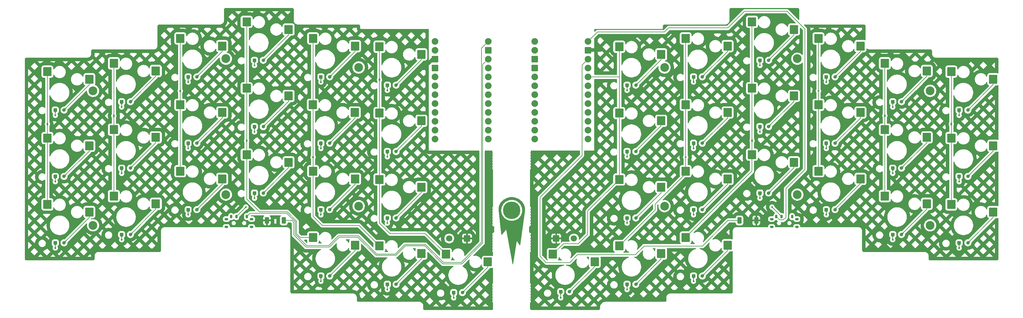
<source format=gbr>
%TF.GenerationSoftware,KiCad,Pcbnew,9.0.2*%
%TF.CreationDate,2025-06-05T20:26:44+03:00*%
%TF.ProjectId,KOMETA,4b4f4d45-5441-42e6-9b69-6361645f7063,rev?*%
%TF.SameCoordinates,Original*%
%TF.FileFunction,Copper,L2,Bot*%
%TF.FilePolarity,Positive*%
%FSLAX46Y46*%
G04 Gerber Fmt 4.6, Leading zero omitted, Abs format (unit mm)*
G04 Created by KiCad (PCBNEW 9.0.2) date 2025-06-05 20:26:44*
%MOMM*%
%LPD*%
G01*
G04 APERTURE LIST*
G04 Aperture macros list*
%AMRoundRect*
0 Rectangle with rounded corners*
0 $1 Rounding radius*
0 $2 $3 $4 $5 $6 $7 $8 $9 X,Y pos of 4 corners*
0 Add a 4 corners polygon primitive as box body*
4,1,4,$2,$3,$4,$5,$6,$7,$8,$9,$2,$3,0*
0 Add four circle primitives for the rounded corners*
1,1,$1+$1,$2,$3*
1,1,$1+$1,$4,$5*
1,1,$1+$1,$6,$7*
1,1,$1+$1,$8,$9*
0 Add four rect primitives between the rounded corners*
20,1,$1+$1,$2,$3,$4,$5,0*
20,1,$1+$1,$4,$5,$6,$7,0*
20,1,$1+$1,$6,$7,$8,$9,0*
20,1,$1+$1,$8,$9,$2,$3,0*%
G04 Aperture macros list end*
%TA.AperFunction,NonConductor*%
%ADD10C,0.000000*%
%TD*%
%TA.AperFunction,SMDPad,CuDef*%
%ADD11RoundRect,0.200000X-1.000000X-1.050000X1.000000X-1.050000X1.000000X1.050000X-1.000000X1.050000X0*%
%TD*%
%TA.AperFunction,SMDPad,CuDef*%
%ADD12RoundRect,0.200000X0.300000X0.300000X-0.300000X0.300000X-0.300000X-0.300000X0.300000X-0.300000X0*%
%TD*%
%TA.AperFunction,SMDPad,CuDef*%
%ADD13O,1.000000X1.000000*%
%TD*%
%TA.AperFunction,ComponentPad*%
%ADD14C,2.500000*%
%TD*%
%TA.AperFunction,SMDPad,CuDef*%
%ADD15RoundRect,0.200000X0.400000X0.700000X-0.400000X0.700000X-0.400000X-0.700000X0.400000X-0.700000X0*%
%TD*%
%TA.AperFunction,SMDPad,CuDef*%
%ADD16RoundRect,0.199800X0.300200X0.100200X-0.300200X0.100200X-0.300200X-0.100200X0.300200X-0.100200X0*%
%TD*%
%TA.AperFunction,SMDPad,CuDef*%
%ADD17RoundRect,0.199800X0.100200X-0.300200X0.100200X0.300200X-0.100200X0.300200X-0.100200X-0.300200X0*%
%TD*%
%TA.AperFunction,ComponentPad*%
%ADD18C,1.800000*%
%TD*%
%TA.AperFunction,ComponentPad*%
%ADD19RoundRect,0.200000X-0.700000X0.700000X-0.700000X-0.700000X0.700000X-0.700000X0.700000X0.700000X0*%
%TD*%
%TA.AperFunction,ComponentPad*%
%ADD20O,1.900000X1.900000*%
%TD*%
%TA.AperFunction,ComponentPad*%
%ADD21RoundRect,0.250000X-0.700000X-0.700000X0.700000X-0.700000X0.700000X0.700000X-0.700000X0.700000X0*%
%TD*%
%TA.AperFunction,ComponentPad*%
%ADD22C,5.000000*%
%TD*%
%TA.AperFunction,ComponentPad*%
%ADD23RoundRect,0.200000X0.700000X-0.700000X0.700000X0.700000X-0.700000X0.700000X-0.700000X-0.700000X0*%
%TD*%
%TA.AperFunction,SMDPad,CuDef*%
%ADD24RoundRect,0.200000X-0.400000X-0.700000X0.400000X-0.700000X0.400000X0.700000X-0.400000X0.700000X0*%
%TD*%
%TA.AperFunction,ViaPad*%
%ADD25C,0.500000*%
%TD*%
%TA.AperFunction,Conductor*%
%ADD26C,0.200000*%
%TD*%
%TA.AperFunction,Conductor*%
%ADD27C,1.000000*%
%TD*%
G04 APERTURE END LIST*
D10*
%TA.AperFunction,NonConductor*%
G36*
X207656164Y-161918566D02*
G01*
X207903342Y-161947067D01*
X208148593Y-161991835D01*
X208391087Y-162052855D01*
X208629994Y-162130115D01*
X208864484Y-162223600D01*
X209093726Y-162333297D01*
X209316892Y-162459193D01*
X209536850Y-162593245D01*
X209669239Y-162678252D01*
X209797005Y-162769015D01*
X209919995Y-162865331D01*
X210038055Y-162967000D01*
X210151032Y-163073821D01*
X210258773Y-163185592D01*
X210361124Y-163302111D01*
X210457931Y-163423179D01*
X210549042Y-163548593D01*
X210634304Y-163678152D01*
X210713562Y-163811655D01*
X210786664Y-163948901D01*
X210853456Y-164089689D01*
X210913784Y-164233817D01*
X210967497Y-164381083D01*
X211014439Y-164531288D01*
X211037908Y-164617375D01*
X211059054Y-164703949D01*
X211077873Y-164790962D01*
X211094363Y-164878368D01*
X211108520Y-164966120D01*
X211120341Y-165054171D01*
X211129823Y-165142474D01*
X211136963Y-165230982D01*
X211141758Y-165319649D01*
X211144205Y-165408427D01*
X211144299Y-165497269D01*
X211142039Y-165586129D01*
X211137421Y-165674960D01*
X211130443Y-165763714D01*
X211121099Y-165852346D01*
X211109389Y-165940807D01*
X209738435Y-175683458D01*
X209736928Y-175691542D01*
X209734846Y-175699240D01*
X209732219Y-175706542D01*
X209729081Y-175713445D01*
X209725463Y-175719940D01*
X209721397Y-175726022D01*
X209716915Y-175731684D01*
X209712048Y-175736920D01*
X209706831Y-175741724D01*
X209701293Y-175746089D01*
X209695467Y-175750009D01*
X209689385Y-175753478D01*
X209683080Y-175756488D01*
X209676583Y-175759034D01*
X209669925Y-175761110D01*
X209663140Y-175762709D01*
X209656260Y-175763824D01*
X209649315Y-175764450D01*
X209642339Y-175764579D01*
X209635362Y-175764206D01*
X209628418Y-175763325D01*
X209621538Y-175761928D01*
X209614755Y-175760009D01*
X209608099Y-175757563D01*
X209601604Y-175754583D01*
X209595302Y-175751061D01*
X209589223Y-175746993D01*
X209583401Y-175742371D01*
X209577867Y-175737190D01*
X209572653Y-175731443D01*
X209567792Y-175725123D01*
X209563315Y-175718224D01*
X208922915Y-174641077D01*
X208918472Y-174634229D01*
X208913649Y-174627950D01*
X208908476Y-174622234D01*
X208902986Y-174617075D01*
X208897209Y-174612468D01*
X208891178Y-174608405D01*
X208884923Y-174604882D01*
X208878476Y-174601891D01*
X208871869Y-174599428D01*
X208865133Y-174597486D01*
X208858299Y-174596059D01*
X208851399Y-174595140D01*
X208844465Y-174594725D01*
X208837528Y-174594807D01*
X208830619Y-174595380D01*
X208823770Y-174596438D01*
X208817012Y-174597975D01*
X208810376Y-174599986D01*
X208803895Y-174602463D01*
X208797600Y-174605401D01*
X208791522Y-174608794D01*
X208785692Y-174612636D01*
X208780142Y-174616921D01*
X208774904Y-174621643D01*
X208770009Y-174626796D01*
X208765488Y-174632374D01*
X208761373Y-174638371D01*
X208757695Y-174644781D01*
X208754487Y-174651598D01*
X208751778Y-174658816D01*
X208749601Y-174666429D01*
X208747988Y-174674431D01*
X207717892Y-181073292D01*
X207715918Y-181082861D01*
X207713206Y-181091819D01*
X207709807Y-181100167D01*
X207705769Y-181107904D01*
X207701140Y-181115030D01*
X207695970Y-181121545D01*
X207690307Y-181127448D01*
X207684200Y-181132738D01*
X207677697Y-181137416D01*
X207670848Y-181141480D01*
X207663701Y-181144931D01*
X207656305Y-181147768D01*
X207648708Y-181149990D01*
X207640960Y-181151597D01*
X207633109Y-181152589D01*
X207625204Y-181152966D01*
X207617294Y-181152726D01*
X207609427Y-181151870D01*
X207601652Y-181150396D01*
X207594018Y-181148306D01*
X207586574Y-181145597D01*
X207579368Y-181142270D01*
X207572450Y-181138325D01*
X207565867Y-181133760D01*
X207559669Y-181128576D01*
X207553904Y-181122772D01*
X207548622Y-181116348D01*
X207543870Y-181109303D01*
X207539699Y-181101637D01*
X207536155Y-181093349D01*
X207533289Y-181084440D01*
X207531149Y-181074907D01*
X205799717Y-171393727D01*
X205798135Y-171386435D01*
X205796070Y-171379460D01*
X205793549Y-171372809D01*
X205790596Y-171366488D01*
X205787236Y-171360504D01*
X205783493Y-171354863D01*
X205779393Y-171349572D01*
X205774961Y-171344637D01*
X205770221Y-171340065D01*
X205765198Y-171335862D01*
X205759917Y-171332035D01*
X205754403Y-171328591D01*
X205748680Y-171325536D01*
X205742774Y-171322876D01*
X205736710Y-171320618D01*
X205730512Y-171318769D01*
X205724205Y-171317335D01*
X205717814Y-171316322D01*
X205711364Y-171315738D01*
X205704880Y-171315589D01*
X205698387Y-171315880D01*
X205691908Y-171316620D01*
X205685471Y-171317814D01*
X205679098Y-171319468D01*
X205672815Y-171321590D01*
X205666647Y-171324186D01*
X205660619Y-171327262D01*
X205654756Y-171330826D01*
X205649082Y-171334882D01*
X205643622Y-171339439D01*
X205638402Y-171344503D01*
X205633445Y-171350079D01*
X204515078Y-172704839D01*
X204509962Y-172710585D01*
X204504573Y-172715783D01*
X204498938Y-172720441D01*
X204493085Y-172724567D01*
X204487038Y-172728169D01*
X204480825Y-172731254D01*
X204474472Y-172733830D01*
X204468007Y-172735906D01*
X204461455Y-172737489D01*
X204454843Y-172738587D01*
X204448198Y-172739207D01*
X204441546Y-172739357D01*
X204434914Y-172739046D01*
X204428329Y-172738281D01*
X204421817Y-172737070D01*
X204415404Y-172735420D01*
X204409117Y-172733340D01*
X204402984Y-172730838D01*
X204397030Y-172727920D01*
X204391282Y-172724595D01*
X204385766Y-172720871D01*
X204380510Y-172716756D01*
X204375539Y-172712257D01*
X204370881Y-172707382D01*
X204366562Y-172702139D01*
X204362608Y-172696536D01*
X204359047Y-172690580D01*
X204355904Y-172684280D01*
X204353207Y-172677643D01*
X204350981Y-172670677D01*
X204349254Y-172663390D01*
X204348052Y-172655790D01*
X203582393Y-165824566D01*
X203572866Y-165734894D01*
X203566163Y-165650000D01*
X204360715Y-165650000D01*
X204362081Y-165803758D01*
X204371127Y-165955624D01*
X204387669Y-166105406D01*
X204411522Y-166252915D01*
X204442502Y-166397959D01*
X204480424Y-166540349D01*
X204525103Y-166679892D01*
X204576356Y-166816399D01*
X204633997Y-166949678D01*
X204697841Y-167079539D01*
X204767705Y-167205792D01*
X204843404Y-167328244D01*
X204924753Y-167446707D01*
X205011567Y-167560988D01*
X205103662Y-167670898D01*
X205200854Y-167776245D01*
X205302957Y-167876839D01*
X205409787Y-167972489D01*
X205521160Y-168063004D01*
X205636891Y-168148194D01*
X205756796Y-168227867D01*
X205880689Y-168301834D01*
X206008387Y-168369902D01*
X206139705Y-168431883D01*
X206274457Y-168487584D01*
X206412460Y-168536816D01*
X206553529Y-168579387D01*
X206697480Y-168615106D01*
X206844127Y-168643784D01*
X206993287Y-168665229D01*
X207144774Y-168679250D01*
X207298404Y-168685657D01*
X207452162Y-168684291D01*
X207604027Y-168675245D01*
X207753810Y-168658703D01*
X207901318Y-168634850D01*
X208046363Y-168603870D01*
X208188752Y-168565948D01*
X208328295Y-168521269D01*
X208464802Y-168470016D01*
X208598081Y-168412375D01*
X208727943Y-168348531D01*
X208854195Y-168278667D01*
X208976648Y-168202968D01*
X209095110Y-168121619D01*
X209209392Y-168034805D01*
X209319301Y-167942710D01*
X209424648Y-167845518D01*
X209525242Y-167743415D01*
X209620892Y-167636585D01*
X209711407Y-167525212D01*
X209796597Y-167409480D01*
X209876271Y-167289576D01*
X209950237Y-167165683D01*
X210018306Y-167037985D01*
X210080287Y-166906667D01*
X210135988Y-166771915D01*
X210185220Y-166633912D01*
X210227791Y-166492843D01*
X210263510Y-166348892D01*
X210292188Y-166202245D01*
X210313632Y-166053085D01*
X210327654Y-165901598D01*
X210334060Y-165747968D01*
X210332695Y-165594210D01*
X210323649Y-165442345D01*
X210307107Y-165292562D01*
X210283254Y-165145053D01*
X210252274Y-165000009D01*
X210214352Y-164857620D01*
X210169672Y-164718077D01*
X210118420Y-164581570D01*
X210060779Y-164448291D01*
X209996934Y-164318429D01*
X209927070Y-164192177D01*
X209851372Y-164069724D01*
X209770023Y-163951262D01*
X209683209Y-163836980D01*
X209591113Y-163727071D01*
X209493922Y-163621724D01*
X209391819Y-163521130D01*
X209284988Y-163425480D01*
X209173615Y-163334965D01*
X209057884Y-163249775D01*
X208937979Y-163170102D01*
X208814086Y-163096135D01*
X208686388Y-163028066D01*
X208555071Y-162966086D01*
X208420318Y-162910384D01*
X208282315Y-162861153D01*
X208141246Y-162818582D01*
X207997296Y-162782862D01*
X207850649Y-162754184D01*
X207701489Y-162732740D01*
X207550002Y-162718719D01*
X207396372Y-162712312D01*
X207242614Y-162713677D01*
X207090749Y-162722723D01*
X206940966Y-162739265D01*
X206793457Y-162763118D01*
X206648413Y-162794098D01*
X206506023Y-162832020D01*
X206366480Y-162876700D01*
X206229973Y-162927952D01*
X206096694Y-162985593D01*
X205966833Y-163049438D01*
X205840580Y-163119302D01*
X205718128Y-163195001D01*
X205599665Y-163276349D01*
X205485384Y-163363164D01*
X205375474Y-163455259D01*
X205270127Y-163552450D01*
X205169533Y-163654553D01*
X205073883Y-163761384D01*
X204983368Y-163872757D01*
X204898178Y-163988488D01*
X204818505Y-164108393D01*
X204744538Y-164232286D01*
X204676469Y-164359984D01*
X204614489Y-164491301D01*
X204558788Y-164626054D01*
X204509556Y-164764057D01*
X204466985Y-164905126D01*
X204431266Y-165049076D01*
X204402588Y-165195724D01*
X204381143Y-165344883D01*
X204367122Y-165496370D01*
X204360715Y-165650000D01*
X203566163Y-165650000D01*
X203565777Y-165645112D01*
X203561120Y-165555270D01*
X203558891Y-165465416D01*
X203559086Y-165375598D01*
X203561698Y-165285867D01*
X203566724Y-165196271D01*
X203574159Y-165106858D01*
X203583999Y-165017678D01*
X203596237Y-164928779D01*
X203610870Y-164840211D01*
X203627892Y-164752023D01*
X203647299Y-164664262D01*
X203669087Y-164576978D01*
X203693250Y-164490221D01*
X203719783Y-164404038D01*
X203771293Y-164256356D01*
X203829433Y-164111814D01*
X203894044Y-163970607D01*
X203964966Y-163832930D01*
X204042041Y-163698978D01*
X204125110Y-163568945D01*
X204214015Y-163443026D01*
X204308596Y-163321416D01*
X204408695Y-163204309D01*
X204514153Y-163091901D01*
X204624811Y-162984386D01*
X204740510Y-162881958D01*
X204861092Y-162784813D01*
X204986398Y-162693146D01*
X205116268Y-162607150D01*
X205250545Y-162527021D01*
X205481784Y-162396294D01*
X205708958Y-162277784D01*
X205941675Y-162175664D01*
X206179104Y-162089918D01*
X206420416Y-162020535D01*
X206664780Y-161967499D01*
X206911367Y-161930798D01*
X207159347Y-161910418D01*
X207407889Y-161906345D01*
X207656164Y-161918566D01*
G37*
%TD.AperFunction*%
D11*
%TO.P,SW22,2,2*%
%TO.N,COL_R0*%
X238100000Y-118875000D03*
%TO.P,SW22,1,1*%
%TO.N,Net-(D22-A)*%
X250100000Y-121075000D03*
%TD*%
%TO.P,SW23,2,2*%
%TO.N,COL_R1*%
X257100000Y-116500000D03*
%TO.P,SW23,1,1*%
%TO.N,Net-(D23-A)*%
X269100000Y-118700000D03*
%TD*%
%TO.P,SW26,1,1*%
%TO.N,Net-(D26-A)*%
X326100000Y-125825000D03*
%TO.P,SW26,2,2*%
%TO.N,COL_R4*%
X314100000Y-123625000D03*
%TD*%
D12*
%TO.P,D3,1,K*%
%TO.N,ROW_L0*%
X114750000Y-127500000D03*
D13*
%TO.P,D3,2,A*%
%TO.N,Net-(D3-A)*%
X117250000Y-127500000D03*
%TD*%
D12*
%TO.P,D41,1,K*%
%TO.N,ROW_R3*%
X240350000Y-186875000D03*
D13*
%TO.P,D41,2,A*%
%TO.N,Net-(D41-A)*%
X242850000Y-186875000D03*
%TD*%
D12*
%TO.P,D24,1,K*%
%TO.N,ROW_R0*%
X278350000Y-122750000D03*
D13*
%TO.P,D24,2,A*%
%TO.N,Net-(D24-A)*%
X280850000Y-122750000D03*
%TD*%
D14*
%TO.P,H4,*%
%TO.N,*%
X87548000Y-170000000D03*
%TD*%
D12*
%TO.P,D19,1,K*%
%TO.N,ROW_L3*%
X152750000Y-184500000D03*
D13*
%TO.P,D19,2,A*%
%TO.N,Net-(D19-A)*%
X155250000Y-184500000D03*
%TD*%
D12*
%TO.P,D15,1,K*%
%TO.N,ROW_L2*%
X114750000Y-165500000D03*
D13*
%TO.P,D15,2,A*%
%TO.N,Net-(D15-A)*%
X117250000Y-165500000D03*
%TD*%
D12*
%TO.P,D39,1,K*%
%TO.N,ROW_R2*%
X335350000Y-175000000D03*
D13*
%TO.P,D39,2,A*%
%TO.N,Net-(D39-A)*%
X337850000Y-175000000D03*
%TD*%
D11*
%TO.P,SW8,1,1*%
%TO.N,Net-(D8-A)*%
X105500000Y-144825000D03*
%TO.P,SW8,2,2*%
%TO.N,COL_L1*%
X93500000Y-142625000D03*
%TD*%
D12*
%TO.P,D11,1,K*%
%TO.N,ROW_L1*%
X152750000Y-146500000D03*
D13*
%TO.P,D11,2,A*%
%TO.N,Net-(D11-A)*%
X155250000Y-146500000D03*
%TD*%
D11*
%TO.P,SW15,1,1*%
%TO.N,Net-(D15-A)*%
X124500000Y-156700000D03*
%TO.P,SW15,2,2*%
%TO.N,COL_L2*%
X112500000Y-154500000D03*
%TD*%
D12*
%TO.P,D33,1,K*%
%TO.N,ROW_R1*%
X335350000Y-156000000D03*
D13*
%TO.P,D33,2,A*%
%TO.N,Net-(D33-A)*%
X337850000Y-156000000D03*
%TD*%
D11*
%TO.P,SW4,1,1*%
%TO.N,Net-(D4-A)*%
X143500000Y-113950000D03*
%TO.P,SW4,2,2*%
%TO.N,COL_L3*%
X131500000Y-111750000D03*
%TD*%
D14*
%TO.P,H3,*%
%TO.N,*%
X289050000Y-122300000D03*
%TD*%
D12*
%TO.P,D17,1,K*%
%TO.N,ROW_L2*%
X152750000Y-165500000D03*
D13*
%TO.P,D17,2,A*%
%TO.N,Net-(D17-A)*%
X155250000Y-165500000D03*
%TD*%
D11*
%TO.P,SW37,1,1*%
%TO.N,Net-(D37-A)*%
X307100000Y-156700000D03*
%TO.P,SW37,2,2*%
%TO.N,COL_R3*%
X295100000Y-154500000D03*
%TD*%
D12*
%TO.P,D14,1,K*%
%TO.N,ROW_L2*%
X95750000Y-172625000D03*
D13*
%TO.P,D14,2,A*%
%TO.N,Net-(D14-A)*%
X98250000Y-172625000D03*
%TD*%
D11*
%TO.P,SW42,1,1*%
%TO.N,Net-(D42-A)*%
X269100000Y-175700000D03*
%TO.P,SW42,2,2*%
%TO.N,COL_R2*%
X257100000Y-173500000D03*
%TD*%
D12*
%TO.P,D12,1,K*%
%TO.N,ROW_L1*%
X171750000Y-148875000D03*
D13*
%TO.P,D12,2,A*%
%TO.N,Net-(D12-A)*%
X174250000Y-148875000D03*
%TD*%
D11*
%TO.P,SW39,1,1*%
%TO.N,Net-(D39-A)*%
X345100000Y-166200000D03*
%TO.P,SW39,2,2*%
%TO.N,COL_R5*%
X333100000Y-164000000D03*
%TD*%
%TO.P,SW31,1,1*%
%TO.N,Net-(D31-A)*%
X307100000Y-137700000D03*
%TO.P,SW31,2,2*%
%TO.N,COL_R3*%
X295100000Y-135500000D03*
%TD*%
D12*
%TO.P,D30,1,K*%
%TO.N,ROW_R1*%
X278350000Y-141750000D03*
D13*
%TO.P,D30,2,A*%
%TO.N,Net-(D30-A)*%
X280850000Y-141750000D03*
%TD*%
D12*
%TO.P,D20,1,K*%
%TO.N,ROW_L3*%
X171750000Y-186875000D03*
D13*
%TO.P,D20,2,A*%
%TO.N,Net-(D20-A)*%
X174250000Y-186875000D03*
%TD*%
D14*
%TO.P,H12,*%
%TO.N,*%
X251050000Y-164500000D03*
%TD*%
D11*
%TO.P,SW27,1,1*%
%TO.N,Net-(D27-A)*%
X345100000Y-128200000D03*
%TO.P,SW27,2,2*%
%TO.N,COL_R5*%
X333100000Y-126000000D03*
%TD*%
D12*
%TO.P,D1,1,K*%
%TO.N,ROW_L0*%
X76750000Y-137000000D03*
D13*
%TO.P,D1,2,A*%
%TO.N,Net-(D1-A)*%
X79250000Y-137000000D03*
%TD*%
D11*
%TO.P,SW2,1,1*%
%TO.N,Net-(D2-A)*%
X105500000Y-125825000D03*
%TO.P,SW2,2,2*%
%TO.N,COL_L1*%
X93500000Y-123625000D03*
%TD*%
D12*
%TO.P,D9,1,K*%
%TO.N,ROW_L1*%
X114750000Y-146500000D03*
D13*
%TO.P,D9,2,A*%
%TO.N,Net-(D9-A)*%
X117250000Y-146500000D03*
%TD*%
D12*
%TO.P,D22,1,K*%
%TO.N,ROW_R0*%
X240350000Y-129875000D03*
D13*
%TO.P,D22,2,A*%
%TO.N,Net-(D22-A)*%
X242850000Y-129875000D03*
%TD*%
D12*
%TO.P,D42,1,K*%
%TO.N,ROW_R3*%
X259350000Y-184500000D03*
D13*
%TO.P,D42,2,A*%
%TO.N,Net-(D42-A)*%
X261850000Y-184500000D03*
%TD*%
D12*
%TO.P,D5,1,K*%
%TO.N,ROW_L0*%
X152750000Y-127500000D03*
D13*
%TO.P,D5,2,A*%
%TO.N,Net-(D5-A)*%
X155250000Y-127500000D03*
%TD*%
D11*
%TO.P,SW38,1,1*%
%TO.N,Net-(D38-A)*%
X326100000Y-163825000D03*
%TO.P,SW38,2,2*%
%TO.N,COL_R4*%
X314100000Y-161625000D03*
%TD*%
D12*
%TO.P,D40,1,K*%
%TO.N,ROW_R3*%
X221350000Y-189000000D03*
D13*
%TO.P,D40,2,A*%
%TO.N,Net-(D40-A)*%
X223850000Y-189000000D03*
%TD*%
D11*
%TO.P,SW40,1,1*%
%TO.N,Net-(D40-A)*%
X231100000Y-180450000D03*
%TO.P,SW40,2,2*%
%TO.N,COL_R0*%
X219100000Y-178250000D03*
%TD*%
%TO.P,SW28,1,1*%
%TO.N,Net-(D28-A)*%
X250100000Y-140075000D03*
%TO.P,SW28,2,2*%
%TO.N,COL_R0*%
X238100000Y-137875000D03*
%TD*%
D12*
%TO.P,D13,1,K*%
%TO.N,ROW_L2*%
X76750000Y-175000000D03*
D13*
%TO.P,D13,2,A*%
%TO.N,Net-(D13-A)*%
X79250000Y-175000000D03*
%TD*%
D12*
%TO.P,D16,1,K*%
%TO.N,ROW_L2*%
X133750000Y-160750000D03*
D13*
%TO.P,D16,2,A*%
%TO.N,Net-(D16-A)*%
X136250000Y-160750000D03*
%TD*%
D12*
%TO.P,D27,1,K*%
%TO.N,ROW_R0*%
X335350000Y-137000000D03*
D13*
%TO.P,D27,2,A*%
%TO.N,Net-(D27-A)*%
X337850000Y-137000000D03*
%TD*%
D15*
%TO.P,R_L1,1,1*%
%TO.N,RESET_L*%
X142100000Y-168600000D03*
%TO.P,R_L1,2,2*%
%TO.N,GND_L*%
X137300000Y-168600000D03*
%TD*%
D11*
%TO.P,SW24,1,1*%
%TO.N,Net-(D24-A)*%
X288100000Y-113950000D03*
%TO.P,SW24,2,2*%
%TO.N,COL_R2*%
X276100000Y-111750000D03*
%TD*%
D12*
%TO.P,D2,1,K*%
%TO.N,ROW_L0*%
X95750000Y-134625000D03*
D13*
%TO.P,D2,2,A*%
%TO.N,Net-(D2-A)*%
X98250000Y-134625000D03*
%TD*%
D12*
%TO.P,D6,1,K*%
%TO.N,ROW_L0*%
X171750000Y-129875000D03*
D13*
%TO.P,D6,2,A*%
%TO.N,Net-(D6-A)*%
X174250000Y-129875000D03*
%TD*%
D11*
%TO.P,SW12,1,1*%
%TO.N,Net-(D12-A)*%
X181500000Y-140075000D03*
%TO.P,SW12,2,2*%
%TO.N,COL_L5*%
X169500000Y-137875000D03*
%TD*%
%TO.P,SW13,1,1*%
%TO.N,Net-(D13-A)*%
X86500000Y-166200000D03*
%TO.P,SW13,2,2*%
%TO.N,COL_L0*%
X74500000Y-164000000D03*
%TD*%
%TO.P,SW29,1,1*%
%TO.N,Net-(D29-A)*%
X269100000Y-137700000D03*
%TO.P,SW29,2,2*%
%TO.N,COL_R1*%
X257100000Y-135500000D03*
%TD*%
D14*
%TO.P,H11,*%
%TO.N,*%
X327050000Y-170000000D03*
%TD*%
D12*
%TO.P,D21,1,K*%
%TO.N,ROW_L3*%
X190750000Y-189250000D03*
D13*
%TO.P,D21,2,A*%
%TO.N,Net-(D21-A)*%
X193250000Y-189250000D03*
%TD*%
D12*
%TO.P,D7,1,K*%
%TO.N,ROW_L1*%
X76750000Y-156000000D03*
D13*
%TO.P,D7,2,A*%
%TO.N,Net-(D7-A)*%
X79250000Y-156000000D03*
%TD*%
D11*
%TO.P,SW6,1,1*%
%TO.N,Net-(D6-A)*%
X181500000Y-121075000D03*
%TO.P,SW6,2,2*%
%TO.N,COL_L5*%
X169500000Y-118875000D03*
%TD*%
%TO.P,SW41,1,1*%
%TO.N,Net-(D41-A)*%
X250100000Y-178075000D03*
%TO.P,SW41,2,2*%
%TO.N,COL_R1*%
X238100000Y-175875000D03*
%TD*%
%TO.P,SW1,1,1*%
%TO.N,Net-(D1-A)*%
X86500000Y-128200000D03*
%TO.P,SW1,2,2*%
%TO.N,COL_L0*%
X74500000Y-126000000D03*
%TD*%
D12*
%TO.P,D25,1,K*%
%TO.N,ROW_R0*%
X297350000Y-127500000D03*
D13*
%TO.P,D25,2,A*%
%TO.N,Net-(D25-A)*%
X299850000Y-127500000D03*
%TD*%
D12*
%TO.P,D23,1,K*%
%TO.N,ROW_R0*%
X259350000Y-127500000D03*
D13*
%TO.P,D23,2,A*%
%TO.N,Net-(D23-A)*%
X261850000Y-127500000D03*
%TD*%
D14*
%TO.P,H8,*%
%TO.N,*%
X327050000Y-131500000D03*
%TD*%
D12*
%TO.P,D36,1,K*%
%TO.N,ROW_R2*%
X278350000Y-160750000D03*
D13*
%TO.P,D36,2,A*%
%TO.N,Net-(D36-A)*%
X280850000Y-160750000D03*
%TD*%
D12*
%TO.P,D4,1,K*%
%TO.N,ROW_L0*%
X133750000Y-122750000D03*
D13*
%TO.P,D4,2,A*%
%TO.N,Net-(D4-A)*%
X136250000Y-122750000D03*
%TD*%
D14*
%TO.P,H2,*%
%TO.N,*%
X125550000Y-161200000D03*
%TD*%
D11*
%TO.P,SW14,1,1*%
%TO.N,Net-(D14-A)*%
X105500000Y-163825000D03*
%TO.P,SW14,2,2*%
%TO.N,COL_L1*%
X93500000Y-161625000D03*
%TD*%
%TO.P,SW18,1,1*%
%TO.N,Net-(D18-A)*%
X181500000Y-159075000D03*
%TO.P,SW18,2,2*%
%TO.N,COL_L5*%
X169500000Y-156875000D03*
%TD*%
%TO.P,SW32,1,1*%
%TO.N,Net-(D32-A)*%
X326100000Y-144825000D03*
%TO.P,SW32,2,2*%
%TO.N,COL_R4*%
X314100000Y-142625000D03*
%TD*%
D14*
%TO.P,H7,*%
%TO.N,*%
X163550000Y-124800000D03*
%TD*%
D11*
%TO.P,SW25,1,1*%
%TO.N,Net-(D25-A)*%
X307100000Y-118700000D03*
%TO.P,SW25,2,2*%
%TO.N,COL_R3*%
X295100000Y-116500000D03*
%TD*%
D16*
%TO.P,PS_R1,*%
%TO.N,*%
X288900000Y-170443000D03*
X288900000Y-168207000D03*
X281700000Y-170443000D03*
X281700000Y-168207000D03*
D17*
%TO.P,PS_R1,1,A*%
%TO.N,unconnected-(PS_R1-A-Pad1)*%
X287550000Y-167500000D03*
%TO.P,PS_R1,2,B*%
%TO.N,Net-(PS_R1-B)*%
X284550000Y-167500000D03*
%TO.P,PS_R1,3,C*%
%TO.N,RAW_R*%
X283050000Y-167500000D03*
%TD*%
D11*
%TO.P,SW10,1,1*%
%TO.N,Net-(D10-A)*%
X143500000Y-132950000D03*
%TO.P,SW10,2,2*%
%TO.N,COL_L3*%
X131500000Y-130750000D03*
%TD*%
D18*
%TO.P,PW_R1,1,BAT+*%
%TO.N,Net-(PS_R1-B)*%
X225140000Y-173750000D03*
D19*
%TO.P,PW_R1,2,BAT-*%
%TO.N,GND_R*%
X220060000Y-173750000D03*
%TD*%
D16*
%TO.P,PS_L1,*%
%TO.N,*%
X132900000Y-170443000D03*
X132900000Y-168207000D03*
X125700000Y-170443000D03*
X125700000Y-168207000D03*
D17*
%TO.P,PS_L1,1,A*%
%TO.N,RAW_L*%
X131550000Y-167500000D03*
%TO.P,PS_L1,2,B*%
%TO.N,Net-(PS_L1-B)*%
X128550000Y-167500000D03*
%TO.P,PS_L1,3,C*%
%TO.N,unconnected-(PS_L1-C-Pad3)*%
X127050000Y-167500000D03*
%TD*%
D20*
%TO.P,SM_L1,1,TX0/D3*%
%TO.N,unconnected-(SM_L1-TX0{slash}D3-Pad1)*%
X185380000Y-117335000D03*
%TO.P,SM_L1,2,RX1/D2*%
%TO.N,unconnected-(SM_L1-RX1{slash}D2-Pad2)*%
X185380000Y-119875000D03*
D21*
%TO.P,SM_L1,3,GND*%
%TO.N,GND_L*%
X185380000Y-122415000D03*
%TO.P,SM_L1,4,GND*%
%TO.N,unconnected-(SM_L1-GND-Pad4)*%
X185380000Y-124955000D03*
D20*
%TO.P,SM_L1,5,2/D1/SDA*%
%TO.N,COL_L5*%
X185380000Y-127495000D03*
%TO.P,SM_L1,6,3/D0/SCL*%
%TO.N,ROW_L0*%
X185380000Y-130035000D03*
%TO.P,SM_L1,7,4/D4*%
%TO.N,COL_L0*%
X185380000Y-132575000D03*
%TO.P,SM_L1,8,5/C6*%
%TO.N,COL_L1*%
X185380000Y-135115000D03*
%TO.P,SM_L1,9,6/D7*%
%TO.N,COL_L2*%
X185380000Y-137655000D03*
%TO.P,SM_L1,10,7/E6*%
%TO.N,ROW_L1*%
X185380000Y-140195000D03*
%TO.P,SM_L1,11,8/B4*%
%TO.N,COL_L3*%
X185380000Y-142735000D03*
%TO.P,SM_L1,12,9/B5*%
%TO.N,COL_L4*%
X185380000Y-145275000D03*
%TO.P,SM_L1,13,B6/10*%
%TO.N,ROW_L3*%
X200620000Y-145275000D03*
%TO.P,SM_L1,14,B2/16*%
%TO.N,ROW_L2*%
X200620000Y-142735000D03*
%TO.P,SM_L1,15,B3/14*%
%TO.N,unconnected-(SM_L1-B3{slash}14-Pad15)*%
X200620000Y-140195000D03*
%TO.P,SM_L1,16,B1/15*%
%TO.N,unconnected-(SM_L1-B1{slash}15-Pad16)*%
X200620000Y-137655000D03*
%TO.P,SM_L1,17,F7/A0*%
%TO.N,unconnected-(SM_L1-F7{slash}A0-Pad17)*%
X200620000Y-135115000D03*
%TO.P,SM_L1,18,F6/A1*%
%TO.N,unconnected-(SM_L1-F6{slash}A1-Pad18)*%
X200620000Y-132575000D03*
%TO.P,SM_L1,19,F5/A2*%
%TO.N,unconnected-(SM_L1-F5{slash}A2-Pad19)*%
X200620000Y-130035000D03*
%TO.P,SM_L1,20,F4/A3*%
%TO.N,unconnected-(SM_L1-F4{slash}A3-Pad20)*%
X200620000Y-127495000D03*
%TO.P,SM_L1,21,VCC*%
%TO.N,unconnected-(SM_L1-VCC-Pad21)*%
X200620000Y-124955000D03*
%TO.P,SM_L1,22,RST*%
%TO.N,RESET_L*%
X200620000Y-122415000D03*
D21*
%TO.P,SM_L1,23,GND*%
%TO.N,unconnected-(SM_L1-GND-Pad23)*%
X200620000Y-119875000D03*
D20*
%TO.P,SM_L1,24,RAW*%
%TO.N,RAW_L*%
X200620000Y-117335000D03*
%TD*%
D11*
%TO.P,SW36,1,1*%
%TO.N,Net-(D36-A)*%
X288100000Y-151950000D03*
%TO.P,SW36,2,2*%
%TO.N,COL_R2*%
X276100000Y-149750000D03*
%TD*%
%TO.P,SW7,1,1*%
%TO.N,Net-(D7-A)*%
X86500000Y-147200000D03*
%TO.P,SW7,2,2*%
%TO.N,COL_L0*%
X74500000Y-145000000D03*
%TD*%
D14*
%TO.P,H5,*%
%TO.N,*%
X163550000Y-164500000D03*
%TD*%
D11*
%TO.P,SW5,1,1*%
%TO.N,Net-(D5-A)*%
X162500000Y-118700000D03*
%TO.P,SW5,2,2*%
%TO.N,COL_L4*%
X150500000Y-116500000D03*
%TD*%
D12*
%TO.P,D32,1,K*%
%TO.N,ROW_R1*%
X316350000Y-153625000D03*
D13*
%TO.P,D32,2,A*%
%TO.N,Net-(D32-A)*%
X318850000Y-153625000D03*
%TD*%
D12*
%TO.P,D38,1,K*%
%TO.N,ROW_R2*%
X316350000Y-172625000D03*
D13*
%TO.P,D38,2,A*%
%TO.N,Net-(D38-A)*%
X318850000Y-172625000D03*
%TD*%
D22*
%TO.P,KeyChainHole1,*%
%TO.N,*%
X207299999Y-165700000D03*
%TD*%
D11*
%TO.P,SW30,1,1*%
%TO.N,Net-(D30-A)*%
X288100000Y-132950000D03*
%TO.P,SW30,2,2*%
%TO.N,COL_R2*%
X276100000Y-130750000D03*
%TD*%
D12*
%TO.P,D37,1,K*%
%TO.N,ROW_R2*%
X297350000Y-165500000D03*
D13*
%TO.P,D37,2,A*%
%TO.N,Net-(D37-A)*%
X299850000Y-165500000D03*
%TD*%
D14*
%TO.P,H10,*%
%TO.N,*%
X125550000Y-122300000D03*
%TD*%
D11*
%TO.P,SW20,1,1*%
%TO.N,Net-(D20-A)*%
X181500000Y-178075000D03*
%TO.P,SW20,2,2*%
%TO.N,COL_L4*%
X169500000Y-175875000D03*
%TD*%
D14*
%TO.P,H9,*%
%TO.N,*%
X251050000Y-124800000D03*
%TD*%
D11*
%TO.P,SW17,1,1*%
%TO.N,Net-(D17-A)*%
X162500000Y-156700000D03*
%TO.P,SW17,2,2*%
%TO.N,COL_L4*%
X150500000Y-154500000D03*
%TD*%
%TO.P,SW19,1,1*%
%TO.N,Net-(D19-A)*%
X162500000Y-175700000D03*
%TO.P,SW19,2,2*%
%TO.N,COL_L3*%
X150500000Y-173500000D03*
%TD*%
%TO.P,SW35,1,1*%
%TO.N,Net-(D35-A)*%
X269100000Y-156700000D03*
%TO.P,SW35,2,2*%
%TO.N,COL_R1*%
X257100000Y-154500000D03*
%TD*%
D12*
%TO.P,D34,1,K*%
%TO.N,ROW_R2*%
X240350000Y-167875000D03*
D13*
%TO.P,D34,2,A*%
%TO.N,Net-(D34-A)*%
X242850000Y-167875000D03*
%TD*%
D11*
%TO.P,SW33,1,1*%
%TO.N,Net-(D33-A)*%
X345100000Y-147200000D03*
%TO.P,SW33,2,2*%
%TO.N,COL_R5*%
X333100000Y-145000000D03*
%TD*%
%TO.P,SW11,1,1*%
%TO.N,Net-(D11-A)*%
X162420000Y-137700000D03*
%TO.P,SW11,2,2*%
%TO.N,COL_L4*%
X150420000Y-135500000D03*
%TD*%
D12*
%TO.P,D29,1,K*%
%TO.N,ROW_R1*%
X259350000Y-146500000D03*
D13*
%TO.P,D29,2,A*%
%TO.N,Net-(D29-A)*%
X261850000Y-146500000D03*
%TD*%
D12*
%TO.P,D31,1,K*%
%TO.N,ROW_R1*%
X297350000Y-146500000D03*
D13*
%TO.P,D31,2,A*%
%TO.N,Net-(D31-A)*%
X299850000Y-146500000D03*
%TD*%
D12*
%TO.P,D8,1,K*%
%TO.N,ROW_L1*%
X95750000Y-153625000D03*
D13*
%TO.P,D8,2,A*%
%TO.N,Net-(D8-A)*%
X98250000Y-153625000D03*
%TD*%
D11*
%TO.P,SW3,1,1*%
%TO.N,Net-(D3-A)*%
X124500000Y-118700000D03*
%TO.P,SW3,2,2*%
%TO.N,COL_L2*%
X112500000Y-116500000D03*
%TD*%
D14*
%TO.P,H1,*%
%TO.N,*%
X87550000Y-131500000D03*
%TD*%
D12*
%TO.P,D28,1,K*%
%TO.N,ROW_R1*%
X240350000Y-148875000D03*
D13*
%TO.P,D28,2,A*%
%TO.N,Net-(D28-A)*%
X242850000Y-148875000D03*
%TD*%
D11*
%TO.P,SW9,1,1*%
%TO.N,Net-(D9-A)*%
X124500000Y-137700000D03*
%TO.P,SW9,2,2*%
%TO.N,COL_L2*%
X112500000Y-135500000D03*
%TD*%
%TO.P,SW16,1,1*%
%TO.N,Net-(D16-A)*%
X143500000Y-151950000D03*
%TO.P,SW16,2,2*%
%TO.N,COL_L3*%
X131500000Y-149750000D03*
%TD*%
D14*
%TO.P,H6,*%
%TO.N,*%
X289050000Y-161200000D03*
%TD*%
D20*
%TO.P,SM_R1,1,TX0/D3*%
%TO.N,unconnected-(SM_R1-TX0{slash}D3-Pad1)*%
X213931000Y-117335000D03*
%TO.P,SM_R1,2,RX1/D2*%
%TO.N,unconnected-(SM_R1-RX1{slash}D2-Pad2)*%
X213931000Y-119875000D03*
D21*
%TO.P,SM_R1,3,GND*%
%TO.N,unconnected-(SM_R1-GND-Pad3)*%
X213931000Y-122415000D03*
%TO.P,SM_R1,4,GND*%
%TO.N,unconnected-(SM_R1-GND-Pad4)*%
X213931000Y-124955000D03*
D20*
%TO.P,SM_R1,5,2/D1/SDA*%
%TO.N,unconnected-(SM_R1-2{slash}D1{slash}SDA-Pad5)*%
X213931000Y-127495000D03*
%TO.P,SM_R1,6,3/D0/SCL*%
%TO.N,unconnected-(SM_R1-3{slash}D0{slash}SCL-Pad6)*%
X213931000Y-130035000D03*
%TO.P,SM_R1,7,4/D4*%
%TO.N,unconnected-(SM_R1-4{slash}D4-Pad7)*%
X213931000Y-132575000D03*
%TO.P,SM_R1,8,5/C6*%
%TO.N,unconnected-(SM_R1-5{slash}C6-Pad8)*%
X213931000Y-135115000D03*
%TO.P,SM_R1,9,6/D7*%
%TO.N,unconnected-(SM_R1-6{slash}D7-Pad9)*%
X213931000Y-137655000D03*
%TO.P,SM_R1,10,7/E6*%
%TO.N,unconnected-(SM_R1-7{slash}E6-Pad10)*%
X213931000Y-140195000D03*
%TO.P,SM_R1,11,8/B4*%
%TO.N,ROW_R2*%
X213931000Y-142735000D03*
%TO.P,SM_R1,12,9/B5*%
%TO.N,ROW_R3*%
X213931000Y-145275000D03*
%TO.P,SM_R1,13,B6/10*%
%TO.N,COL_R1*%
X229171000Y-145275000D03*
%TO.P,SM_R1,14,B2/16*%
%TO.N,COL_R2*%
X229171000Y-142735000D03*
%TO.P,SM_R1,15,B3/14*%
%TO.N,ROW_R1*%
X229171000Y-140195000D03*
%TO.P,SM_R1,16,B1/15*%
%TO.N,COL_R3*%
X229171000Y-137655000D03*
%TO.P,SM_R1,17,F7/A0*%
%TO.N,COL_R4*%
X229171000Y-135115000D03*
%TO.P,SM_R1,18,F6/A1*%
%TO.N,COL_R5*%
X229171000Y-132575000D03*
%TO.P,SM_R1,19,F5/A2*%
%TO.N,ROW_R0*%
X229171000Y-130035000D03*
%TO.P,SM_R1,20,F4/A3*%
%TO.N,COL_R0*%
X229171000Y-127495000D03*
%TO.P,SM_R1,21,VCC*%
%TO.N,unconnected-(SM_R1-VCC-Pad21)*%
X229171000Y-124955000D03*
%TO.P,SM_R1,22,RST*%
%TO.N,RESET_R*%
X229171000Y-122415000D03*
D21*
%TO.P,SM_R1,23,GND*%
%TO.N,GND_R*%
X229171000Y-119875000D03*
D20*
%TO.P,SM_R1,24,RAW*%
%TO.N,RAW_R*%
X229171000Y-117335000D03*
%TD*%
D12*
%TO.P,D10,1,K*%
%TO.N,ROW_L1*%
X133750000Y-141750000D03*
D13*
%TO.P,D10,2,A*%
%TO.N,Net-(D10-A)*%
X136250000Y-141750000D03*
%TD*%
D12*
%TO.P,D26,1,K*%
%TO.N,ROW_R0*%
X316350000Y-134625000D03*
D13*
%TO.P,D26,2,A*%
%TO.N,Net-(D26-A)*%
X318850000Y-134625000D03*
%TD*%
D11*
%TO.P,SW34,1,1*%
%TO.N,Net-(D34-A)*%
X250100000Y-159075000D03*
%TO.P,SW34,2,2*%
%TO.N,COL_R0*%
X238100000Y-156875000D03*
%TD*%
D12*
%TO.P,D35,1,K*%
%TO.N,ROW_R2*%
X259350000Y-165500000D03*
D13*
%TO.P,D35,2,A*%
%TO.N,Net-(D35-A)*%
X261850000Y-165500000D03*
%TD*%
D18*
%TO.P,PW_L1,1,BAT+*%
%TO.N,Net-(PS_L1-B)*%
X189460000Y-173750000D03*
D23*
%TO.P,PW_L1,2,BAT-*%
%TO.N,GND_L*%
X194540000Y-173750000D03*
%TD*%
D11*
%TO.P,SW21,1,1*%
%TO.N,Net-(D21-A)*%
X200500000Y-180450000D03*
%TO.P,SW21,2,2*%
%TO.N,COL_L5*%
X188500000Y-178250000D03*
%TD*%
D24*
%TO.P,R_R1,1,1*%
%TO.N,RESET_R*%
X272500000Y-168600000D03*
%TO.P,R_R1,2,2*%
%TO.N,GND_R*%
X277300000Y-168600000D03*
%TD*%
D12*
%TO.P,D18,1,K*%
%TO.N,ROW_L2*%
X171750000Y-167875000D03*
D13*
%TO.P,D18,2,A*%
%TO.N,Net-(D18-A)*%
X174250000Y-167875000D03*
%TD*%
D25*
%TO.N,ROW_L0*%
X95750000Y-136125000D03*
X114750000Y-129000000D03*
X133750000Y-124250000D03*
X76750000Y-138500000D03*
X171750000Y-131375000D03*
X152750000Y-129000000D03*
%TO.N,ROW_L1*%
X133750000Y-143250000D03*
X114750000Y-148000000D03*
X76750000Y-157500000D03*
X171750000Y-150375000D03*
X152750000Y-148000000D03*
X95750000Y-155125000D03*
%TO.N,ROW_L2*%
X114750000Y-167000000D03*
X171750000Y-169375000D03*
X133750000Y-162250000D03*
X76750000Y-176500000D03*
X95750000Y-174125000D03*
X152750000Y-167000000D03*
%TO.N,ROW_L3*%
X152750000Y-186000000D03*
X190750000Y-190751000D03*
X171750000Y-188375000D03*
%TO.N,ROW_R0*%
X316350000Y-136125000D03*
X240350000Y-131375000D03*
X335350000Y-138500000D03*
X259350000Y-129000000D03*
X297350000Y-129000000D03*
X278350000Y-124250000D03*
%TO.N,ROW_R1*%
X297350000Y-148000000D03*
X335350000Y-157500000D03*
X259350000Y-148000000D03*
X240350000Y-150375000D03*
X316350000Y-155125000D03*
X278350000Y-143250000D03*
%TO.N,ROW_R2*%
X335350000Y-176500000D03*
X278350000Y-162250000D03*
X259350000Y-167000000D03*
X240350000Y-169375000D03*
X297350000Y-167000000D03*
X316350000Y-174125000D03*
%TO.N,ROW_R3*%
X240350000Y-188375000D03*
X221350000Y-190751000D03*
X259350000Y-186000000D03*
%TO.N,COL_L5*%
X169500000Y-128300000D03*
%TO.N,COL_L3*%
X131500000Y-145750000D03*
%TO.N,COL_L0*%
X74500000Y-141000000D03*
%TO.N,COL_L4*%
X150500000Y-150500000D03*
%TO.N,COL_L2*%
X112500000Y-131500000D03*
%TO.N,COL_L1*%
X93500000Y-138650000D03*
%TO.N,COL_R1*%
X257100000Y-150500000D03*
%TO.N,COL_R3*%
X295100000Y-131500000D03*
%TO.N,COL_R4*%
X314100000Y-138600000D03*
%TO.N,COL_R2*%
X276100000Y-145750000D03*
%TO.N,COL_R5*%
X333100000Y-141000000D03*
%TO.N,Net-(PS_L1-B)*%
X131300000Y-164750000D03*
%TO.N,Net-(PS_R1-B)*%
X281800000Y-164750000D03*
%TD*%
D26*
%TO.N,ROW_L0*%
X133750000Y-122750000D02*
X133750000Y-124250000D01*
X171750000Y-129875000D02*
X171750000Y-131375000D01*
X152750000Y-127500000D02*
X152750000Y-129000000D01*
X114750000Y-127500000D02*
X114750000Y-129000000D01*
X95750000Y-134625000D02*
X95750000Y-136125000D01*
X76750000Y-137000000D02*
X76750000Y-138500000D01*
%TO.N,ROW_L1*%
X152750000Y-146500000D02*
X152750000Y-148000000D01*
X171750000Y-148875000D02*
X171750000Y-150375000D01*
X95750000Y-153625000D02*
X95750000Y-155125000D01*
X114750000Y-146500000D02*
X114750000Y-148000000D01*
X133750000Y-141750000D02*
X133750000Y-143250000D01*
X76750000Y-156000000D02*
X76750000Y-157500000D01*
%TO.N,Net-(D7-A)*%
X86500000Y-147200000D02*
X86500000Y-148750000D01*
X86500000Y-148750000D02*
X79250000Y-156000000D01*
%TO.N,Net-(D8-A)*%
X105500000Y-146375000D02*
X98250000Y-153625000D01*
X105500000Y-144825000D02*
X105500000Y-146375000D01*
%TO.N,Net-(D9-A)*%
X124500000Y-137700000D02*
X124500000Y-139250000D01*
X124500000Y-139250000D02*
X117250000Y-146500000D01*
%TO.N,Net-(D10-A)*%
X143500000Y-134500000D02*
X136250000Y-141750000D01*
X143500000Y-132950000D02*
X143500000Y-134500000D01*
%TO.N,Net-(D11-A)*%
X162500000Y-139250000D02*
X155250000Y-146500000D01*
X162500000Y-137700000D02*
X162500000Y-139250000D01*
%TO.N,Net-(D12-A)*%
X181500000Y-141625000D02*
X174250000Y-148875000D01*
X181500000Y-140075000D02*
X181500000Y-141625000D01*
%TO.N,Net-(D13-A)*%
X86500000Y-167750000D02*
X79250000Y-175000000D01*
X86500000Y-166200000D02*
X86500000Y-167750000D01*
%TO.N,ROW_L2*%
X152750000Y-165500000D02*
X152750000Y-167000000D01*
X95750000Y-172625000D02*
X95750000Y-174125000D01*
X171750000Y-167875000D02*
X171750000Y-169375000D01*
X114750000Y-165500000D02*
X114750000Y-167000000D01*
X133750000Y-160750000D02*
X133750000Y-162250000D01*
X76750000Y-175000000D02*
X76750000Y-176500000D01*
%TO.N,Net-(D14-A)*%
X105500000Y-163825000D02*
X105500000Y-165375000D01*
X105500000Y-165375000D02*
X98250000Y-172625000D01*
%TO.N,Net-(D15-A)*%
X124500000Y-156700000D02*
X124500000Y-158250000D01*
X124500000Y-158250000D02*
X117250000Y-165500000D01*
%TO.N,Net-(D16-A)*%
X143500000Y-151950000D02*
X143500000Y-153500000D01*
X143500000Y-153500000D02*
X136250000Y-160750000D01*
%TO.N,Net-(D17-A)*%
X162500000Y-158250000D02*
X155250000Y-165500000D01*
X162500000Y-156700000D02*
X162500000Y-158250000D01*
%TO.N,Net-(D18-A)*%
X181500000Y-160625000D02*
X174250000Y-167875000D01*
X181500000Y-159075000D02*
X181500000Y-160625000D01*
%TO.N,ROW_L3*%
X190750000Y-189250000D02*
X190750000Y-190751000D01*
X171750000Y-186875000D02*
X171750000Y-188375000D01*
X152750000Y-184500000D02*
X152750000Y-186000000D01*
%TO.N,Net-(D19-A)*%
X162500000Y-175700000D02*
X162500000Y-177250000D01*
X162500000Y-177250000D02*
X155250000Y-184500000D01*
%TO.N,Net-(D20-A)*%
X181500000Y-178075000D02*
X181500000Y-179625000D01*
X181500000Y-179625000D02*
X174250000Y-186875000D01*
%TO.N,Net-(D21-A)*%
X200500000Y-180450000D02*
X200500000Y-182000000D01*
X200500000Y-182000000D02*
X193250000Y-189250000D01*
%TO.N,ROW_R0*%
X278350000Y-124250000D02*
X278350000Y-122750000D01*
X297350000Y-127500000D02*
X297350000Y-129000000D01*
X316350000Y-134625000D02*
X316350000Y-136125000D01*
X240350000Y-129875000D02*
X240350000Y-131375000D01*
X259350000Y-127500000D02*
X259350000Y-129000000D01*
X335350000Y-137000000D02*
X335350000Y-138500000D01*
%TO.N,ROW_R1*%
X240350000Y-148875000D02*
X240350000Y-150375000D01*
X316350000Y-153625000D02*
X316350000Y-155125000D01*
X335350000Y-156000000D02*
X335350000Y-157500000D01*
X259350000Y-146500000D02*
X259350000Y-148000000D01*
X297350000Y-146500000D02*
X297350000Y-148000000D01*
X278350000Y-141750000D02*
X278350000Y-143250000D01*
%TO.N,Net-(D28-A)*%
X250051000Y-140075000D02*
X250051000Y-141510000D01*
X250051000Y-141510000D02*
X242931000Y-148630000D01*
%TO.N,Net-(D29-A)*%
X269100000Y-139250000D02*
X261850000Y-146500000D01*
X269100000Y-137700000D02*
X269100000Y-139250000D01*
%TO.N,Net-(D30-A)*%
X288100000Y-134500000D02*
X280850000Y-141750000D01*
X288100000Y-132950000D02*
X288100000Y-134500000D01*
%TO.N,Net-(D31-A)*%
X307100000Y-139250000D02*
X299850000Y-146500000D01*
X307100000Y-137700000D02*
X307100000Y-139250000D01*
%TO.N,Net-(D32-A)*%
X326100000Y-144825000D02*
X326100000Y-146375000D01*
X326100000Y-146375000D02*
X318850000Y-153625000D01*
%TO.N,Net-(D33-A)*%
X345100000Y-148750000D02*
X337850000Y-156000000D01*
X345100000Y-147200000D02*
X345100000Y-148750000D01*
%TO.N,Net-(D34-A)*%
X250051000Y-160674000D02*
X242850000Y-167875000D01*
X250051000Y-159075000D02*
X250051000Y-160674000D01*
%TO.N,ROW_R2*%
X259350000Y-165500000D02*
X259350000Y-167000000D01*
X316350000Y-172625000D02*
X316350000Y-174125000D01*
X278350000Y-160750000D02*
X278350000Y-162250000D01*
X335350000Y-175000000D02*
X335350000Y-176500000D01*
X240350000Y-167875000D02*
X240350000Y-169375000D01*
X297350000Y-165500000D02*
X297350000Y-167000000D01*
%TO.N,Net-(D35-A)*%
X269100000Y-158250000D02*
X261850000Y-165500000D01*
X269100000Y-156700000D02*
X269100000Y-158250000D01*
%TO.N,Net-(D36-A)*%
X288051000Y-151950000D02*
X288051000Y-153549000D01*
X288051000Y-153549000D02*
X280850000Y-160750000D01*
%TO.N,Net-(D37-A)*%
X307051000Y-156700000D02*
X307051000Y-158120000D01*
X307051000Y-158120000D02*
X299921000Y-165250000D01*
%TO.N,Net-(D38-A)*%
X326100000Y-165375000D02*
X318850000Y-172625000D01*
X326100000Y-163825000D02*
X326100000Y-165375000D01*
%TO.N,Net-(D39-A)*%
X345100000Y-166200000D02*
X345100000Y-167750000D01*
X345100000Y-167750000D02*
X337850000Y-175000000D01*
%TO.N,ROW_R3*%
X259350000Y-184500000D02*
X259350000Y-186000000D01*
X240350000Y-186875000D02*
X240350000Y-188375000D01*
X221350000Y-189000000D02*
X221350000Y-190751000D01*
%TO.N,Net-(D40-A)*%
X231100000Y-181750000D02*
X223850000Y-189000000D01*
X231100000Y-180450000D02*
X231100000Y-181750000D01*
%TO.N,Net-(D41-A)*%
X250100000Y-178075000D02*
X250100000Y-179625000D01*
X250100000Y-179625000D02*
X242850000Y-186875000D01*
%TO.N,Net-(D42-A)*%
X269051000Y-177299000D02*
X261850000Y-184500000D01*
X269051000Y-175700000D02*
X269051000Y-177299000D01*
%TO.N,RAW_L*%
X155000000Y-175800000D02*
X148617100Y-175800000D01*
X142982900Y-166550000D02*
X132500000Y-166550000D01*
X187750000Y-180600000D02*
X182650000Y-175500000D01*
X198650000Y-174850000D02*
X192900000Y-180600000D01*
X145401000Y-172583900D02*
X145401000Y-168968100D01*
X176750000Y-175500000D02*
X174050000Y-178200000D01*
X182650000Y-175500000D02*
X176750000Y-175500000D01*
X148617100Y-175800000D02*
X145401000Y-172583900D01*
X145401000Y-168968100D02*
X142982900Y-166550000D01*
X198650000Y-119305000D02*
X198650000Y-174850000D01*
X174050000Y-178200000D02*
X168700000Y-178200000D01*
X157800000Y-173000000D02*
X155000000Y-175800000D01*
X132500000Y-166550000D02*
X131550000Y-167500000D01*
X163500000Y-173000000D02*
X157800000Y-173000000D01*
X168700000Y-178200000D02*
X163500000Y-173000000D01*
X200620000Y-117335000D02*
X198650000Y-119305000D01*
X192900000Y-180600000D02*
X187750000Y-180600000D01*
%TO.N,RAW_R*%
X285775000Y-159475000D02*
X291200000Y-154050000D01*
X251026000Y-114674000D02*
X231832000Y-114674000D01*
X252200000Y-113500000D02*
X251026000Y-114674000D01*
X284000000Y-168450000D02*
X285050000Y-168450000D01*
X269200000Y-113500000D02*
X252200000Y-113500000D01*
X273950000Y-108750000D02*
X269200000Y-113500000D01*
X285050000Y-168450000D02*
X285775000Y-167725000D01*
X231832000Y-114674000D02*
X229171000Y-117335000D01*
X286150000Y-108750000D02*
X273950000Y-108750000D01*
X291200000Y-113800000D02*
X286150000Y-108750000D01*
X283050000Y-167500000D02*
X284000000Y-168450000D01*
X285775000Y-167725000D02*
X285775000Y-159475000D01*
X291200000Y-154050000D02*
X291200000Y-113800000D01*
D27*
%TO.N,GND_L*%
X182000000Y-125100000D02*
X184685000Y-122415000D01*
X185380000Y-122415000D02*
X185377000Y-122412000D01*
X184685000Y-122415000D02*
X185380000Y-122415000D01*
X185377000Y-122412000D02*
X185377000Y-122400000D01*
%TO.N,GND_R*%
X229223000Y-119850000D02*
X232677000Y-119850000D01*
D26*
%TO.N,RESET_L*%
X163333900Y-173401000D02*
X157966100Y-173401000D01*
X145000000Y-172750000D02*
X145000000Y-169134200D01*
X144465800Y-168600000D02*
X142100000Y-168600000D01*
X155166100Y-176201000D02*
X148451000Y-176201000D01*
X200620000Y-122415000D02*
X199051000Y-123984000D01*
X168533900Y-178601000D02*
X163333900Y-173401000D01*
X199051000Y-123984000D02*
X199051000Y-175016100D01*
X187583900Y-181001000D02*
X182483900Y-175901000D01*
X193066100Y-181001000D02*
X187583900Y-181001000D01*
X157966100Y-173401000D02*
X155166100Y-176201000D01*
X174216100Y-178601000D02*
X168533900Y-178601000D01*
X148451000Y-176201000D02*
X145000000Y-172750000D01*
X176916100Y-175901000D02*
X174216100Y-178601000D01*
X199051000Y-175016100D02*
X193066100Y-181001000D01*
X182483900Y-175901000D02*
X176916100Y-175901000D01*
X145000000Y-169134200D02*
X144465800Y-168600000D01*
%TO.N,RESET_R*%
X215450000Y-178850000D02*
X217250000Y-180650000D01*
X217250000Y-180650000D02*
X223900000Y-180650000D01*
X261910351Y-175939649D02*
X269250000Y-168600000D01*
X245210351Y-175939649D02*
X261910351Y-175939649D01*
X227450000Y-124136000D02*
X227450000Y-150000000D01*
X227450000Y-150000000D02*
X215450000Y-162000000D01*
X242750000Y-178400000D02*
X245210351Y-175939649D01*
X269250000Y-168600000D02*
X272500000Y-168600000D01*
X229171000Y-122415000D02*
X227450000Y-124136000D01*
X223900000Y-180650000D02*
X226150000Y-178400000D01*
X226150000Y-178400000D02*
X242750000Y-178400000D01*
X215450000Y-162000000D02*
X215450000Y-178850000D01*
%TO.N,COL_L5*%
X169500000Y-156875000D02*
X169500000Y-169350000D01*
X169500000Y-118875000D02*
X169500000Y-128300000D01*
X169500000Y-169350000D02*
X172500000Y-172350000D01*
X172500000Y-172350000D02*
X182600000Y-172350000D01*
X182600000Y-172350000D02*
X188500000Y-178250000D01*
X169500000Y-128300000D02*
X169500000Y-137875000D01*
X169500000Y-137875000D02*
X169500000Y-156875000D01*
%TO.N,COL_L3*%
X146884200Y-173500000D02*
X150500000Y-173500000D01*
X131500000Y-145750000D02*
X131500000Y-149750000D01*
X145802000Y-168802000D02*
X145802000Y-172417800D01*
X145802000Y-172417800D02*
X146884200Y-173500000D01*
X135149000Y-166149000D02*
X143149000Y-166149000D01*
X131500000Y-111750000D02*
X131500000Y-130750000D01*
X131500000Y-149750000D02*
X131500000Y-162500000D01*
X131500000Y-162500000D02*
X135149000Y-166149000D01*
X131500000Y-145750000D02*
X131500000Y-145800000D01*
X131500000Y-130750000D02*
X131500000Y-145750000D01*
X143149000Y-166149000D02*
X145802000Y-168802000D01*
%TO.N,COL_L0*%
X74500000Y-141000000D02*
X74500000Y-141150000D01*
X74500000Y-141000000D02*
X74500000Y-145000000D01*
X74500000Y-145000000D02*
X74500000Y-164000000D01*
X74500000Y-126000000D02*
X74500000Y-141000000D01*
%TO.N,COL_L4*%
X150500000Y-135500000D02*
X150500000Y-150500000D01*
X150500000Y-150500000D02*
X150500000Y-150300000D01*
X150500000Y-150500000D02*
X150500000Y-154500000D01*
X150500000Y-116500000D02*
X150500000Y-135500000D01*
X163625000Y-170000000D02*
X153100000Y-170000000D01*
X150500000Y-167400000D02*
X150500000Y-154500000D01*
X169500000Y-175875000D02*
X163625000Y-170000000D01*
X153100000Y-170000000D02*
X150500000Y-167400000D01*
%TO.N,COL_L2*%
X112500000Y-131500000D02*
X112500000Y-135500000D01*
X112500000Y-116500000D02*
X112500000Y-131500000D01*
X112500000Y-135500000D02*
X112500000Y-154500000D01*
%TO.N,COL_L1*%
X93500000Y-138650000D02*
X93500000Y-138550000D01*
X93500000Y-138650000D02*
X93500000Y-142625000D01*
X93500000Y-142625000D02*
X93500000Y-161625000D01*
X93500000Y-123625000D02*
X93500000Y-138650000D01*
%TO.N,COL_R1*%
X257100000Y-135500000D02*
X257100000Y-154500000D01*
X248400000Y-165575000D02*
X238095000Y-175880000D01*
X257100000Y-116500000D02*
X257100000Y-135500000D01*
X257051000Y-155249000D02*
X248400000Y-163900000D01*
X248400000Y-163900000D02*
X248400000Y-165575000D01*
%TO.N,COL_R3*%
X295100000Y-135500000D02*
X295100000Y-154500000D01*
X295100000Y-116500000D02*
X295100000Y-135500000D01*
%TO.N,COL_R0*%
X219100000Y-178250000D02*
X222100000Y-175250000D01*
X238100000Y-152900000D02*
X238100000Y-156875000D01*
X238095000Y-127495000D02*
X238100000Y-127500000D01*
X229100000Y-165875000D02*
X238100000Y-156875000D01*
X238100000Y-118875000D02*
X238100000Y-127500000D01*
X238100000Y-137875000D02*
X238100000Y-152900000D01*
X229171000Y-127495000D02*
X238095000Y-127495000D01*
X222100000Y-175250000D02*
X226400000Y-175250000D01*
X229100000Y-172550000D02*
X229100000Y-165875000D01*
X238100000Y-127500000D02*
X238100000Y-137875000D01*
X226400000Y-175250000D02*
X229100000Y-172550000D01*
%TO.N,COL_R4*%
X314100000Y-142625000D02*
X314100000Y-161625000D01*
X314100000Y-138600000D02*
X314100000Y-142625000D01*
X314100000Y-123625000D02*
X314100000Y-138600000D01*
%TO.N,COL_R2*%
X276100000Y-145750000D02*
X276100000Y-149750000D01*
X276100000Y-145750000D02*
X276100000Y-145800000D01*
X276100000Y-149799000D02*
X276100000Y-154451000D01*
X276100000Y-130750000D02*
X276100000Y-145750000D01*
X276100000Y-154451000D02*
X257051000Y-173500000D01*
X276100000Y-111750000D02*
X276100000Y-130750000D01*
%TO.N,COL_R5*%
X333100000Y-126000000D02*
X333100000Y-141000000D01*
X333100000Y-141000000D02*
X333100000Y-145000000D01*
X333100000Y-145000000D02*
X333100000Y-164000000D01*
%TO.N,Net-(D1-A)*%
X86500000Y-128200000D02*
X86500000Y-129750000D01*
X86500000Y-129750000D02*
X79250000Y-137000000D01*
%TO.N,Net-(D2-A)*%
X105500000Y-127375000D02*
X98250000Y-134625000D01*
X105500000Y-125825000D02*
X105500000Y-127375000D01*
%TO.N,Net-(D3-A)*%
X124500000Y-118700000D02*
X124500000Y-120250000D01*
X124500000Y-120250000D02*
X117250000Y-127500000D01*
%TO.N,Net-(D4-A)*%
X143500000Y-115500000D02*
X136250000Y-122750000D01*
X143500000Y-113950000D02*
X143500000Y-115500000D01*
%TO.N,Net-(D5-A)*%
X162500000Y-118700000D02*
X162500000Y-120250000D01*
X162500000Y-120250000D02*
X155250000Y-127500000D01*
%TO.N,Net-(D6-A)*%
X181500000Y-121075000D02*
X181500000Y-122625000D01*
X181500000Y-122625000D02*
X174250000Y-129875000D01*
%TO.N,Net-(D22-A)*%
X242850000Y-129875000D02*
X250100000Y-122625000D01*
X250100000Y-122625000D02*
X250100000Y-121075000D01*
%TO.N,Net-(D23-A)*%
X269100000Y-120201000D02*
X269100000Y-118700000D01*
X261801000Y-127500000D02*
X269100000Y-120201000D01*
%TO.N,Net-(D24-A)*%
X288100000Y-113950000D02*
X288100000Y-115500000D01*
X288100000Y-115500000D02*
X280850000Y-122750000D01*
%TO.N,Net-(D25-A)*%
X307100000Y-120250000D02*
X299850000Y-127500000D01*
X307100000Y-118700000D02*
X307100000Y-120250000D01*
%TO.N,Net-(D26-A)*%
X326100000Y-125825000D02*
X326100000Y-127375000D01*
X326100000Y-127375000D02*
X318850000Y-134625000D01*
%TO.N,Net-(D27-A)*%
X345100000Y-129750000D02*
X337850000Y-137000000D01*
X345100000Y-128200000D02*
X345100000Y-129750000D01*
%TO.N,Net-(PS_L1-B)*%
X128550000Y-167500000D02*
X131300000Y-164750000D01*
%TO.N,Net-(PS_R1-B)*%
X284440000Y-167480000D02*
X284440000Y-167610000D01*
X281800000Y-164750000D02*
X284550000Y-167500000D01*
%TD*%
%TA.AperFunction,Conductor*%
%TO.N,GND_R*%
G36*
X237442539Y-128115185D02*
G01*
X237488294Y-128167989D01*
X237499500Y-128219500D01*
X237499500Y-129139505D01*
X237479815Y-129206544D01*
X237427011Y-129252299D01*
X237357853Y-129262243D01*
X237294297Y-129233218D01*
X237287819Y-129227186D01*
X237269657Y-129209024D01*
X237143209Y-129124535D01*
X237097598Y-129094059D01*
X237096248Y-129093500D01*
X236906420Y-129014870D01*
X236906412Y-129014868D01*
X236703469Y-128974500D01*
X236703465Y-128974500D01*
X236496535Y-128974500D01*
X236496530Y-128974500D01*
X236293587Y-129014868D01*
X236293579Y-129014870D01*
X236102403Y-129094058D01*
X235930342Y-129209024D01*
X235784024Y-129355342D01*
X235669058Y-129527403D01*
X235589870Y-129718579D01*
X235589868Y-129718587D01*
X235549500Y-129921530D01*
X235549500Y-130128469D01*
X235589868Y-130331412D01*
X235589870Y-130331420D01*
X235664992Y-130512781D01*
X235669059Y-130522598D01*
X235700500Y-130569653D01*
X235784024Y-130694657D01*
X235930342Y-130840975D01*
X235930345Y-130840977D01*
X236102402Y-130955941D01*
X236293580Y-131035130D01*
X236496530Y-131075499D01*
X236496534Y-131075500D01*
X236496535Y-131075500D01*
X236703466Y-131075500D01*
X236703467Y-131075499D01*
X236906420Y-131035130D01*
X237097598Y-130955941D01*
X237269655Y-130840977D01*
X237275200Y-130835432D01*
X237287819Y-130822814D01*
X237349142Y-130789329D01*
X237418834Y-130794313D01*
X237474767Y-130836185D01*
X237499184Y-130901649D01*
X237499500Y-130910495D01*
X237499500Y-136000500D01*
X237479815Y-136067539D01*
X237427011Y-136113294D01*
X237375500Y-136124500D01*
X237043384Y-136124500D01*
X237024145Y-136126248D01*
X236972807Y-136130913D01*
X236810393Y-136181522D01*
X236664811Y-136269530D01*
X236544530Y-136389811D01*
X236456522Y-136535393D01*
X236405913Y-136697807D01*
X236399500Y-136768386D01*
X236399500Y-138981613D01*
X236405913Y-139052192D01*
X236405913Y-139052194D01*
X236405914Y-139052196D01*
X236456522Y-139214606D01*
X236539776Y-139352325D01*
X236544530Y-139360188D01*
X236664811Y-139480469D01*
X236664813Y-139480470D01*
X236664815Y-139480472D01*
X236810394Y-139568478D01*
X236972804Y-139619086D01*
X237043384Y-139625500D01*
X237375500Y-139625500D01*
X237442539Y-139645185D01*
X237488294Y-139697989D01*
X237499500Y-139749500D01*
X237499500Y-148139505D01*
X237479815Y-148206544D01*
X237427011Y-148252299D01*
X237357853Y-148262243D01*
X237294297Y-148233218D01*
X237287819Y-148227186D01*
X237269657Y-148209024D01*
X237103288Y-148097861D01*
X237097598Y-148094059D01*
X237048978Y-148073920D01*
X236906420Y-148014870D01*
X236906412Y-148014868D01*
X236703469Y-147974500D01*
X236703465Y-147974500D01*
X236496535Y-147974500D01*
X236496530Y-147974500D01*
X236293587Y-148014868D01*
X236293579Y-148014870D01*
X236102403Y-148094058D01*
X235930342Y-148209024D01*
X235784024Y-148355342D01*
X235669058Y-148527403D01*
X235589870Y-148718579D01*
X235589868Y-148718587D01*
X235549500Y-148921530D01*
X235549500Y-149128469D01*
X235589868Y-149331412D01*
X235589870Y-149331420D01*
X235664992Y-149512781D01*
X235669059Y-149522598D01*
X235680888Y-149540301D01*
X235784024Y-149694657D01*
X235930342Y-149840975D01*
X235930345Y-149840977D01*
X236102402Y-149955941D01*
X236293580Y-150035130D01*
X236496530Y-150075499D01*
X236496534Y-150075500D01*
X236496535Y-150075500D01*
X236703466Y-150075500D01*
X236703467Y-150075499D01*
X236906420Y-150035130D01*
X237097598Y-149955941D01*
X237269655Y-149840977D01*
X237275200Y-149835432D01*
X237287819Y-149822814D01*
X237349142Y-149789329D01*
X237418834Y-149794313D01*
X237474767Y-149836185D01*
X237499184Y-149901649D01*
X237499500Y-149910495D01*
X237499500Y-155000500D01*
X237479815Y-155067539D01*
X237427011Y-155113294D01*
X237375500Y-155124500D01*
X237043384Y-155124500D01*
X237024145Y-155126248D01*
X236972807Y-155130913D01*
X236810393Y-155181522D01*
X236664811Y-155269530D01*
X236544530Y-155389811D01*
X236456522Y-155535393D01*
X236405913Y-155697807D01*
X236399500Y-155768386D01*
X236399500Y-157674902D01*
X236379815Y-157741941D01*
X236363181Y-157762583D01*
X228619481Y-165506282D01*
X228619479Y-165506285D01*
X228614097Y-165515608D01*
X228577465Y-165579057D01*
X228550792Y-165625255D01*
X228543723Y-165637500D01*
X228540423Y-165643215D01*
X228499499Y-165795943D01*
X228499499Y-165795945D01*
X228499499Y-165964046D01*
X228499500Y-165964059D01*
X228499500Y-172249902D01*
X228479815Y-172316941D01*
X228463181Y-172337583D01*
X226735070Y-174065693D01*
X226673747Y-174099178D01*
X226604055Y-174094194D01*
X226548122Y-174052322D01*
X226523705Y-173986858D01*
X226524916Y-173958614D01*
X226527152Y-173944500D01*
X226540500Y-173860222D01*
X226540500Y-173639778D01*
X226506015Y-173422049D01*
X226454267Y-173262782D01*
X226437896Y-173212396D01*
X226437895Y-173212393D01*
X226398752Y-173135573D01*
X226337815Y-173015978D01*
X226291256Y-172951895D01*
X226208247Y-172837641D01*
X226208243Y-172837636D01*
X226052363Y-172681756D01*
X226052358Y-172681752D01*
X225874025Y-172552187D01*
X225874024Y-172552186D01*
X225874022Y-172552185D01*
X225811096Y-172520122D01*
X225677606Y-172452104D01*
X225677603Y-172452103D01*
X225467952Y-172383985D01*
X225340691Y-172363829D01*
X225250222Y-172349500D01*
X225029778Y-172349500D01*
X224957201Y-172360995D01*
X224812047Y-172383985D01*
X224602396Y-172452103D01*
X224602393Y-172452104D01*
X224405974Y-172552187D01*
X224227641Y-172681752D01*
X224227636Y-172681756D01*
X224071756Y-172837636D01*
X224071752Y-172837641D01*
X223942187Y-173015974D01*
X223842104Y-173212393D01*
X223842103Y-173212396D01*
X223773985Y-173422047D01*
X223754907Y-173542502D01*
X223739500Y-173639778D01*
X223739500Y-173860222D01*
X223746902Y-173906956D01*
X223773985Y-174077952D01*
X223842103Y-174287603D01*
X223842104Y-174287606D01*
X223934635Y-174469205D01*
X223947531Y-174537874D01*
X223921255Y-174602614D01*
X223864149Y-174642872D01*
X223824150Y-174649500D01*
X222186670Y-174649500D01*
X222186654Y-174649499D01*
X222179058Y-174649499D01*
X222020943Y-174649499D01*
X221962874Y-174665059D01*
X221868214Y-174690423D01*
X221868209Y-174690426D01*
X221731290Y-174769475D01*
X221731282Y-174769481D01*
X221577374Y-174923390D01*
X221516051Y-174956875D01*
X221446359Y-174951891D01*
X221390426Y-174910019D01*
X221366009Y-174844555D01*
X221380861Y-174776282D01*
X221383576Y-174771559D01*
X221403019Y-174739395D01*
X221453590Y-174577106D01*
X221460000Y-174506572D01*
X221460000Y-174000000D01*
X220493012Y-174000000D01*
X220525925Y-173942993D01*
X220560000Y-173815826D01*
X220560000Y-173684174D01*
X220525925Y-173557007D01*
X220493012Y-173500000D01*
X221459999Y-173500000D01*
X221459999Y-172993417D01*
X221453591Y-172922897D01*
X221453590Y-172922892D01*
X221403018Y-172760603D01*
X221315072Y-172615122D01*
X221194877Y-172494927D01*
X221049395Y-172406980D01*
X221049396Y-172406980D01*
X220887105Y-172356409D01*
X220887106Y-172356409D01*
X220816572Y-172350000D01*
X220310000Y-172350000D01*
X220310000Y-173316988D01*
X220252993Y-173284075D01*
X220125826Y-173250000D01*
X219994174Y-173250000D01*
X219867007Y-173284075D01*
X219810000Y-173316988D01*
X219810000Y-172350000D01*
X219303417Y-172350000D01*
X219232897Y-172356408D01*
X219232892Y-172356409D01*
X219070603Y-172406981D01*
X218925122Y-172494927D01*
X218804927Y-172615122D01*
X218716980Y-172760604D01*
X218666409Y-172922893D01*
X218660000Y-172993427D01*
X218660000Y-173500000D01*
X219626988Y-173500000D01*
X219594075Y-173557007D01*
X219560000Y-173684174D01*
X219560000Y-173815826D01*
X219594075Y-173942993D01*
X219626988Y-174000000D01*
X218660001Y-174000000D01*
X218660001Y-174506582D01*
X218666408Y-174577102D01*
X218666409Y-174577107D01*
X218716981Y-174739396D01*
X218804927Y-174884877D01*
X218925122Y-175005072D01*
X219070604Y-175093019D01*
X219070603Y-175093019D01*
X219232894Y-175143590D01*
X219232893Y-175143590D01*
X219303427Y-175149999D01*
X219809999Y-175149999D01*
X219810000Y-175149998D01*
X219810000Y-174183012D01*
X219867007Y-174215925D01*
X219994174Y-174250000D01*
X220125826Y-174250000D01*
X220252993Y-174215925D01*
X220310000Y-174183012D01*
X220310000Y-175149999D01*
X220816581Y-175149999D01*
X220887102Y-175143591D01*
X220887107Y-175143590D01*
X221049398Y-175093018D01*
X221049399Y-175093017D01*
X221081557Y-175073577D01*
X221149111Y-175055739D01*
X221215585Y-175077255D01*
X221259874Y-175131295D01*
X221267916Y-175200700D01*
X221237159Y-175263435D01*
X221233390Y-175267373D01*
X220037584Y-176463181D01*
X219976261Y-176496666D01*
X219949903Y-176499500D01*
X218043384Y-176499500D01*
X218024145Y-176501248D01*
X217972807Y-176505913D01*
X217810393Y-176556522D01*
X217664811Y-176644530D01*
X217544530Y-176764811D01*
X217456522Y-176910393D01*
X217405913Y-177072807D01*
X217399500Y-177143386D01*
X217399500Y-179356613D01*
X217405913Y-179427192D01*
X217405913Y-179427194D01*
X217405914Y-179427196D01*
X217456522Y-179589606D01*
X217533368Y-179716725D01*
X217544530Y-179735188D01*
X217647161Y-179837819D01*
X217680646Y-179899142D01*
X217675662Y-179968834D01*
X217633790Y-180024767D01*
X217568326Y-180049184D01*
X217559480Y-180049500D01*
X217550097Y-180049500D01*
X217483058Y-180029815D01*
X217462416Y-180013181D01*
X216086819Y-178637584D01*
X216053334Y-178576261D01*
X216050500Y-178549903D01*
X216050500Y-172675918D01*
X217048500Y-172675918D01*
X217798034Y-171926383D01*
X222744954Y-171926383D01*
X223182400Y-172363829D01*
X223275886Y-172235157D01*
X223278831Y-172231267D01*
X223297090Y-172208109D01*
X223300179Y-172204346D01*
X223325640Y-172174539D01*
X223328874Y-172170900D01*
X223348848Y-172149295D01*
X223352218Y-172145791D01*
X223535791Y-171962218D01*
X223539295Y-171958848D01*
X223560900Y-171938874D01*
X223564539Y-171935640D01*
X223594346Y-171910179D01*
X223598109Y-171907090D01*
X223621267Y-171888831D01*
X223625157Y-171885886D01*
X223818528Y-171745396D01*
X226461473Y-171745396D01*
X226654843Y-171885886D01*
X226658733Y-171888831D01*
X226681891Y-171907090D01*
X226685654Y-171910179D01*
X226715461Y-171935640D01*
X226719100Y-171938874D01*
X226740705Y-171958848D01*
X226744209Y-171962218D01*
X226927782Y-172145791D01*
X226931152Y-172149295D01*
X226951126Y-172170900D01*
X226954360Y-172174539D01*
X226979821Y-172204346D01*
X226982910Y-172208109D01*
X227001169Y-172231267D01*
X227004114Y-172235157D01*
X227067279Y-172322098D01*
X227501500Y-171887878D01*
X227501500Y-171023245D01*
X227342562Y-170864307D01*
X226461473Y-171745396D01*
X223818528Y-171745396D01*
X223835229Y-171733262D01*
X223839223Y-171730479D01*
X223863718Y-171714112D01*
X223867819Y-171711487D01*
X223901241Y-171691006D01*
X223905445Y-171688542D01*
X223931140Y-171674153D01*
X223935431Y-171671859D01*
X224166775Y-171553982D01*
X224171155Y-171551858D01*
X224197913Y-171539522D01*
X224202378Y-171537569D01*
X224238596Y-171522568D01*
X224243127Y-171520794D01*
X224270759Y-171510600D01*
X224275361Y-171509005D01*
X224408475Y-171465754D01*
X223807029Y-170864308D01*
X222744954Y-171926383D01*
X217798034Y-171926383D01*
X217798035Y-171926382D01*
X217048500Y-171176847D01*
X217048500Y-172675918D01*
X216050500Y-172675918D01*
X216050500Y-170158616D01*
X217441653Y-170158616D01*
X218503728Y-171220691D01*
X219565803Y-170158616D01*
X220977187Y-170158616D01*
X222039262Y-171220691D01*
X223101337Y-170158616D01*
X224512721Y-170158616D01*
X225574796Y-171220691D01*
X226636871Y-170158616D01*
X225574796Y-169096541D01*
X224512721Y-170158616D01*
X223101337Y-170158616D01*
X222039262Y-169096541D01*
X220977187Y-170158616D01*
X219565803Y-170158616D01*
X218503728Y-169096541D01*
X217441653Y-170158616D01*
X216050500Y-170158616D01*
X216050500Y-169140385D01*
X217048500Y-169140385D01*
X217798036Y-168390849D01*
X219209420Y-168390849D01*
X220271495Y-169452924D01*
X221333570Y-168390849D01*
X222744954Y-168390849D01*
X223807029Y-169452924D01*
X224869104Y-168390849D01*
X226280488Y-168390849D01*
X227342563Y-169452924D01*
X227501500Y-169293987D01*
X227501500Y-167487711D01*
X227342563Y-167328774D01*
X226280488Y-168390849D01*
X224869104Y-168390849D01*
X223807029Y-167328774D01*
X222744954Y-168390849D01*
X221333570Y-168390849D01*
X220271495Y-167328774D01*
X219209420Y-168390849D01*
X217798036Y-168390849D01*
X217048500Y-167641313D01*
X217048500Y-169140385D01*
X216050500Y-169140385D01*
X216050500Y-166623082D01*
X217441653Y-166623082D01*
X218503728Y-167685157D01*
X219565803Y-166623082D01*
X220977187Y-166623082D01*
X222039262Y-167685157D01*
X223101337Y-166623082D01*
X224512721Y-166623082D01*
X225574796Y-167685157D01*
X226636871Y-166623082D01*
X225574796Y-165561007D01*
X224512721Y-166623082D01*
X223101337Y-166623082D01*
X222039262Y-165561007D01*
X220977187Y-166623082D01*
X219565803Y-166623082D01*
X218503728Y-165561007D01*
X217441653Y-166623082D01*
X216050500Y-166623082D01*
X216050500Y-165604851D01*
X217048500Y-165604851D01*
X217798036Y-164855315D01*
X219209420Y-164855315D01*
X220271495Y-165917390D01*
X221333570Y-164855315D01*
X222744954Y-164855315D01*
X223807029Y-165917390D01*
X224869104Y-164855315D01*
X226280488Y-164855315D01*
X227342563Y-165917390D01*
X227501661Y-165758291D01*
X227501765Y-165755146D01*
X227504978Y-165706136D01*
X227505773Y-165698059D01*
X227514306Y-165633259D01*
X227515628Y-165625255D01*
X227525207Y-165577102D01*
X227527049Y-165569201D01*
X227584886Y-165353352D01*
X227587241Y-165345589D01*
X227603020Y-165299104D01*
X227605877Y-165291513D01*
X227630887Y-165231126D01*
X227634237Y-165223731D01*
X227655963Y-165179674D01*
X227659789Y-165172516D01*
X227713176Y-165080049D01*
X227771525Y-164978984D01*
X227775811Y-164972091D01*
X227803100Y-164931251D01*
X227807828Y-164924654D01*
X227847619Y-164872800D01*
X227852766Y-164866529D01*
X227885137Y-164829618D01*
X227890683Y-164823697D01*
X228131851Y-164582528D01*
X227342563Y-163793240D01*
X226280488Y-164855315D01*
X224869104Y-164855315D01*
X223807029Y-163793240D01*
X222744954Y-164855315D01*
X221333570Y-164855315D01*
X220271495Y-163793240D01*
X219209420Y-164855315D01*
X217798036Y-164855315D01*
X217048500Y-164105779D01*
X217048500Y-165604851D01*
X216050500Y-165604851D01*
X216050500Y-163087548D01*
X217441653Y-163087548D01*
X218503728Y-164149623D01*
X219565803Y-163087548D01*
X220977187Y-163087548D01*
X222039262Y-164149623D01*
X223101337Y-163087548D01*
X224512721Y-163087548D01*
X225574796Y-164149623D01*
X226636871Y-163087548D01*
X228048255Y-163087548D01*
X228837543Y-163876836D01*
X229899618Y-162814761D01*
X229110330Y-162025473D01*
X228048255Y-163087548D01*
X226636871Y-163087548D01*
X225574796Y-162025473D01*
X224512721Y-163087548D01*
X223101337Y-163087548D01*
X222039262Y-162025473D01*
X220977187Y-163087548D01*
X219565803Y-163087548D01*
X218503728Y-162025473D01*
X217441653Y-163087548D01*
X216050500Y-163087548D01*
X216050500Y-162300097D01*
X216070185Y-162233058D01*
X216086819Y-162212416D01*
X216979454Y-161319781D01*
X219209420Y-161319781D01*
X220271495Y-162381856D01*
X221333570Y-161319781D01*
X222744954Y-161319781D01*
X223807029Y-162381856D01*
X224869104Y-161319781D01*
X226280488Y-161319781D01*
X227342563Y-162381856D01*
X228404638Y-161319781D01*
X229816022Y-161319781D01*
X230605310Y-162109069D01*
X231667385Y-161046994D01*
X230878097Y-160257706D01*
X229816022Y-161319781D01*
X228404638Y-161319781D01*
X227342563Y-160257706D01*
X226280488Y-161319781D01*
X224869104Y-161319781D01*
X223807029Y-160257706D01*
X222744954Y-161319781D01*
X221333570Y-161319781D01*
X220271495Y-160257706D01*
X219209420Y-161319781D01*
X216979454Y-161319781D01*
X218747221Y-159552014D01*
X220977187Y-159552014D01*
X222039262Y-160614089D01*
X223101337Y-159552014D01*
X224512721Y-159552014D01*
X225574796Y-160614089D01*
X226636871Y-159552014D01*
X228048255Y-159552014D01*
X229110330Y-160614089D01*
X230172405Y-159552014D01*
X231583789Y-159552014D01*
X232373077Y-160341302D01*
X233435152Y-159279227D01*
X232645864Y-158489939D01*
X231583789Y-159552014D01*
X230172405Y-159552014D01*
X229110330Y-158489939D01*
X228048255Y-159552014D01*
X226636871Y-159552014D01*
X225574796Y-158489939D01*
X224512721Y-159552014D01*
X223101337Y-159552014D01*
X222039262Y-158489939D01*
X220977187Y-159552014D01*
X218747221Y-159552014D01*
X220514988Y-157784247D01*
X222744954Y-157784247D01*
X223807029Y-158846322D01*
X224869104Y-157784247D01*
X226280488Y-157784247D01*
X227342563Y-158846322D01*
X228404638Y-157784247D01*
X229816022Y-157784247D01*
X230878097Y-158846322D01*
X231940172Y-157784247D01*
X233351556Y-157784247D01*
X234140844Y-158573535D01*
X235202919Y-157511460D01*
X234413631Y-156722172D01*
X233351556Y-157784247D01*
X231940172Y-157784247D01*
X230878097Y-156722172D01*
X229816022Y-157784247D01*
X228404638Y-157784247D01*
X227342563Y-156722172D01*
X226280488Y-157784247D01*
X224869104Y-157784247D01*
X223807029Y-156722172D01*
X222744954Y-157784247D01*
X220514988Y-157784247D01*
X221977735Y-156321500D01*
X222282755Y-156016480D01*
X224512721Y-156016480D01*
X225574796Y-157078555D01*
X226636871Y-156016480D01*
X228048255Y-156016480D01*
X229110330Y-157078555D01*
X230172405Y-156016480D01*
X231583789Y-156016480D01*
X232645864Y-157078555D01*
X233707939Y-156016480D01*
X232645864Y-154954405D01*
X231583789Y-156016480D01*
X230172405Y-156016480D01*
X229110330Y-154954405D01*
X228048255Y-156016480D01*
X226636871Y-156016480D01*
X225574796Y-154954405D01*
X224512721Y-156016480D01*
X222282755Y-156016480D01*
X224050522Y-154248713D01*
X226280488Y-154248713D01*
X227342563Y-155310788D01*
X228404638Y-154248713D01*
X229816022Y-154248713D01*
X230878097Y-155310788D01*
X231940172Y-154248713D01*
X233351556Y-154248713D01*
X234413631Y-155310788D01*
X235475706Y-154248713D01*
X234413631Y-153186638D01*
X233351556Y-154248713D01*
X231940172Y-154248713D01*
X230878097Y-153186638D01*
X229816022Y-154248713D01*
X228404638Y-154248713D01*
X227342563Y-153186638D01*
X226280488Y-154248713D01*
X224050522Y-154248713D01*
X225818289Y-152480946D01*
X228048255Y-152480946D01*
X229110330Y-153543021D01*
X230172405Y-152480946D01*
X231583789Y-152480946D01*
X232645864Y-153543021D01*
X233707939Y-152480946D01*
X235119323Y-152480946D01*
X236181398Y-153543021D01*
X236501500Y-153222919D01*
X236501500Y-151738973D01*
X236181398Y-151418871D01*
X235119323Y-152480946D01*
X233707939Y-152480946D01*
X232645864Y-151418871D01*
X231583789Y-152480946D01*
X230172405Y-152480946D01*
X229110330Y-151418871D01*
X228048255Y-152480946D01*
X225818289Y-152480946D01*
X227586057Y-150713179D01*
X229816022Y-150713179D01*
X230878097Y-151775254D01*
X231940172Y-150713179D01*
X233351556Y-150713179D01*
X234413631Y-151775254D01*
X235461137Y-150727747D01*
X235355516Y-150657174D01*
X235350540Y-150653669D01*
X235320965Y-150631735D01*
X235316166Y-150627990D01*
X235278283Y-150596900D01*
X235273676Y-150592926D01*
X235246389Y-150568195D01*
X235241980Y-150563997D01*
X235061003Y-150383020D01*
X235056805Y-150378611D01*
X235032074Y-150351324D01*
X235028100Y-150346717D01*
X234997010Y-150308834D01*
X234993265Y-150304035D01*
X234971331Y-150274460D01*
X234967826Y-150269484D01*
X234838582Y-150076055D01*
X234413631Y-149651104D01*
X233351556Y-150713179D01*
X231940172Y-150713179D01*
X230878097Y-149651104D01*
X229816022Y-150713179D01*
X227586057Y-150713179D01*
X227930520Y-150368716D01*
X228009577Y-150231784D01*
X228050501Y-150079057D01*
X228050501Y-149920942D01*
X228050501Y-149913347D01*
X228050500Y-149913329D01*
X228050500Y-149161051D01*
X231799428Y-149161051D01*
X232645864Y-150007487D01*
X233707939Y-148945412D01*
X232645864Y-147883337D01*
X231948000Y-148581201D01*
X231948000Y-148800690D01*
X231938548Y-148848174D01*
X231824213Y-149123993D01*
X231799428Y-149161051D01*
X228050500Y-149161051D01*
X228050500Y-148721023D01*
X228070185Y-148653984D01*
X228122989Y-148608229D01*
X228174632Y-148597023D01*
X230950000Y-148600000D01*
X230950000Y-148599999D01*
X230950000Y-147177645D01*
X233351556Y-147177645D01*
X234413631Y-148239720D01*
X235475706Y-147177645D01*
X234413631Y-146115570D01*
X233351556Y-147177645D01*
X230950000Y-147177645D01*
X230950000Y-145045667D01*
X231948000Y-145045667D01*
X231948000Y-145774089D01*
X232645864Y-146471953D01*
X233707939Y-145409878D01*
X235119323Y-145409878D01*
X236181398Y-146471953D01*
X236501500Y-146151851D01*
X236501500Y-144667905D01*
X236181398Y-144347803D01*
X235119323Y-145409878D01*
X233707939Y-145409878D01*
X232645864Y-144347803D01*
X231948000Y-145045667D01*
X230950000Y-145045667D01*
X230950000Y-143642111D01*
X233351556Y-143642111D01*
X234413631Y-144704186D01*
X235475706Y-143642111D01*
X234413631Y-142580036D01*
X233351556Y-143642111D01*
X230950000Y-143642111D01*
X230950000Y-141510133D01*
X231948000Y-141510133D01*
X231948000Y-142238555D01*
X232645864Y-142936419D01*
X233707938Y-141874344D01*
X235119323Y-141874344D01*
X236181398Y-142936419D01*
X236501500Y-142616317D01*
X236501500Y-141132371D01*
X236181398Y-140812269D01*
X235119323Y-141874344D01*
X233707938Y-141874344D01*
X232645863Y-140812269D01*
X231948000Y-141510133D01*
X230950000Y-141510133D01*
X230950000Y-140106577D01*
X233351556Y-140106577D01*
X234413631Y-141168652D01*
X235475705Y-140106577D01*
X234413631Y-139044502D01*
X233351556Y-140106577D01*
X230950000Y-140106577D01*
X230950000Y-137974599D01*
X231948000Y-137974599D01*
X231948000Y-138703021D01*
X232645864Y-139400885D01*
X233707938Y-138338810D01*
X232645863Y-137276735D01*
X231948000Y-137974599D01*
X230950000Y-137974599D01*
X230950000Y-136571043D01*
X233351556Y-136571043D01*
X234413630Y-137633118D01*
X235409285Y-136637463D01*
X235414398Y-136581203D01*
X235415163Y-136574692D01*
X235420834Y-136535444D01*
X235421942Y-136528986D01*
X235423884Y-136519222D01*
X234413631Y-135508969D01*
X233351556Y-136571043D01*
X230950000Y-136571043D01*
X230950000Y-134439066D01*
X231948000Y-134439066D01*
X231948000Y-135167487D01*
X232645864Y-135865351D01*
X233707938Y-134803276D01*
X235119323Y-134803276D01*
X235919501Y-135603454D01*
X235980456Y-135542501D01*
X235985910Y-135537367D01*
X236019848Y-135507301D01*
X236025606Y-135502503D01*
X236073095Y-135465301D01*
X236079127Y-135460863D01*
X236116417Y-135435125D01*
X236122704Y-135431060D01*
X236319901Y-135311849D01*
X236326425Y-135308170D01*
X236366557Y-135287107D01*
X236373291Y-135283828D01*
X236428304Y-135259068D01*
X236435227Y-135256200D01*
X236477613Y-135240126D01*
X236484692Y-135237684D01*
X236501500Y-135232446D01*
X236501500Y-134061304D01*
X236181398Y-133741202D01*
X235119323Y-134803276D01*
X233707938Y-134803276D01*
X232645864Y-133741202D01*
X231948000Y-134439066D01*
X230950000Y-134439066D01*
X230950000Y-133035509D01*
X233351556Y-133035509D01*
X234413631Y-134097584D01*
X235475705Y-133035509D01*
X234413631Y-131973435D01*
X233351556Y-133035509D01*
X230950000Y-133035509D01*
X230950000Y-130903532D01*
X231948000Y-130903532D01*
X231948000Y-131631954D01*
X232645864Y-132329818D01*
X233707939Y-131267743D01*
X232645864Y-130205668D01*
X231948000Y-130903532D01*
X230950000Y-130903532D01*
X230950000Y-129499976D01*
X233351556Y-129499976D01*
X234413630Y-130562050D01*
X234584254Y-130391426D01*
X234565896Y-130299130D01*
X234564855Y-130293135D01*
X234559451Y-130256707D01*
X234558706Y-130250664D01*
X234553903Y-130201895D01*
X234553455Y-130195824D01*
X234551649Y-130159049D01*
X234551500Y-130152967D01*
X234551500Y-129897033D01*
X234551649Y-129890951D01*
X234553455Y-129854176D01*
X234553903Y-129848105D01*
X234558706Y-129799336D01*
X234559451Y-129793293D01*
X234564855Y-129756865D01*
X234565896Y-129750870D01*
X234615828Y-129499844D01*
X234617161Y-129493907D01*
X234626110Y-129458179D01*
X234627734Y-129452309D01*
X234641961Y-129405413D01*
X234643870Y-129399636D01*
X234656273Y-129364973D01*
X234658463Y-129359295D01*
X234756405Y-129122843D01*
X234758872Y-129117278D01*
X234770119Y-129093500D01*
X233758032Y-129093500D01*
X233351556Y-129499976D01*
X230950000Y-129499976D01*
X230950000Y-128219500D01*
X230969685Y-128152461D01*
X231022489Y-128106706D01*
X231074000Y-128095500D01*
X237375500Y-128095500D01*
X237442539Y-128115185D01*
G37*
%TD.AperFunction*%
%TA.AperFunction,Conductor*%
G36*
X285916942Y-109370185D02*
G01*
X285937584Y-109386819D01*
X288538584Y-111987819D01*
X288572069Y-112049142D01*
X288567085Y-112118834D01*
X288525213Y-112174767D01*
X288459749Y-112199184D01*
X288450903Y-112199500D01*
X287043384Y-112199500D01*
X287024145Y-112201248D01*
X286972807Y-112205913D01*
X286810393Y-112256522D01*
X286664811Y-112344530D01*
X286544530Y-112464811D01*
X286456522Y-112610393D01*
X286405913Y-112772807D01*
X286399500Y-112843386D01*
X286399500Y-113093049D01*
X286379815Y-113160088D01*
X286327011Y-113205843D01*
X286257853Y-113215787D01*
X286194297Y-113186762D01*
X286168113Y-113155050D01*
X286132316Y-113093049D01*
X286062777Y-112972604D01*
X285922687Y-112790035D01*
X285922682Y-112790029D01*
X285759970Y-112627317D01*
X285759963Y-112627311D01*
X285577404Y-112487229D01*
X285577402Y-112487228D01*
X285577396Y-112487223D01*
X285378104Y-112372161D01*
X285378100Y-112372159D01*
X285165507Y-112284100D01*
X285165500Y-112284098D01*
X285165498Y-112284097D01*
X284943216Y-112224537D01*
X284943210Y-112224536D01*
X284943205Y-112224535D01*
X284715071Y-112194501D01*
X284715068Y-112194500D01*
X284715062Y-112194500D01*
X284484938Y-112194500D01*
X284484932Y-112194500D01*
X284484928Y-112194501D01*
X284256794Y-112224535D01*
X284256787Y-112224536D01*
X284256784Y-112224537D01*
X284137414Y-112256522D01*
X284034502Y-112284097D01*
X284034492Y-112284100D01*
X283821899Y-112372159D01*
X283821895Y-112372161D01*
X283622604Y-112487223D01*
X283622595Y-112487229D01*
X283440036Y-112627311D01*
X283440029Y-112627317D01*
X283277317Y-112790029D01*
X283277311Y-112790036D01*
X283137229Y-112972595D01*
X283137223Y-112972604D01*
X283022161Y-113171895D01*
X283022159Y-113171899D01*
X282934100Y-113384492D01*
X282934097Y-113384502D01*
X282882930Y-113575463D01*
X282874538Y-113606781D01*
X282874535Y-113606794D01*
X282844501Y-113834928D01*
X282844500Y-113834944D01*
X282844500Y-114065055D01*
X282844501Y-114065071D01*
X282874535Y-114293205D01*
X282874536Y-114293210D01*
X282874537Y-114293216D01*
X282925044Y-114481712D01*
X282934097Y-114515497D01*
X282934100Y-114515507D01*
X283022159Y-114728100D01*
X283022161Y-114728104D01*
X283137223Y-114927396D01*
X283137228Y-114927402D01*
X283137229Y-114927404D01*
X283277311Y-115109963D01*
X283277317Y-115109970D01*
X283440029Y-115272682D01*
X283440036Y-115272688D01*
X283497769Y-115316988D01*
X283622604Y-115412777D01*
X283821896Y-115527839D01*
X284034502Y-115615903D01*
X284256784Y-115675463D01*
X284484938Y-115705500D01*
X284484945Y-115705500D01*
X284715055Y-115705500D01*
X284715062Y-115705500D01*
X284943216Y-115675463D01*
X285165498Y-115615903D01*
X285378104Y-115527839D01*
X285577396Y-115412777D01*
X285759965Y-115272687D01*
X285922687Y-115109965D01*
X286062777Y-114927396D01*
X286168113Y-114744950D01*
X286218680Y-114696734D01*
X286287287Y-114683512D01*
X286352152Y-114709480D01*
X286392680Y-114766394D01*
X286399500Y-114806950D01*
X286399500Y-115056616D01*
X286401152Y-115074793D01*
X286405913Y-115127192D01*
X286405913Y-115127194D01*
X286405914Y-115127196D01*
X286456522Y-115289606D01*
X286536054Y-115421168D01*
X286544530Y-115435188D01*
X286664811Y-115555469D01*
X286664813Y-115555470D01*
X286664815Y-115555472D01*
X286810394Y-115643478D01*
X286840916Y-115652989D01*
X286899064Y-115691724D01*
X286927040Y-115755748D01*
X286915960Y-115824734D01*
X286891709Y-115859055D01*
X281090725Y-121660038D01*
X281072534Y-121675056D01*
X281060680Y-121683076D01*
X281023050Y-121717271D01*
X280960197Y-121747787D01*
X280939659Y-121749500D01*
X280751457Y-121749500D01*
X280558170Y-121787947D01*
X280558160Y-121787950D01*
X280376092Y-121863364D01*
X280376079Y-121863371D01*
X280212218Y-121972860D01*
X280212214Y-121972863D01*
X280072863Y-122112214D01*
X280072860Y-122112218D01*
X279963371Y-122276079D01*
X279963364Y-122276092D01*
X279887950Y-122458160D01*
X279887947Y-122458170D01*
X279849500Y-122651456D01*
X279849500Y-122651459D01*
X279849500Y-122848541D01*
X279849500Y-122848543D01*
X279849499Y-122848543D01*
X279887947Y-123041829D01*
X279887950Y-123041839D01*
X279963364Y-123223907D01*
X279963371Y-123223920D01*
X280072860Y-123387781D01*
X280072863Y-123387785D01*
X280212214Y-123527136D01*
X280212218Y-123527139D01*
X280376079Y-123636628D01*
X280376092Y-123636635D01*
X280530534Y-123700606D01*
X280558165Y-123712051D01*
X280558169Y-123712051D01*
X280558170Y-123712052D01*
X280751456Y-123750500D01*
X280751459Y-123750500D01*
X280948543Y-123750500D01*
X281078582Y-123724632D01*
X281141835Y-123712051D01*
X281307724Y-123643338D01*
X281323907Y-123636635D01*
X281323907Y-123636634D01*
X281323914Y-123636632D01*
X281487782Y-123527139D01*
X281627139Y-123387782D01*
X281736632Y-123223914D01*
X281812051Y-123041835D01*
X281834287Y-122930050D01*
X281850500Y-122848543D01*
X281850500Y-122720246D01*
X283140369Y-122720246D01*
X283911105Y-123490982D01*
X284973180Y-122428907D01*
X284202443Y-121658171D01*
X283140369Y-122720246D01*
X281850500Y-122720246D01*
X281850500Y-122659982D01*
X281870185Y-122592943D01*
X281875872Y-122584825D01*
X281876270Y-122584301D01*
X281877689Y-122582441D01*
X281885268Y-122573421D01*
X281913756Y-122542626D01*
X281913760Y-122542622D01*
X281946122Y-122504405D01*
X281946300Y-122504556D01*
X281954665Y-122494568D01*
X283496754Y-120952479D01*
X284908136Y-120952479D01*
X285678872Y-121723215D01*
X286740947Y-120661140D01*
X285970210Y-119890404D01*
X284908136Y-120952479D01*
X283496754Y-120952479D01*
X285264521Y-119184712D01*
X286675902Y-119184712D01*
X287446639Y-119955448D01*
X288508714Y-118893374D01*
X287737977Y-118122637D01*
X286675902Y-119184712D01*
X285264521Y-119184712D01*
X287032289Y-117416945D01*
X288443670Y-117416945D01*
X289214406Y-118187681D01*
X289601500Y-117800588D01*
X289601500Y-116622780D01*
X289498905Y-116654750D01*
X289492598Y-116656533D01*
X289454169Y-116666313D01*
X289447777Y-116667762D01*
X289396014Y-116678058D01*
X289389556Y-116679166D01*
X289350308Y-116684837D01*
X289343797Y-116685602D01*
X289235691Y-116695426D01*
X289232897Y-116695648D01*
X289215973Y-116696801D01*
X289213171Y-116696960D01*
X289190581Y-116697986D01*
X289187767Y-116698082D01*
X289170749Y-116698468D01*
X289167937Y-116698500D01*
X289162120Y-116698500D01*
X289121448Y-116739172D01*
X289121427Y-116739188D01*
X288443670Y-117416945D01*
X287032289Y-117416945D01*
X288458506Y-115990728D01*
X288458511Y-115990724D01*
X288468714Y-115980520D01*
X288468716Y-115980520D01*
X288580520Y-115868716D01*
X288607552Y-115821895D01*
X288641844Y-115762500D01*
X288692411Y-115714284D01*
X288749231Y-115700500D01*
X289156613Y-115700500D01*
X289156616Y-115700500D01*
X289227196Y-115694086D01*
X289389606Y-115643478D01*
X289535185Y-115555472D01*
X289655472Y-115435185D01*
X289743478Y-115289606D01*
X289794086Y-115127196D01*
X289800500Y-115056616D01*
X289800500Y-113549097D01*
X289820185Y-113482058D01*
X289872989Y-113436303D01*
X289942147Y-113426359D01*
X290005703Y-113455384D01*
X290012181Y-113461416D01*
X290563181Y-114012416D01*
X290596666Y-114073739D01*
X290599500Y-114100097D01*
X290599500Y-121078546D01*
X290579815Y-121145585D01*
X290527011Y-121191340D01*
X290457853Y-121201284D01*
X290394297Y-121172259D01*
X290377126Y-121154034D01*
X290369380Y-121143940D01*
X290368919Y-121143339D01*
X290368915Y-121143335D01*
X290368911Y-121143330D01*
X290206670Y-120981089D01*
X290206661Y-120981081D01*
X290024617Y-120841392D01*
X289825890Y-120726657D01*
X289825876Y-120726650D01*
X289613887Y-120638842D01*
X289556629Y-120623500D01*
X289392238Y-120579452D01*
X289354215Y-120574446D01*
X289164741Y-120549500D01*
X289164734Y-120549500D01*
X288935266Y-120549500D01*
X288935258Y-120549500D01*
X288718715Y-120578009D01*
X288707762Y-120579452D01*
X288669243Y-120589773D01*
X288486112Y-120638842D01*
X288274123Y-120726650D01*
X288274109Y-120726657D01*
X288075382Y-120841392D01*
X287893338Y-120981081D01*
X287731081Y-121143338D01*
X287591392Y-121325382D01*
X287476657Y-121524109D01*
X287476650Y-121524123D01*
X287388842Y-121736112D01*
X287329453Y-121957759D01*
X287329451Y-121957770D01*
X287299500Y-122185258D01*
X287299500Y-122414741D01*
X287318649Y-122560185D01*
X287329452Y-122642238D01*
X287363277Y-122768477D01*
X287388842Y-122863887D01*
X287476650Y-123075876D01*
X287476657Y-123075890D01*
X287591392Y-123274617D01*
X287731081Y-123456661D01*
X287731089Y-123456670D01*
X287893330Y-123618911D01*
X287893338Y-123618918D01*
X287893339Y-123618919D01*
X287918941Y-123638564D01*
X288075382Y-123758607D01*
X288075385Y-123758608D01*
X288075388Y-123758611D01*
X288274112Y-123873344D01*
X288274117Y-123873346D01*
X288274123Y-123873349D01*
X288328837Y-123896012D01*
X288486113Y-123961158D01*
X288707762Y-124020548D01*
X288935266Y-124050500D01*
X288935273Y-124050500D01*
X289164727Y-124050500D01*
X289164734Y-124050500D01*
X289392238Y-124020548D01*
X289613887Y-123961158D01*
X289825888Y-123873344D01*
X290024612Y-123758611D01*
X290206661Y-123618919D01*
X290206665Y-123618914D01*
X290206670Y-123618911D01*
X290368911Y-123456670D01*
X290368912Y-123456668D01*
X290368919Y-123456661D01*
X290377125Y-123445966D01*
X290433550Y-123404764D01*
X290503296Y-123400609D01*
X290564217Y-123434820D01*
X290596971Y-123496537D01*
X290599500Y-123521453D01*
X290599500Y-153749902D01*
X290579815Y-153816941D01*
X290563181Y-153837583D01*
X285294481Y-159106282D01*
X285294477Y-159106287D01*
X285266207Y-159155255D01*
X285266168Y-159155323D01*
X285250836Y-159181879D01*
X285215423Y-159243214D01*
X285214047Y-159248351D01*
X285174499Y-159395943D01*
X285174499Y-159395945D01*
X285174499Y-159564046D01*
X285174500Y-159564059D01*
X285174500Y-166478577D01*
X285154815Y-166545616D01*
X285102011Y-166591371D01*
X285032853Y-166601315D01*
X284986351Y-166584694D01*
X284939725Y-166556507D01*
X284939719Y-166556505D01*
X284777364Y-166505913D01*
X284777356Y-166505911D01*
X284727952Y-166501422D01*
X284706797Y-166499500D01*
X284706794Y-166499500D01*
X284450097Y-166499500D01*
X284383058Y-166479815D01*
X284362416Y-166463181D01*
X282613334Y-164714099D01*
X282597563Y-164694782D01*
X282591305Y-164685312D01*
X282578056Y-164658863D01*
X282576003Y-164653146D01*
X282574372Y-164648286D01*
X282551117Y-164573948D01*
X282551096Y-164573886D01*
X282535453Y-164531092D01*
X282534704Y-164529042D01*
X282533847Y-164527002D01*
X282533837Y-164526980D01*
X282533830Y-164526965D01*
X282513226Y-164483776D01*
X282513220Y-164483765D01*
X282513213Y-164483750D01*
X282459348Y-164383380D01*
X282447892Y-164363164D01*
X282447337Y-164362235D01*
X282444394Y-164358073D01*
X282427079Y-164333582D01*
X282402504Y-164298822D01*
X282402502Y-164298820D01*
X282402340Y-164298591D01*
X282392306Y-164285585D01*
X282382954Y-164271588D01*
X282382953Y-164271587D01*
X282382951Y-164271584D01*
X282278416Y-164167049D01*
X282278415Y-164167048D01*
X282278414Y-164167047D01*
X282155501Y-164084919D01*
X282155488Y-164084912D01*
X282018917Y-164028343D01*
X282018907Y-164028340D01*
X281873920Y-163999500D01*
X281873918Y-163999500D01*
X281726082Y-163999500D01*
X281726080Y-163999500D01*
X281581092Y-164028340D01*
X281581082Y-164028343D01*
X281444511Y-164084912D01*
X281444498Y-164084919D01*
X281321584Y-164167048D01*
X281321580Y-164167051D01*
X281217051Y-164271580D01*
X281217048Y-164271584D01*
X281134919Y-164394498D01*
X281134912Y-164394511D01*
X281078343Y-164531082D01*
X281078340Y-164531092D01*
X281049500Y-164676079D01*
X281049500Y-164676082D01*
X281049500Y-164823918D01*
X281049500Y-164823920D01*
X281049499Y-164823920D01*
X281078340Y-164968907D01*
X281078343Y-164968917D01*
X281134912Y-165105488D01*
X281134919Y-165105501D01*
X281217048Y-165228415D01*
X281217051Y-165228419D01*
X281321581Y-165332949D01*
X281321584Y-165332951D01*
X281426041Y-165402746D01*
X281429288Y-165404992D01*
X281439868Y-165412568D01*
X281439873Y-165412570D01*
X281439875Y-165412572D01*
X281440352Y-165412865D01*
X281447406Y-165416634D01*
X281450316Y-165417988D01*
X281554568Y-165472075D01*
X281554591Y-165472085D01*
X281554600Y-165472090D01*
X281597537Y-165491873D01*
X281597551Y-165491879D01*
X281597554Y-165491880D01*
X281599583Y-165492702D01*
X281629005Y-165503040D01*
X281644416Y-165508455D01*
X281644456Y-165508468D01*
X281700361Y-165525202D01*
X281743215Y-165547934D01*
X281761389Y-165562770D01*
X281768231Y-165568355D01*
X281777497Y-165576732D01*
X282608811Y-166408046D01*
X282642296Y-166469369D01*
X282637312Y-166539061D01*
X282595440Y-166594994D01*
X282585280Y-166601844D01*
X282514741Y-166644485D01*
X282394486Y-166764740D01*
X282394482Y-166764745D01*
X282306507Y-166910275D01*
X282306505Y-166910280D01*
X282255913Y-167072635D01*
X282255911Y-167072643D01*
X282249500Y-167143205D01*
X282249500Y-167288232D01*
X282229815Y-167355271D01*
X282177011Y-167401026D01*
X282114280Y-167411723D01*
X282073831Y-167408047D01*
X282056797Y-167406500D01*
X282056795Y-167406500D01*
X281343195Y-167406500D01*
X281272646Y-167412910D01*
X281272639Y-167412912D01*
X281110283Y-167463504D01*
X281110275Y-167463507D01*
X280964745Y-167551482D01*
X280964740Y-167551486D01*
X280844486Y-167671740D01*
X280844482Y-167671745D01*
X280756507Y-167817275D01*
X280756505Y-167817280D01*
X280705914Y-167979633D01*
X280705911Y-167979643D01*
X280699500Y-168050205D01*
X280699500Y-168363804D01*
X280705910Y-168434353D01*
X280705912Y-168434360D01*
X280756504Y-168596716D01*
X280756507Y-168596724D01*
X280844482Y-168742254D01*
X280844486Y-168742259D01*
X280964740Y-168862513D01*
X280964745Y-168862517D01*
X281110275Y-168950492D01*
X281110277Y-168950493D01*
X281272640Y-169001088D01*
X281343203Y-169007500D01*
X282056796Y-169007499D01*
X282056803Y-169007499D01*
X282127353Y-169001089D01*
X282127354Y-169001088D01*
X282127360Y-169001088D01*
X282289723Y-168950493D01*
X282364629Y-168905210D01*
X282435254Y-168862517D01*
X282435255Y-168862515D01*
X282435260Y-168862513D01*
X282555513Y-168742260D01*
X282556548Y-168740549D01*
X282641512Y-168600000D01*
X282643493Y-168596723D01*
X282651610Y-168570674D01*
X282690346Y-168512527D01*
X282754370Y-168484552D01*
X282806882Y-168489177D01*
X282822640Y-168494088D01*
X282893203Y-168500500D01*
X283149902Y-168500499D01*
X283216941Y-168520183D01*
X283237583Y-168536818D01*
X283413083Y-168712318D01*
X283446568Y-168773641D01*
X283441584Y-168843333D01*
X283413084Y-168887680D01*
X283319478Y-168981286D01*
X283319475Y-168981290D01*
X283240426Y-169118209D01*
X283240423Y-169118216D01*
X283199500Y-169270943D01*
X283199500Y-169429057D01*
X283227718Y-169534366D01*
X283240423Y-169581783D01*
X283240426Y-169581790D01*
X283319475Y-169718709D01*
X283319479Y-169718714D01*
X283319480Y-169718716D01*
X283431284Y-169830520D01*
X283431286Y-169830521D01*
X283431290Y-169830524D01*
X283565034Y-169907740D01*
X283568216Y-169909577D01*
X283720943Y-169950500D01*
X283720945Y-169950500D01*
X283879055Y-169950500D01*
X283879057Y-169950500D01*
X284031784Y-169909577D01*
X284168716Y-169830520D01*
X284280520Y-169718716D01*
X284359577Y-169581784D01*
X284400500Y-169429057D01*
X284400500Y-169270943D01*
X286199500Y-169270943D01*
X286199500Y-169429057D01*
X286227718Y-169534366D01*
X286240423Y-169581783D01*
X286240426Y-169581790D01*
X286319475Y-169718709D01*
X286319479Y-169718714D01*
X286319480Y-169718716D01*
X286431284Y-169830520D01*
X286431286Y-169830521D01*
X286431290Y-169830524D01*
X286565034Y-169907740D01*
X286568216Y-169909577D01*
X286720943Y-169950500D01*
X286720945Y-169950500D01*
X286879055Y-169950500D01*
X286879057Y-169950500D01*
X287031784Y-169909577D01*
X287168716Y-169830520D01*
X287280520Y-169718716D01*
X287359577Y-169581784D01*
X287400500Y-169429057D01*
X287400500Y-169270943D01*
X287367419Y-169147482D01*
X290676732Y-169147482D01*
X290982173Y-169452923D01*
X292044248Y-168390849D01*
X292044247Y-168390848D01*
X293455631Y-168390848D01*
X294517707Y-169452924D01*
X295222131Y-168748500D01*
X297348817Y-168748500D01*
X298053241Y-169452924D01*
X299115316Y-168390849D01*
X300526700Y-168390849D01*
X301588775Y-169452924D01*
X302650850Y-168390849D01*
X304062234Y-168390849D01*
X305124309Y-169452924D01*
X306186384Y-168390849D01*
X307597768Y-168390849D01*
X308659843Y-169452924D01*
X309721918Y-168390849D01*
X311133302Y-168390849D01*
X312195377Y-169452924D01*
X313257452Y-168390849D01*
X312195377Y-167328774D01*
X311133302Y-168390849D01*
X309721918Y-168390849D01*
X308659843Y-167328774D01*
X307597768Y-168390849D01*
X306186384Y-168390849D01*
X305124309Y-167328774D01*
X304062234Y-168390849D01*
X302650850Y-168390849D01*
X301588775Y-167328774D01*
X300526700Y-168390849D01*
X299115316Y-168390849D01*
X298760588Y-168036121D01*
X298749146Y-168053247D01*
X298745642Y-168058222D01*
X298723709Y-168087796D01*
X298719963Y-168092596D01*
X298688874Y-168130478D01*
X298684900Y-168135085D01*
X298660169Y-168162372D01*
X298655971Y-168166781D01*
X298516781Y-168305971D01*
X298512372Y-168310169D01*
X298485085Y-168334900D01*
X298480478Y-168338874D01*
X298442596Y-168369963D01*
X298437796Y-168373709D01*
X298408222Y-168395642D01*
X298403248Y-168399145D01*
X298239578Y-168508506D01*
X298234434Y-168511763D01*
X298202842Y-168530698D01*
X298197546Y-168533698D01*
X298154325Y-168556799D01*
X298148889Y-168559536D01*
X298115608Y-168575276D01*
X298110045Y-168577741D01*
X297928195Y-168653065D01*
X297922520Y-168655255D01*
X297887858Y-168667658D01*
X297882078Y-168669567D01*
X297835184Y-168683793D01*
X297829321Y-168685416D01*
X297793596Y-168694366D01*
X297787654Y-168695700D01*
X297594587Y-168734104D01*
X297588589Y-168735145D01*
X297552156Y-168740549D01*
X297546115Y-168741294D01*
X297497343Y-168746097D01*
X297491273Y-168746545D01*
X297454501Y-168748351D01*
X297448418Y-168748500D01*
X297348817Y-168748500D01*
X295222131Y-168748500D01*
X295579782Y-168390849D01*
X294620294Y-167431361D01*
X294594965Y-167446544D01*
X294589669Y-167449544D01*
X294546451Y-167472645D01*
X294541015Y-167475381D01*
X294507722Y-167491128D01*
X294502157Y-167493595D01*
X294265705Y-167591537D01*
X294260027Y-167593727D01*
X294248700Y-167597779D01*
X293455631Y-168390848D01*
X292044247Y-168390848D01*
X290982173Y-167328774D01*
X290794944Y-167516002D01*
X290854747Y-167707917D01*
X290856529Y-167714218D01*
X290866306Y-167752627D01*
X290867754Y-167759017D01*
X290878055Y-167810786D01*
X290879165Y-167817253D01*
X290884840Y-167856530D01*
X290885605Y-167863043D01*
X290895429Y-167971175D01*
X290895652Y-167973978D01*
X290896807Y-167990956D01*
X290896966Y-167993766D01*
X290897988Y-168016349D01*
X290898083Y-168019148D01*
X290898467Y-168036104D01*
X290898499Y-168038911D01*
X290898500Y-168375115D01*
X290898468Y-168377926D01*
X290898082Y-168394946D01*
X290897986Y-168397762D01*
X290896960Y-168420350D01*
X290896801Y-168423152D01*
X290895648Y-168440075D01*
X290895426Y-168442868D01*
X290885604Y-168550954D01*
X290884839Y-168557460D01*
X290879170Y-168596705D01*
X290878062Y-168603166D01*
X290867766Y-168654933D01*
X290866317Y-168661329D01*
X290856534Y-168699767D01*
X290854750Y-168706073D01*
X290787328Y-168922437D01*
X290784884Y-168929520D01*
X290768806Y-168971911D01*
X290765939Y-168978832D01*
X290741179Y-169033842D01*
X290737901Y-169040575D01*
X290716844Y-169080694D01*
X290713165Y-169087215D01*
X290676732Y-169147482D01*
X287367419Y-169147482D01*
X287359577Y-169118216D01*
X287329368Y-169065892D01*
X287280524Y-168981290D01*
X287280518Y-168981282D01*
X287168717Y-168869481D01*
X287168709Y-168869475D01*
X287031790Y-168790426D01*
X287031786Y-168790424D01*
X287031784Y-168790423D01*
X286879057Y-168749500D01*
X286720943Y-168749500D01*
X286568216Y-168790423D01*
X286568209Y-168790426D01*
X286431290Y-168869475D01*
X286431282Y-168869481D01*
X286319481Y-168981282D01*
X286319475Y-168981290D01*
X286240426Y-169118209D01*
X286240423Y-169118216D01*
X286199500Y-169270943D01*
X284400500Y-169270943D01*
X284383257Y-169206591D01*
X284384920Y-169136744D01*
X284424082Y-169078881D01*
X284488311Y-169051377D01*
X284503032Y-169050500D01*
X284963331Y-169050500D01*
X284963347Y-169050501D01*
X284970943Y-169050501D01*
X285129054Y-169050501D01*
X285129057Y-169050501D01*
X285281785Y-169009577D01*
X285367081Y-168960331D01*
X285418716Y-168930520D01*
X285530520Y-168818716D01*
X285530520Y-168818714D01*
X285540724Y-168808511D01*
X285540728Y-168808506D01*
X286133506Y-168215728D01*
X286133511Y-168215724D01*
X286143714Y-168205520D01*
X286143716Y-168205520D01*
X286255520Y-168093716D01*
X286320143Y-167981785D01*
X286334577Y-167956785D01*
X286375501Y-167804057D01*
X286375501Y-167645943D01*
X286375501Y-167638348D01*
X286375500Y-167638330D01*
X286375500Y-167143205D01*
X286749500Y-167143205D01*
X286749500Y-167856804D01*
X286755910Y-167927353D01*
X286755912Y-167927360D01*
X286806504Y-168089716D01*
X286806507Y-168089724D01*
X286894482Y-168235254D01*
X286894486Y-168235259D01*
X287014740Y-168355513D01*
X287014745Y-168355517D01*
X287154623Y-168440075D01*
X287160277Y-168443493D01*
X287322640Y-168494088D01*
X287393203Y-168500500D01*
X287706796Y-168500499D01*
X287706804Y-168500499D01*
X287777351Y-168494089D01*
X287777351Y-168494088D01*
X287777360Y-168494088D01*
X287793113Y-168489178D01*
X287862967Y-168488025D01*
X287922361Y-168524823D01*
X287948388Y-168570670D01*
X287956506Y-168596722D01*
X287956507Y-168596724D01*
X288044482Y-168742254D01*
X288044486Y-168742259D01*
X288164740Y-168862513D01*
X288164745Y-168862517D01*
X288310275Y-168950492D01*
X288310277Y-168950493D01*
X288472640Y-169001088D01*
X288543203Y-169007500D01*
X289256796Y-169007499D01*
X289256803Y-169007499D01*
X289327353Y-169001089D01*
X289327354Y-169001088D01*
X289327360Y-169001088D01*
X289489723Y-168950493D01*
X289564629Y-168905210D01*
X289635254Y-168862517D01*
X289635255Y-168862515D01*
X289635260Y-168862513D01*
X289755513Y-168742260D01*
X289756548Y-168740549D01*
X289841512Y-168600000D01*
X289843493Y-168596723D01*
X289894088Y-168434360D01*
X289900500Y-168363797D01*
X289900499Y-168050204D01*
X289900499Y-168050203D01*
X289900499Y-168050195D01*
X289894089Y-167979646D01*
X289894088Y-167979643D01*
X289894088Y-167979640D01*
X289851547Y-167843123D01*
X289843495Y-167817283D01*
X289843492Y-167817275D01*
X289755517Y-167671745D01*
X289755513Y-167671740D01*
X289635259Y-167551486D01*
X289635254Y-167551482D01*
X289489724Y-167463507D01*
X289489719Y-167463505D01*
X289327364Y-167412913D01*
X289327356Y-167412911D01*
X289277952Y-167408422D01*
X289256797Y-167406500D01*
X289256794Y-167406500D01*
X288543203Y-167406500D01*
X288485717Y-167411723D01*
X288417171Y-167398183D01*
X288366827Y-167349735D01*
X288350499Y-167288231D01*
X288350499Y-167143195D01*
X288344089Y-167072646D01*
X288344088Y-167072643D01*
X288344088Y-167072640D01*
X288298418Y-166926082D01*
X288293495Y-166910283D01*
X288293492Y-166910275D01*
X288205517Y-166764745D01*
X288205513Y-166764740D01*
X288085259Y-166644486D01*
X288085254Y-166644482D01*
X287939724Y-166556507D01*
X287939719Y-166556505D01*
X287777364Y-166505913D01*
X287777356Y-166505911D01*
X287727952Y-166501422D01*
X287706797Y-166499500D01*
X287706794Y-166499500D01*
X287393195Y-166499500D01*
X287322646Y-166505910D01*
X287322639Y-166505912D01*
X287160283Y-166556504D01*
X287160275Y-166556507D01*
X287014745Y-166644482D01*
X287014740Y-166644486D01*
X286894486Y-166764740D01*
X286894482Y-166764745D01*
X286806507Y-166910275D01*
X286806505Y-166910280D01*
X286755913Y-167072635D01*
X286755911Y-167072643D01*
X286749500Y-167143205D01*
X286375500Y-167143205D01*
X286375500Y-165961628D01*
X288813785Y-165961628D01*
X288932527Y-166080370D01*
X288937658Y-166085820D01*
X288967702Y-166119730D01*
X288972497Y-166125484D01*
X289009704Y-166172971D01*
X289014145Y-166179005D01*
X289039906Y-166216324D01*
X289043975Y-166222618D01*
X289156343Y-166408500D01*
X289268119Y-166408500D01*
X289270930Y-166408532D01*
X289287951Y-166408918D01*
X289290772Y-166409014D01*
X289313360Y-166410041D01*
X289316152Y-166410199D01*
X289333071Y-166411351D01*
X289335869Y-166411574D01*
X289443954Y-166421396D01*
X289450460Y-166422161D01*
X289489705Y-166427830D01*
X289496166Y-166428938D01*
X289547933Y-166439234D01*
X289554329Y-166440683D01*
X289592767Y-166450466D01*
X289599073Y-166452250D01*
X289815437Y-166519672D01*
X289822520Y-166522116D01*
X289864911Y-166538194D01*
X289871832Y-166541061D01*
X289926842Y-166565821D01*
X289933575Y-166569099D01*
X289973694Y-166590156D01*
X289980215Y-166593835D01*
X290177382Y-166713025D01*
X290182942Y-166716619D01*
X290276480Y-166623081D01*
X289214406Y-165561007D01*
X288813785Y-165961628D01*
X286375500Y-165961628D01*
X286375500Y-163866379D01*
X287373500Y-163866379D01*
X287373500Y-165501659D01*
X287379104Y-165501533D01*
X287381911Y-165501501D01*
X287718115Y-165501500D01*
X287720926Y-165501532D01*
X287737946Y-165501918D01*
X287740762Y-165502014D01*
X287763350Y-165503040D01*
X287766152Y-165503199D01*
X287783075Y-165504352D01*
X287785868Y-165504574D01*
X287853324Y-165510703D01*
X288508712Y-164855315D01*
X289920098Y-164855315D01*
X290982172Y-165917389D01*
X291353031Y-165546530D01*
X292549500Y-165546530D01*
X292549500Y-165753469D01*
X292589868Y-165956412D01*
X292589870Y-165956420D01*
X292666665Y-166141820D01*
X292669059Y-166147598D01*
X292719185Y-166222618D01*
X292784024Y-166319657D01*
X292930342Y-166465975D01*
X292930345Y-166465977D01*
X293102402Y-166580941D01*
X293293580Y-166660130D01*
X293427424Y-166686753D01*
X293496530Y-166700499D01*
X293496534Y-166700500D01*
X293496535Y-166700500D01*
X293703466Y-166700500D01*
X293703467Y-166700499D01*
X293906420Y-166660130D01*
X294097598Y-166580941D01*
X294269655Y-166465977D01*
X294415977Y-166319655D01*
X294530941Y-166147598D01*
X294610130Y-165956420D01*
X294650500Y-165753465D01*
X294650500Y-165546535D01*
X294610130Y-165343580D01*
X294530941Y-165152402D01*
X294524915Y-165143384D01*
X296349500Y-165143384D01*
X296349500Y-165856616D01*
X296350343Y-165865890D01*
X296355913Y-165927192D01*
X296355913Y-165927194D01*
X296355914Y-165927196D01*
X296406522Y-166089606D01*
X296493622Y-166233687D01*
X296494530Y-166235188D01*
X296614811Y-166355469D01*
X296614813Y-166355470D01*
X296614815Y-166355472D01*
X296670074Y-166388877D01*
X296717260Y-166440404D01*
X296729099Y-166509263D01*
X296715786Y-166552493D01*
X296694358Y-166593434D01*
X296674273Y-166636655D01*
X296674271Y-166636658D01*
X296673443Y-166638686D01*
X296657413Y-166683950D01*
X296624531Y-166793003D01*
X296618152Y-166816129D01*
X296617891Y-166817169D01*
X296604900Y-166893151D01*
X296602790Y-166909535D01*
X296599500Y-166926079D01*
X296599500Y-166926080D01*
X296599500Y-166926082D01*
X296599500Y-167073918D01*
X296599500Y-167073920D01*
X296599499Y-167073920D01*
X296628340Y-167218907D01*
X296628343Y-167218917D01*
X296684912Y-167355488D01*
X296684919Y-167355501D01*
X296767048Y-167478415D01*
X296767051Y-167478419D01*
X296871580Y-167582948D01*
X296871584Y-167582951D01*
X296994498Y-167665080D01*
X296994511Y-167665087D01*
X297123656Y-167718580D01*
X297131087Y-167721658D01*
X297131091Y-167721658D01*
X297131092Y-167721659D01*
X297276079Y-167750500D01*
X297276082Y-167750500D01*
X297423920Y-167750500D01*
X297521462Y-167731096D01*
X297568913Y-167721658D01*
X297699368Y-167667622D01*
X297705488Y-167665087D01*
X297705488Y-167665086D01*
X297705495Y-167665084D01*
X297828416Y-167582951D01*
X297932951Y-167478416D01*
X298015084Y-167355495D01*
X298016253Y-167352674D01*
X298035330Y-167306616D01*
X298071658Y-167218913D01*
X298095737Y-167097863D01*
X298100500Y-167073920D01*
X298100500Y-166926080D01*
X298089491Y-166870740D01*
X298075985Y-166802844D01*
X298075281Y-166798982D01*
X298073157Y-166786142D01*
X298073152Y-166786128D01*
X298073028Y-166785608D01*
X298071659Y-166781092D01*
X298071658Y-166781087D01*
X298071655Y-166781082D01*
X298070701Y-166777932D01*
X298069598Y-166774911D01*
X298045959Y-166700296D01*
X298034129Y-166662956D01*
X298019397Y-166623082D01*
X302294467Y-166623082D01*
X303356542Y-167685157D01*
X304418617Y-166623082D01*
X305830001Y-166623082D01*
X306892076Y-167685157D01*
X307954151Y-166623082D01*
X309365535Y-166623082D01*
X310427610Y-167685157D01*
X311489685Y-166623082D01*
X312901069Y-166623082D01*
X313826500Y-167548513D01*
X313826500Y-167469126D01*
X314824500Y-167469126D01*
X314824500Y-167780873D01*
X314859402Y-168090633D01*
X314859404Y-168090649D01*
X314928771Y-168394567D01*
X314928775Y-168394579D01*
X315031733Y-168688814D01*
X315166988Y-168969674D01*
X315186726Y-169001087D01*
X315332844Y-169233633D01*
X315527209Y-169477359D01*
X315747641Y-169697791D01*
X315991367Y-169892156D01*
X316255323Y-170058010D01*
X316536189Y-170193268D01*
X316637757Y-170228808D01*
X316830420Y-170296224D01*
X316830432Y-170296228D01*
X317134354Y-170365596D01*
X317444126Y-170400499D01*
X317444127Y-170400500D01*
X317444131Y-170400500D01*
X317755873Y-170400500D01*
X317755873Y-170400499D01*
X318065646Y-170365596D01*
X318369568Y-170296228D01*
X318663811Y-170193268D01*
X318944677Y-170058010D01*
X319208633Y-169892156D01*
X319452359Y-169697791D01*
X319672791Y-169477359D01*
X319867156Y-169233633D01*
X320033010Y-168969677D01*
X320168268Y-168688811D01*
X320271228Y-168394568D01*
X320340596Y-168090646D01*
X320375500Y-167780869D01*
X320375500Y-167469131D01*
X320340596Y-167159354D01*
X320271228Y-166855432D01*
X320260791Y-166825606D01*
X320244110Y-166777932D01*
X320168268Y-166561189D01*
X320057511Y-166331200D01*
X320033011Y-166280325D01*
X320033009Y-166280322D01*
X319927158Y-166111860D01*
X321059578Y-166111860D01*
X321073519Y-166140808D01*
X321074987Y-166143969D01*
X321083599Y-166163218D01*
X321084977Y-166166418D01*
X321095688Y-166192285D01*
X321096971Y-166195510D01*
X321104455Y-166215119D01*
X321105647Y-166218379D01*
X321217851Y-166539036D01*
X321218956Y-166542342D01*
X321225352Y-166562413D01*
X321226362Y-166565743D01*
X321234111Y-166592648D01*
X321235026Y-166595999D01*
X321240274Y-166616347D01*
X321241094Y-166619723D01*
X321316686Y-166950915D01*
X321317411Y-166954309D01*
X321321512Y-166974920D01*
X321322143Y-166978341D01*
X321326834Y-167005942D01*
X321327369Y-167009381D01*
X321330314Y-167030236D01*
X321330752Y-167033690D01*
X321366693Y-167352674D01*
X322096286Y-166623082D01*
X321983700Y-166510496D01*
X321760441Y-166450674D01*
X321756545Y-166449561D01*
X321733086Y-166442446D01*
X321729228Y-166441207D01*
X321698296Y-166430710D01*
X321694473Y-166429342D01*
X321671470Y-166420686D01*
X321667688Y-166419192D01*
X321424891Y-166318622D01*
X321421168Y-166317008D01*
X321398813Y-166306879D01*
X321395146Y-166305144D01*
X321365848Y-166290696D01*
X321362239Y-166288843D01*
X321340587Y-166277270D01*
X321337039Y-166275298D01*
X321109460Y-166143904D01*
X321105982Y-166141820D01*
X321085146Y-166128864D01*
X321081734Y-166126664D01*
X321059578Y-166111860D01*
X319927158Y-166111860D01*
X319867156Y-166016367D01*
X319672791Y-165772641D01*
X319452359Y-165552209D01*
X319440609Y-165542839D01*
X319377735Y-165492698D01*
X319208633Y-165357844D01*
X318977261Y-165212464D01*
X318944674Y-165191988D01*
X318663814Y-165056733D01*
X318369579Y-164953775D01*
X318369567Y-164953771D01*
X318065649Y-164884404D01*
X318065633Y-164884402D01*
X317755873Y-164849500D01*
X317755869Y-164849500D01*
X317444131Y-164849500D01*
X317444127Y-164849500D01*
X317134366Y-164884402D01*
X317134350Y-164884404D01*
X316830432Y-164953771D01*
X316830420Y-164953775D01*
X316536185Y-165056733D01*
X316255325Y-165191988D01*
X315991368Y-165357843D01*
X315747641Y-165552208D01*
X315527208Y-165772641D01*
X315332843Y-166016368D01*
X315166988Y-166280325D01*
X315031733Y-166561185D01*
X314928775Y-166855420D01*
X314928771Y-166855432D01*
X314859404Y-167159350D01*
X314859402Y-167159366D01*
X314824500Y-167469126D01*
X313826500Y-167469126D01*
X313826500Y-167455138D01*
X313826549Y-167451665D01*
X313827138Y-167430644D01*
X313827284Y-167427164D01*
X313828854Y-167399210D01*
X313829098Y-167395742D01*
X313830867Y-167374767D01*
X313831208Y-167371304D01*
X313869248Y-167033690D01*
X313869686Y-167030236D01*
X313872631Y-167009381D01*
X313873166Y-167005942D01*
X313877857Y-166978341D01*
X313878488Y-166974920D01*
X313882589Y-166954309D01*
X313883314Y-166950915D01*
X313958906Y-166619723D01*
X313959726Y-166616347D01*
X313964974Y-166595999D01*
X313965889Y-166592648D01*
X313973638Y-166565743D01*
X313974648Y-166562413D01*
X313981044Y-166542342D01*
X313982149Y-166539036D01*
X314094353Y-166218379D01*
X314095545Y-166215119D01*
X314103029Y-166195510D01*
X314104312Y-166192285D01*
X314115023Y-166166418D01*
X314116401Y-166163218D01*
X314125013Y-166143969D01*
X314126481Y-166140808D01*
X314261849Y-165859712D01*
X313963144Y-165561007D01*
X312901069Y-166623082D01*
X311489685Y-166623082D01*
X310427610Y-165561007D01*
X309365535Y-166623082D01*
X307954151Y-166623082D01*
X306892076Y-165561007D01*
X305830001Y-166623082D01*
X304418617Y-166623082D01*
X303356542Y-165561007D01*
X302294467Y-166623082D01*
X298019397Y-166623082D01*
X298017635Y-166618314D01*
X298016779Y-166616295D01*
X297996311Y-166573681D01*
X297996301Y-166573662D01*
X297985449Y-166553538D01*
X297970955Y-166485188D01*
X297995714Y-166419853D01*
X298030441Y-166388565D01*
X298085185Y-166355472D01*
X298205472Y-166235185D01*
X298293478Y-166089606D01*
X298344086Y-165927196D01*
X298350500Y-165856616D01*
X298350500Y-165598543D01*
X298849499Y-165598543D01*
X298887947Y-165791829D01*
X298887950Y-165791839D01*
X298963364Y-165973907D01*
X298963371Y-165973920D01*
X299072860Y-166137781D01*
X299072863Y-166137785D01*
X299212214Y-166277136D01*
X299212218Y-166277139D01*
X299376079Y-166386628D01*
X299376092Y-166386635D01*
X299514537Y-166443980D01*
X299558165Y-166462051D01*
X299558169Y-166462051D01*
X299558170Y-166462052D01*
X299751456Y-166500500D01*
X299751459Y-166500500D01*
X299948543Y-166500500D01*
X300105045Y-166469369D01*
X300141835Y-166462051D01*
X300311365Y-166391830D01*
X300323907Y-166386635D01*
X300323907Y-166386634D01*
X300323914Y-166386632D01*
X300487782Y-166277139D01*
X300627139Y-166137782D01*
X300736632Y-165973914D01*
X300740720Y-165964046D01*
X300781376Y-165865891D01*
X300812051Y-165791835D01*
X300830371Y-165699734D01*
X300850500Y-165598543D01*
X300850500Y-165401456D01*
X300835836Y-165327737D01*
X300824984Y-165273184D01*
X300831211Y-165203595D01*
X300858918Y-165161315D01*
X301164918Y-164855315D01*
X304062234Y-164855315D01*
X305124309Y-165917390D01*
X306186384Y-164855315D01*
X307597768Y-164855315D01*
X308659843Y-165917390D01*
X309721918Y-164855315D01*
X309721917Y-164855314D01*
X311133301Y-164855314D01*
X312195377Y-165917390D01*
X313257452Y-164855315D01*
X312742637Y-164340500D01*
X312707402Y-164331533D01*
X312701095Y-164329750D01*
X312484692Y-164262317D01*
X312477613Y-164259874D01*
X312435227Y-164243800D01*
X312428304Y-164240932D01*
X312373291Y-164216172D01*
X312366557Y-164212893D01*
X312326425Y-164191830D01*
X312319901Y-164188151D01*
X312122704Y-164068940D01*
X312116417Y-164064875D01*
X312079127Y-164039137D01*
X312073095Y-164034699D01*
X312025606Y-163997497D01*
X312019848Y-163992699D01*
X312007158Y-163981457D01*
X311133301Y-164855314D01*
X309721917Y-164855314D01*
X308659843Y-163793240D01*
X307597768Y-164855315D01*
X306186384Y-164855315D01*
X305124309Y-163793240D01*
X304062234Y-164855315D01*
X301164918Y-164855315D01*
X302932686Y-163087548D01*
X305830001Y-163087548D01*
X306892076Y-164149623D01*
X307954151Y-163087548D01*
X309365535Y-163087548D01*
X310427609Y-164149622D01*
X311459047Y-163118184D01*
X311445250Y-163073905D01*
X311443467Y-163067598D01*
X311434499Y-163032362D01*
X310427610Y-162025473D01*
X309365535Y-163087548D01*
X307954151Y-163087548D01*
X306892076Y-162025473D01*
X305830001Y-163087548D01*
X302932686Y-163087548D01*
X304700454Y-161319781D01*
X307597768Y-161319781D01*
X308659843Y-162381856D01*
X309721918Y-161319781D01*
X308659843Y-160257706D01*
X307597768Y-161319781D01*
X304700454Y-161319781D01*
X306468222Y-159552014D01*
X309365535Y-159552014D01*
X310427610Y-160614089D01*
X311489685Y-159552014D01*
X310427610Y-158489939D01*
X309365535Y-159552014D01*
X306468222Y-159552014D01*
X307531520Y-158488716D01*
X307531520Y-158488715D01*
X307533417Y-158486819D01*
X307594740Y-158453334D01*
X307621098Y-158450500D01*
X308156613Y-158450500D01*
X308156616Y-158450500D01*
X308227196Y-158444086D01*
X308389606Y-158393478D01*
X308535185Y-158305472D01*
X308655472Y-158185185D01*
X308743478Y-158039606D01*
X308794086Y-157877196D01*
X308800500Y-157806616D01*
X308800500Y-157784247D01*
X311133302Y-157784247D01*
X312195377Y-158846322D01*
X312501500Y-158540199D01*
X312501500Y-157028295D01*
X312195377Y-156722172D01*
X311133302Y-157784247D01*
X308800500Y-157784247D01*
X308800500Y-155593384D01*
X308799603Y-155583514D01*
X309798500Y-155583514D01*
X309798500Y-156449445D01*
X310427610Y-157078555D01*
X311489685Y-156016480D01*
X310427609Y-154954404D01*
X309798500Y-155583514D01*
X308799603Y-155583514D01*
X308794086Y-155522804D01*
X308743478Y-155360394D01*
X308655472Y-155214815D01*
X308655470Y-155214813D01*
X308655469Y-155214811D01*
X308535188Y-155094530D01*
X308524604Y-155088132D01*
X308389606Y-155006522D01*
X308227196Y-154955914D01*
X308227194Y-154955913D01*
X308227192Y-154955913D01*
X308177778Y-154951423D01*
X308156616Y-154949500D01*
X306043384Y-154949500D01*
X306024145Y-154951248D01*
X305972807Y-154955913D01*
X305810393Y-155006522D01*
X305664811Y-155094530D01*
X305544530Y-155214811D01*
X305456522Y-155360393D01*
X305405913Y-155522807D01*
X305399500Y-155593386D01*
X305399500Y-155843049D01*
X305379815Y-155910088D01*
X305327011Y-155955843D01*
X305257853Y-155965787D01*
X305194297Y-155936762D01*
X305168113Y-155905050D01*
X305137970Y-155852841D01*
X305062777Y-155722604D01*
X305019323Y-155665973D01*
X304922688Y-155540036D01*
X304922682Y-155540029D01*
X304759970Y-155377317D01*
X304759963Y-155377311D01*
X304577404Y-155237229D01*
X304577402Y-155237228D01*
X304577396Y-155237223D01*
X304378104Y-155122161D01*
X304378100Y-155122159D01*
X304165507Y-155034100D01*
X304165500Y-155034098D01*
X304165498Y-155034097D01*
X303943216Y-154974537D01*
X303943210Y-154974536D01*
X303943205Y-154974535D01*
X303715071Y-154944501D01*
X303715068Y-154944500D01*
X303715062Y-154944500D01*
X303484938Y-154944500D01*
X303484932Y-154944500D01*
X303484928Y-154944501D01*
X303256794Y-154974535D01*
X303256787Y-154974536D01*
X303256784Y-154974537D01*
X303139687Y-155005913D01*
X303034502Y-155034097D01*
X303034492Y-155034100D01*
X302821899Y-155122159D01*
X302821895Y-155122161D01*
X302622604Y-155237223D01*
X302622595Y-155237229D01*
X302440036Y-155377311D01*
X302440029Y-155377317D01*
X302277317Y-155540029D01*
X302277311Y-155540036D01*
X302137229Y-155722595D01*
X302137223Y-155722604D01*
X302022161Y-155921895D01*
X302022159Y-155921899D01*
X301934100Y-156134492D01*
X301934097Y-156134502D01*
X301882930Y-156325463D01*
X301874538Y-156356781D01*
X301874535Y-156356794D01*
X301844501Y-156584928D01*
X301844500Y-156584944D01*
X301844500Y-156815055D01*
X301844501Y-156815071D01*
X301874535Y-157043205D01*
X301874536Y-157043210D01*
X301874537Y-157043216D01*
X301934097Y-157265497D01*
X301934100Y-157265507D01*
X302022159Y-157478100D01*
X302022161Y-157478104D01*
X302137223Y-157677396D01*
X302137228Y-157677402D01*
X302137229Y-157677404D01*
X302277311Y-157859963D01*
X302277317Y-157859970D01*
X302440029Y-158022682D01*
X302440036Y-158022688D01*
X302478492Y-158052196D01*
X302622604Y-158162777D01*
X302821896Y-158277839D01*
X302885839Y-158304325D01*
X303020704Y-158360188D01*
X303034502Y-158365903D01*
X303256784Y-158425463D01*
X303484938Y-158455500D01*
X303484945Y-158455500D01*
X303715055Y-158455500D01*
X303715062Y-158455500D01*
X303943216Y-158425463D01*
X304165498Y-158365903D01*
X304378104Y-158277839D01*
X304577396Y-158162777D01*
X304759965Y-158022687D01*
X304922687Y-157859965D01*
X305062777Y-157677396D01*
X305160567Y-157508020D01*
X305168113Y-157494950D01*
X305218680Y-157446734D01*
X305287287Y-157433512D01*
X305352152Y-157459480D01*
X305392680Y-157516394D01*
X305399500Y-157556950D01*
X305399500Y-157806613D01*
X305405913Y-157877192D01*
X305405913Y-157877194D01*
X305405914Y-157877196D01*
X305456522Y-158039606D01*
X305532376Y-158165084D01*
X305544530Y-158185188D01*
X305664811Y-158305469D01*
X305664813Y-158305470D01*
X305664815Y-158305472D01*
X305748420Y-158356013D01*
X305795608Y-158407541D01*
X305807446Y-158476401D01*
X305780177Y-158540729D01*
X305771951Y-158549811D01*
X299988281Y-164333482D01*
X299971796Y-164347325D01*
X299956469Y-164358073D01*
X299956465Y-164358075D01*
X299956464Y-164358077D01*
X299952042Y-164362232D01*
X299860183Y-164448551D01*
X299851390Y-164456072D01*
X299829127Y-164473385D01*
X299764123Y-164499001D01*
X299753006Y-164499500D01*
X299751457Y-164499500D01*
X299558170Y-164537947D01*
X299558160Y-164537950D01*
X299376092Y-164613364D01*
X299376079Y-164613371D01*
X299212218Y-164722860D01*
X299212214Y-164722863D01*
X299072863Y-164862214D01*
X299072860Y-164862218D01*
X298963371Y-165026079D01*
X298963364Y-165026092D01*
X298887950Y-165208160D01*
X298887947Y-165208170D01*
X298849500Y-165401456D01*
X298849500Y-165401459D01*
X298849500Y-165598541D01*
X298849500Y-165598543D01*
X298849499Y-165598543D01*
X298350500Y-165598543D01*
X298350500Y-165143384D01*
X298344086Y-165072804D01*
X298293478Y-164910394D01*
X298205472Y-164764815D01*
X298205470Y-164764813D01*
X298205469Y-164764811D01*
X298085188Y-164644530D01*
X298080000Y-164641394D01*
X297939606Y-164556522D01*
X297777196Y-164505914D01*
X297777194Y-164505913D01*
X297777192Y-164505913D01*
X297727778Y-164501423D01*
X297706616Y-164499500D01*
X296993384Y-164499500D01*
X296974145Y-164501248D01*
X296922807Y-164505913D01*
X296760393Y-164556522D01*
X296614811Y-164644530D01*
X296494530Y-164764811D01*
X296406522Y-164910393D01*
X296355913Y-165072807D01*
X296351724Y-165118907D01*
X296349500Y-165143384D01*
X294524915Y-165143384D01*
X294415977Y-164980345D01*
X294415975Y-164980342D01*
X294269657Y-164834024D01*
X294166071Y-164764811D01*
X294097598Y-164719059D01*
X294094341Y-164717710D01*
X293906420Y-164639870D01*
X293906412Y-164639868D01*
X293703469Y-164599500D01*
X293703465Y-164599500D01*
X293496535Y-164599500D01*
X293496530Y-164599500D01*
X293293587Y-164639868D01*
X293293579Y-164639870D01*
X293102403Y-164719058D01*
X292930342Y-164834024D01*
X292784024Y-164980342D01*
X292669058Y-165152403D01*
X292589870Y-165343579D01*
X292589868Y-165343587D01*
X292549500Y-165546530D01*
X291353031Y-165546530D01*
X291576374Y-165323187D01*
X291615828Y-165124843D01*
X291617161Y-165118907D01*
X291626110Y-165083179D01*
X291627734Y-165077309D01*
X291641961Y-165030413D01*
X291643870Y-165024636D01*
X291656273Y-164989973D01*
X291658463Y-164984295D01*
X291756405Y-164747843D01*
X291758872Y-164742278D01*
X291774619Y-164708985D01*
X291777355Y-164703549D01*
X291800456Y-164660331D01*
X291803456Y-164655035D01*
X291818638Y-164629705D01*
X290982173Y-163793240D01*
X289920098Y-164855315D01*
X288508712Y-164855315D01*
X288508713Y-164855314D01*
X287446639Y-163793240D01*
X287373500Y-163866379D01*
X286375500Y-163866379D01*
X286375500Y-163087548D01*
X291687865Y-163087548D01*
X292512950Y-163912633D01*
X292568318Y-163875638D01*
X292573458Y-163872383D01*
X292605035Y-163853456D01*
X292610331Y-163850456D01*
X292653549Y-163827355D01*
X292658985Y-163824619D01*
X292692278Y-163808872D01*
X292697843Y-163806405D01*
X292934295Y-163708463D01*
X292939973Y-163706273D01*
X292974636Y-163693870D01*
X292980413Y-163691961D01*
X293027309Y-163677734D01*
X293033179Y-163676110D01*
X293068907Y-163667161D01*
X293074843Y-163665828D01*
X293273187Y-163626374D01*
X293812014Y-163087547D01*
X295223398Y-163087547D01*
X295996772Y-163860921D01*
X296023095Y-163840301D01*
X296029127Y-163835863D01*
X296066417Y-163810125D01*
X296072704Y-163806060D01*
X296269901Y-163686849D01*
X296276425Y-163683170D01*
X296316557Y-163662107D01*
X296323291Y-163658828D01*
X296378304Y-163634068D01*
X296385227Y-163631200D01*
X296427613Y-163615126D01*
X296434692Y-163612683D01*
X296452403Y-163607163D01*
X296448540Y-163604736D01*
X296445616Y-163602841D01*
X296428109Y-163591142D01*
X296425246Y-163589170D01*
X296402413Y-163572968D01*
X296399605Y-163570916D01*
X296382808Y-163558274D01*
X296380062Y-163556146D01*
X296114442Y-163344322D01*
X296111750Y-163342112D01*
X296095654Y-163328519D01*
X296093025Y-163326235D01*
X296072151Y-163307578D01*
X296069593Y-163305227D01*
X296054326Y-163290792D01*
X296051837Y-163288371D01*
X295811629Y-163048163D01*
X295809208Y-163045674D01*
X295794773Y-163030407D01*
X295792422Y-163027849D01*
X295773765Y-163006975D01*
X295771481Y-163004346D01*
X295757888Y-162988250D01*
X295755678Y-162985558D01*
X295564774Y-162746171D01*
X295223398Y-163087547D01*
X293812014Y-163087547D01*
X292749940Y-162025473D01*
X291687865Y-163087548D01*
X286375500Y-163087548D01*
X286375500Y-161085258D01*
X287299500Y-161085258D01*
X287299500Y-161314741D01*
X287324446Y-161504215D01*
X287329452Y-161542238D01*
X287384280Y-161746861D01*
X287388842Y-161763887D01*
X287476650Y-161975876D01*
X287476657Y-161975890D01*
X287528757Y-162066130D01*
X287582431Y-162159097D01*
X287591392Y-162174617D01*
X287731081Y-162356661D01*
X287731089Y-162356670D01*
X287893330Y-162518911D01*
X287893338Y-162518918D01*
X287893339Y-162518919D01*
X287909448Y-162531280D01*
X288075382Y-162658607D01*
X288075385Y-162658608D01*
X288075388Y-162658611D01*
X288274112Y-162773344D01*
X288274117Y-162773346D01*
X288274123Y-162773349D01*
X288365480Y-162811190D01*
X288486113Y-162861158D01*
X288707762Y-162920548D01*
X288935266Y-162950500D01*
X288935273Y-162950500D01*
X289164727Y-162950500D01*
X289164734Y-162950500D01*
X289392238Y-162920548D01*
X289613887Y-162861158D01*
X289825888Y-162773344D01*
X290024612Y-162658611D01*
X290206661Y-162518919D01*
X290206665Y-162518914D01*
X290206670Y-162518911D01*
X290368911Y-162356670D01*
X290368914Y-162356665D01*
X290368919Y-162356661D01*
X290508611Y-162174612D01*
X290623344Y-161975888D01*
X290711158Y-161763887D01*
X290770548Y-161542238D01*
X290799836Y-161319781D01*
X293455632Y-161319781D01*
X294517706Y-162381855D01*
X295068065Y-161831496D01*
X294982149Y-161585964D01*
X294981044Y-161582658D01*
X294974648Y-161562587D01*
X294973638Y-161559257D01*
X294965889Y-161532352D01*
X294964974Y-161529001D01*
X294959726Y-161508653D01*
X294958906Y-161505277D01*
X294883314Y-161174085D01*
X294882589Y-161170691D01*
X294878488Y-161150080D01*
X294877857Y-161146659D01*
X294873166Y-161119058D01*
X294872631Y-161115619D01*
X294869686Y-161094764D01*
X294869248Y-161091310D01*
X294831208Y-160753696D01*
X294830867Y-160750233D01*
X294829098Y-160729258D01*
X294828854Y-160725790D01*
X294827284Y-160697836D01*
X294827138Y-160694356D01*
X294826549Y-160673335D01*
X294826500Y-160669862D01*
X294826500Y-160566499D01*
X294604127Y-160344126D01*
X295824500Y-160344126D01*
X295824500Y-160655873D01*
X295859402Y-160965633D01*
X295859404Y-160965649D01*
X295928771Y-161269567D01*
X295928775Y-161269579D01*
X296031733Y-161563814D01*
X296166988Y-161844674D01*
X296166990Y-161844677D01*
X296332844Y-162108633D01*
X296472447Y-162283690D01*
X296520941Y-162344500D01*
X296527209Y-162352359D01*
X296747641Y-162572791D01*
X296991367Y-162767156D01*
X297251825Y-162930812D01*
X297255325Y-162933011D01*
X297305963Y-162957397D01*
X297536189Y-163068268D01*
X297727893Y-163135348D01*
X297830420Y-163171224D01*
X297830432Y-163171228D01*
X298134354Y-163240596D01*
X298444126Y-163275499D01*
X298444127Y-163275500D01*
X298444131Y-163275500D01*
X298755873Y-163275500D01*
X298755873Y-163275499D01*
X299065646Y-163240596D01*
X299369568Y-163171228D01*
X299663811Y-163068268D01*
X299944677Y-162933010D01*
X300208633Y-162767156D01*
X300452359Y-162572791D01*
X300672791Y-162352359D01*
X300867156Y-162108633D01*
X301033010Y-161844677D01*
X301168268Y-161563811D01*
X301271228Y-161269568D01*
X301340596Y-160965646D01*
X301375500Y-160655869D01*
X301375500Y-160344131D01*
X301340596Y-160034354D01*
X301271228Y-159730432D01*
X301254657Y-159683076D01*
X301234913Y-159626650D01*
X301168268Y-159436189D01*
X301033010Y-159155323D01*
X301032967Y-159155255D01*
X300947333Y-159018969D01*
X300867156Y-158891367D01*
X300672791Y-158647641D01*
X300452359Y-158427209D01*
X300208633Y-158232844D01*
X299944677Y-158066990D01*
X299944674Y-158066988D01*
X299663814Y-157931733D01*
X299369579Y-157828775D01*
X299369567Y-157828771D01*
X299065649Y-157759404D01*
X299065633Y-157759402D01*
X298755873Y-157724500D01*
X298755869Y-157724500D01*
X298444131Y-157724500D01*
X298444127Y-157724500D01*
X298134366Y-157759402D01*
X298134350Y-157759404D01*
X297830432Y-157828771D01*
X297830420Y-157828775D01*
X297536185Y-157931733D01*
X297255325Y-158066988D01*
X296991368Y-158232843D01*
X296747641Y-158427208D01*
X296527208Y-158647641D01*
X296332843Y-158891368D01*
X296166991Y-159155321D01*
X296166990Y-159155321D01*
X296031733Y-159436185D01*
X295928775Y-159730420D01*
X295928771Y-159730432D01*
X295859404Y-160034350D01*
X295859402Y-160034366D01*
X295824500Y-160344126D01*
X294604127Y-160344126D01*
X294517707Y-160257706D01*
X293455632Y-161319781D01*
X290799836Y-161319781D01*
X290800500Y-161314734D01*
X290800500Y-161085266D01*
X290770548Y-160857762D01*
X290711158Y-160636113D01*
X290654571Y-160499500D01*
X290623349Y-160424123D01*
X290623346Y-160424117D01*
X290623344Y-160424112D01*
X290508611Y-160225388D01*
X290508608Y-160225385D01*
X290508607Y-160225382D01*
X290381013Y-160059100D01*
X290368919Y-160043339D01*
X290368918Y-160043338D01*
X290368911Y-160043330D01*
X290206670Y-159881089D01*
X290206661Y-159881081D01*
X290024617Y-159741392D01*
X289825890Y-159626657D01*
X289825876Y-159626650D01*
X289645687Y-159552014D01*
X291687865Y-159552014D01*
X292749940Y-160614089D01*
X293812015Y-159552014D01*
X292749940Y-158489939D01*
X291687865Y-159552014D01*
X289645687Y-159552014D01*
X289613887Y-159538842D01*
X289392238Y-159479452D01*
X289354215Y-159474446D01*
X289164741Y-159449500D01*
X289164734Y-159449500D01*
X288935266Y-159449500D01*
X288935258Y-159449500D01*
X288718715Y-159478009D01*
X288707762Y-159479452D01*
X288663369Y-159491347D01*
X288486112Y-159538842D01*
X288274123Y-159626650D01*
X288274109Y-159626657D01*
X288075382Y-159741392D01*
X287893338Y-159881081D01*
X287731081Y-160043338D01*
X287591392Y-160225382D01*
X287476657Y-160424109D01*
X287476650Y-160424123D01*
X287388842Y-160636112D01*
X287367567Y-160715512D01*
X287338097Y-160825500D01*
X287329453Y-160857759D01*
X287329451Y-160857770D01*
X287299500Y-161085258D01*
X286375500Y-161085258D01*
X286375500Y-159775097D01*
X286395185Y-159708058D01*
X286411819Y-159687416D01*
X288314988Y-157784247D01*
X289920098Y-157784247D01*
X290982173Y-158846321D01*
X292044248Y-157784247D01*
X292044247Y-157784246D01*
X293455631Y-157784246D01*
X294517707Y-158846322D01*
X295579782Y-157784247D01*
X295044035Y-157248500D01*
X294032063Y-157248500D01*
X294029251Y-157248468D01*
X294012233Y-157248082D01*
X294009419Y-157247986D01*
X293992653Y-157247224D01*
X293455631Y-157784246D01*
X292044247Y-157784246D01*
X290982173Y-156722172D01*
X289920098Y-157784247D01*
X288314988Y-157784247D01*
X289025573Y-157073662D01*
X290082755Y-156016480D01*
X291687865Y-156016480D01*
X292749939Y-157078554D01*
X292988535Y-156839958D01*
X292985910Y-156837633D01*
X292980456Y-156832498D01*
X292817502Y-156669544D01*
X292812367Y-156664090D01*
X292782301Y-156630152D01*
X292777503Y-156624394D01*
X292740301Y-156576905D01*
X292735863Y-156570873D01*
X292710125Y-156533583D01*
X292706060Y-156527296D01*
X292586849Y-156330099D01*
X292583170Y-156323575D01*
X292562107Y-156283443D01*
X292558828Y-156276709D01*
X292534068Y-156221696D01*
X292531200Y-156214773D01*
X292515126Y-156172387D01*
X292512683Y-156165308D01*
X292445250Y-155948905D01*
X292443467Y-155942598D01*
X292433687Y-155904169D01*
X292432238Y-155897777D01*
X292421942Y-155846014D01*
X292420834Y-155839556D01*
X292415163Y-155800308D01*
X292414398Y-155793797D01*
X292404574Y-155685691D01*
X292404352Y-155682897D01*
X292403199Y-155665973D01*
X292403040Y-155663171D01*
X292402014Y-155640581D01*
X292401918Y-155637767D01*
X292401532Y-155620749D01*
X292401500Y-155617937D01*
X292401500Y-155302845D01*
X291687865Y-156016480D01*
X290082755Y-156016480D01*
X291680520Y-154418716D01*
X291759577Y-154281784D01*
X291800501Y-154129057D01*
X291800501Y-153970942D01*
X291800501Y-153963347D01*
X291800500Y-153963329D01*
X291800500Y-149958927D01*
X292798500Y-149958927D01*
X293501500Y-149255927D01*
X293501500Y-148698500D01*
X293472033Y-148698500D01*
X293465951Y-148698351D01*
X293429176Y-148696545D01*
X293423105Y-148696097D01*
X293374336Y-148691294D01*
X293368293Y-148690549D01*
X293331865Y-148685145D01*
X293325870Y-148684104D01*
X293074844Y-148634172D01*
X293068907Y-148632839D01*
X293033179Y-148623890D01*
X293027309Y-148622266D01*
X292980413Y-148608039D01*
X292974636Y-148606130D01*
X292939973Y-148593727D01*
X292934295Y-148591537D01*
X292798500Y-148535288D01*
X292798500Y-149958927D01*
X291800500Y-149958927D01*
X291800500Y-142887859D01*
X292798500Y-142887859D01*
X293501500Y-142184859D01*
X293501500Y-141563829D01*
X292798500Y-140860829D01*
X292798500Y-142887859D01*
X291800500Y-142887859D01*
X291800500Y-139352325D01*
X292798500Y-139352325D01*
X293501500Y-138649325D01*
X293501500Y-138142554D01*
X293484693Y-138137317D01*
X293477613Y-138134874D01*
X293435227Y-138118800D01*
X293428304Y-138115932D01*
X293373291Y-138091172D01*
X293366557Y-138087893D01*
X293326425Y-138066830D01*
X293319901Y-138063151D01*
X293122704Y-137943940D01*
X293116417Y-137939875D01*
X293079127Y-137914137D01*
X293073095Y-137909699D01*
X293025606Y-137872497D01*
X293019848Y-137867699D01*
X292985910Y-137837633D01*
X292980456Y-137832498D01*
X292817502Y-137669544D01*
X292812367Y-137664090D01*
X292798500Y-137648437D01*
X292798500Y-139352325D01*
X291800500Y-139352325D01*
X291800500Y-132281257D01*
X292798500Y-132281257D01*
X293361360Y-131718396D01*
X293361065Y-131715982D01*
X293360714Y-131712773D01*
X293360140Y-131706795D01*
X293359450Y-131702140D01*
X293358706Y-131696109D01*
X293353904Y-131647358D01*
X293353456Y-131641288D01*
X293351649Y-131604507D01*
X293351500Y-131598422D01*
X293351500Y-131401582D01*
X293351649Y-131395499D01*
X293353455Y-131358727D01*
X293353903Y-131352657D01*
X293358706Y-131303885D01*
X293359451Y-131297844D01*
X293364855Y-131261411D01*
X293365896Y-131255413D01*
X293404300Y-131062346D01*
X293405634Y-131056404D01*
X293414584Y-131020679D01*
X293416207Y-131014816D01*
X293430433Y-130967922D01*
X293432342Y-130962142D01*
X293444745Y-130927480D01*
X293446934Y-130921806D01*
X293452540Y-130908268D01*
X292798500Y-130254228D01*
X292798500Y-132281257D01*
X291800500Y-132281257D01*
X291800500Y-127546530D01*
X292549500Y-127546530D01*
X292549500Y-127753469D01*
X292589868Y-127956412D01*
X292589870Y-127956420D01*
X292664992Y-128137781D01*
X292669059Y-128147598D01*
X292699194Y-128192699D01*
X292784024Y-128319657D01*
X292930342Y-128465975D01*
X292930345Y-128465977D01*
X293102402Y-128580941D01*
X293293580Y-128660130D01*
X293496530Y-128700499D01*
X293496534Y-128700500D01*
X293496535Y-128700500D01*
X293703466Y-128700500D01*
X293703467Y-128700499D01*
X293906420Y-128660130D01*
X294097598Y-128580941D01*
X294269655Y-128465977D01*
X294277222Y-128458410D01*
X294287819Y-128447814D01*
X294349142Y-128414329D01*
X294418834Y-128419313D01*
X294474767Y-128461185D01*
X294499184Y-128526649D01*
X294499500Y-128535495D01*
X294499500Y-131010232D01*
X294479815Y-131077271D01*
X294478603Y-131079122D01*
X294434914Y-131144508D01*
X294378343Y-131281082D01*
X294378340Y-131281092D01*
X294349500Y-131426079D01*
X294349500Y-131426082D01*
X294349500Y-131573918D01*
X294350632Y-131579614D01*
X294350804Y-131580475D01*
X294353164Y-131602444D01*
X294353257Y-131607693D01*
X294353257Y-131607696D01*
X294353844Y-131612490D01*
X294353845Y-131612495D01*
X294358315Y-131631954D01*
X294378070Y-131717957D01*
X294378053Y-131717960D01*
X294378344Y-131718920D01*
X294379206Y-131721002D01*
X294381948Y-131728261D01*
X294387614Y-131744810D01*
X294415438Y-131810535D01*
X294417809Y-131815189D01*
X294421874Y-131824010D01*
X294425463Y-131832675D01*
X294429899Y-131843384D01*
X294434916Y-131855495D01*
X294478602Y-131920876D01*
X294499480Y-131987552D01*
X294499500Y-131989766D01*
X294499500Y-133625500D01*
X294479815Y-133692539D01*
X294427011Y-133738294D01*
X294375500Y-133749500D01*
X294043384Y-133749500D01*
X294024145Y-133751248D01*
X293972807Y-133755913D01*
X293810393Y-133806522D01*
X293664811Y-133894530D01*
X293544530Y-134014811D01*
X293456522Y-134160393D01*
X293405913Y-134322807D01*
X293402331Y-134362233D01*
X293399500Y-134393384D01*
X293399500Y-136606616D01*
X293401423Y-136627778D01*
X293405913Y-136677192D01*
X293405913Y-136677194D01*
X293405914Y-136677196D01*
X293456522Y-136839606D01*
X293540895Y-136979176D01*
X293544530Y-136985188D01*
X293664811Y-137105469D01*
X293664813Y-137105470D01*
X293664815Y-137105472D01*
X293810394Y-137193478D01*
X293972804Y-137244086D01*
X294043384Y-137250500D01*
X294375500Y-137250500D01*
X294442539Y-137270185D01*
X294488294Y-137322989D01*
X294499500Y-137374500D01*
X294499500Y-145764505D01*
X294479815Y-145831544D01*
X294427011Y-145877299D01*
X294357853Y-145887243D01*
X294294297Y-145858218D01*
X294287819Y-145852186D01*
X294269657Y-145834024D01*
X294165613Y-145764505D01*
X294097598Y-145719059D01*
X294087352Y-145714815D01*
X293906420Y-145639870D01*
X293906412Y-145639868D01*
X293703469Y-145599500D01*
X293703465Y-145599500D01*
X293496535Y-145599500D01*
X293496530Y-145599500D01*
X293293587Y-145639868D01*
X293293579Y-145639870D01*
X293102403Y-145719058D01*
X292930342Y-145834024D01*
X292784024Y-145980342D01*
X292669058Y-146152403D01*
X292589870Y-146343579D01*
X292589868Y-146343587D01*
X292549500Y-146546530D01*
X292549500Y-146753469D01*
X292589868Y-146956412D01*
X292589870Y-146956420D01*
X292664992Y-147137781D01*
X292669059Y-147147598D01*
X292700500Y-147194653D01*
X292784024Y-147319657D01*
X292930342Y-147465975D01*
X292930345Y-147465977D01*
X293102402Y-147580941D01*
X293293580Y-147660130D01*
X293496530Y-147700499D01*
X293496534Y-147700500D01*
X293496535Y-147700500D01*
X293703466Y-147700500D01*
X293703467Y-147700499D01*
X293906420Y-147660130D01*
X294097598Y-147580941D01*
X294269655Y-147465977D01*
X294275200Y-147460432D01*
X294287819Y-147447814D01*
X294349142Y-147414329D01*
X294418834Y-147419313D01*
X294474767Y-147461185D01*
X294499184Y-147526649D01*
X294499500Y-147535495D01*
X294499500Y-152625500D01*
X294479815Y-152692539D01*
X294427011Y-152738294D01*
X294375500Y-152749500D01*
X294043384Y-152749500D01*
X294024145Y-152751248D01*
X293972807Y-152755913D01*
X293810393Y-152806522D01*
X293664811Y-152894530D01*
X293544530Y-153014811D01*
X293456522Y-153160393D01*
X293405913Y-153322807D01*
X293399500Y-153393386D01*
X293399500Y-155606613D01*
X293405913Y-155677192D01*
X293405913Y-155677194D01*
X293405914Y-155677196D01*
X293456522Y-155839606D01*
X293536887Y-155972546D01*
X293544530Y-155985188D01*
X293664811Y-156105469D01*
X293664813Y-156105470D01*
X293664815Y-156105472D01*
X293810394Y-156193478D01*
X293972804Y-156244086D01*
X294043384Y-156250500D01*
X294043387Y-156250500D01*
X296156613Y-156250500D01*
X296156616Y-156250500D01*
X296227196Y-156244086D01*
X296389606Y-156193478D01*
X296535185Y-156105472D01*
X296655472Y-155985185D01*
X296743478Y-155839606D01*
X296794086Y-155677196D01*
X296800500Y-155606616D01*
X296800500Y-155456950D01*
X296820185Y-155389911D01*
X296872989Y-155344156D01*
X296942147Y-155334212D01*
X297005703Y-155363237D01*
X297031887Y-155394950D01*
X297134573Y-155572807D01*
X297137222Y-155577395D01*
X297137229Y-155577404D01*
X297277311Y-155759963D01*
X297277317Y-155759970D01*
X297440029Y-155922682D01*
X297440036Y-155922688D01*
X297511914Y-155977842D01*
X297622604Y-156062777D01*
X297821896Y-156177839D01*
X297913178Y-156215649D01*
X298004483Y-156253469D01*
X298034502Y-156265903D01*
X298256784Y-156325463D01*
X298484938Y-156355500D01*
X298484945Y-156355500D01*
X298715055Y-156355500D01*
X298715062Y-156355500D01*
X298943216Y-156325463D01*
X299165498Y-156265903D01*
X299378104Y-156177839D01*
X299577396Y-156062777D01*
X299759965Y-155922687D01*
X299922687Y-155759965D01*
X300062777Y-155577396D01*
X300177839Y-155378104D01*
X300265903Y-155165498D01*
X300325463Y-154943216D01*
X300355500Y-154715062D01*
X300355500Y-154484938D01*
X300325463Y-154256784D01*
X300265903Y-154034502D01*
X300263840Y-154029521D01*
X300177840Y-153821898D01*
X300177838Y-153821895D01*
X300062777Y-153622604D01*
X300050455Y-153606546D01*
X301168866Y-153606546D01*
X301194192Y-153667688D01*
X301195686Y-153671470D01*
X301204342Y-153694473D01*
X301205710Y-153698296D01*
X301216207Y-153729228D01*
X301217446Y-153733086D01*
X301224561Y-153756545D01*
X301225674Y-153760441D01*
X301293683Y-154014254D01*
X301294669Y-154018190D01*
X301300240Y-154042082D01*
X301301096Y-154046046D01*
X301307469Y-154078082D01*
X301308195Y-154082073D01*
X301312196Y-154106302D01*
X301312792Y-154110319D01*
X301347094Y-154370864D01*
X301347558Y-154374897D01*
X301349964Y-154399327D01*
X301350296Y-154403372D01*
X301352432Y-154435968D01*
X301352631Y-154440019D01*
X301353434Y-154464550D01*
X301353500Y-154468607D01*
X301353500Y-154731393D01*
X301353434Y-154735450D01*
X301352631Y-154759981D01*
X301352432Y-154764032D01*
X301350296Y-154796628D01*
X301349964Y-154800673D01*
X301347558Y-154825103D01*
X301347094Y-154829136D01*
X301319176Y-155041189D01*
X301366119Y-155088132D01*
X301495487Y-154919536D01*
X301498010Y-154916356D01*
X301513581Y-154897383D01*
X301516205Y-154894292D01*
X301537742Y-154869733D01*
X301540468Y-154866725D01*
X301557249Y-154848808D01*
X301560071Y-154845892D01*
X301745892Y-154660071D01*
X301748808Y-154657249D01*
X301766725Y-154640468D01*
X301769733Y-154637742D01*
X301794292Y-154616205D01*
X301797383Y-154613581D01*
X301816356Y-154598010D01*
X301819536Y-154595487D01*
X302028022Y-154435511D01*
X302031280Y-154433095D01*
X302051238Y-154418793D01*
X302054576Y-154416482D01*
X302081734Y-154398336D01*
X302085146Y-154396136D01*
X302105982Y-154383180D01*
X302109460Y-154381096D01*
X302337039Y-154249702D01*
X302340587Y-154247730D01*
X302362239Y-154236157D01*
X302365848Y-154234304D01*
X302395146Y-154219856D01*
X302398813Y-154218121D01*
X302421168Y-154207992D01*
X302424891Y-154206378D01*
X302554732Y-154152595D01*
X302433576Y-154031439D01*
X304279506Y-154031439D01*
X304439559Y-154074326D01*
X304443455Y-154075439D01*
X304466914Y-154082554D01*
X304470772Y-154083793D01*
X304501704Y-154094290D01*
X304505527Y-154095658D01*
X304528530Y-154104314D01*
X304532312Y-154105808D01*
X304775109Y-154206378D01*
X304778832Y-154207992D01*
X304801187Y-154218121D01*
X304804854Y-154219856D01*
X304834152Y-154234304D01*
X304837761Y-154236157D01*
X304859413Y-154247730D01*
X304862961Y-154249702D01*
X305014394Y-154337132D01*
X305019848Y-154332301D01*
X305025606Y-154327503D01*
X305073095Y-154290301D01*
X305079127Y-154285863D01*
X305116417Y-154260125D01*
X305122704Y-154256060D01*
X305319901Y-154136849D01*
X305326425Y-154133170D01*
X305366557Y-154112107D01*
X305373291Y-154108828D01*
X305428304Y-154084068D01*
X305435227Y-154081200D01*
X305477613Y-154065126D01*
X305484692Y-154062683D01*
X305701095Y-153995250D01*
X305707402Y-153993467D01*
X305745831Y-153983687D01*
X305752223Y-153982238D01*
X305803986Y-153971942D01*
X305810444Y-153970834D01*
X305849692Y-153965163D01*
X305856203Y-153964398D01*
X305898248Y-153960577D01*
X305889171Y-153951500D01*
X307894981Y-153951500D01*
X308167937Y-153951500D01*
X308170749Y-153951532D01*
X308187767Y-153951918D01*
X308190581Y-153952014D01*
X308213171Y-153953040D01*
X308215973Y-153953199D01*
X308232897Y-153954352D01*
X308235691Y-153954574D01*
X308343797Y-153964398D01*
X308350308Y-153965163D01*
X308389556Y-153970834D01*
X308396014Y-153971942D01*
X308447777Y-153982238D01*
X308454169Y-153983687D01*
X308492598Y-153993467D01*
X308498905Y-153995250D01*
X308715308Y-154062683D01*
X308722387Y-154065126D01*
X308764773Y-154081200D01*
X308771696Y-154084068D01*
X308826709Y-154108828D01*
X308833443Y-154112107D01*
X308873575Y-154133170D01*
X308880099Y-154136849D01*
X309077296Y-154256060D01*
X309083583Y-154260125D01*
X309120873Y-154285863D01*
X309126905Y-154290301D01*
X309174394Y-154327503D01*
X309180152Y-154332301D01*
X309214090Y-154362367D01*
X309219544Y-154367502D01*
X309382498Y-154530456D01*
X309387633Y-154535910D01*
X309409752Y-154560877D01*
X309721917Y-154248712D01*
X308659843Y-153186638D01*
X307894981Y-153951500D01*
X305889171Y-153951500D01*
X305124308Y-153186637D01*
X304279506Y-154031439D01*
X302433576Y-154031439D01*
X301588774Y-153186637D01*
X301168866Y-153606546D01*
X300050455Y-153606546D01*
X299956811Y-153484506D01*
X299922688Y-153440036D01*
X299922682Y-153440029D01*
X299759970Y-153277317D01*
X299759963Y-153277311D01*
X299577404Y-153137229D01*
X299577402Y-153137228D01*
X299577396Y-153137223D01*
X299378104Y-153022161D01*
X299378100Y-153022159D01*
X299165507Y-152934100D01*
X299165500Y-152934098D01*
X299165498Y-152934097D01*
X298943216Y-152874537D01*
X298943210Y-152874536D01*
X298943205Y-152874535D01*
X298715071Y-152844501D01*
X298715068Y-152844500D01*
X298715062Y-152844500D01*
X298484938Y-152844500D01*
X298484932Y-152844500D01*
X298484928Y-152844501D01*
X298256794Y-152874535D01*
X298256787Y-152874536D01*
X298256784Y-152874537D01*
X298059514Y-152927395D01*
X298034502Y-152934097D01*
X298034492Y-152934100D01*
X297821899Y-153022159D01*
X297821895Y-153022161D01*
X297622604Y-153137223D01*
X297622595Y-153137229D01*
X297440036Y-153277311D01*
X297440029Y-153277317D01*
X297277317Y-153440029D01*
X297277311Y-153440036D01*
X297137229Y-153622595D01*
X297137223Y-153622604D01*
X297031887Y-153805050D01*
X296981319Y-153853265D01*
X296912712Y-153866487D01*
X296847848Y-153840519D01*
X296807320Y-153783605D01*
X296800500Y-153743049D01*
X296800500Y-153393386D01*
X296799243Y-153379556D01*
X296794086Y-153322804D01*
X296743478Y-153160394D01*
X296655472Y-153014815D01*
X296655470Y-153014813D01*
X296655469Y-153014811D01*
X296535188Y-152894530D01*
X296527514Y-152889891D01*
X296389606Y-152806522D01*
X296227196Y-152755914D01*
X296227194Y-152755913D01*
X296227192Y-152755913D01*
X296177778Y-152751423D01*
X296156616Y-152749500D01*
X296156613Y-152749500D01*
X295824500Y-152749500D01*
X295757461Y-152729815D01*
X295711706Y-152677011D01*
X295700500Y-152625500D01*
X295700500Y-151937554D01*
X299302324Y-151937554D01*
X299439559Y-151974326D01*
X299443455Y-151975439D01*
X299466914Y-151982554D01*
X299470772Y-151983793D01*
X299501704Y-151994290D01*
X299505527Y-151995658D01*
X299528530Y-152004314D01*
X299532312Y-152005808D01*
X299775109Y-152106378D01*
X299778832Y-152107992D01*
X299801187Y-152118121D01*
X299804854Y-152119856D01*
X299834152Y-152134304D01*
X299837761Y-152136157D01*
X299859413Y-152147730D01*
X299862961Y-152149702D01*
X300090540Y-152281096D01*
X300094018Y-152283180D01*
X300114854Y-152296136D01*
X300118266Y-152298336D01*
X300145424Y-152316482D01*
X300148762Y-152318793D01*
X300168720Y-152333095D01*
X300171978Y-152335511D01*
X300380464Y-152495487D01*
X300383644Y-152498010D01*
X300402617Y-152513581D01*
X300405708Y-152516205D01*
X300430267Y-152537742D01*
X300433275Y-152540468D01*
X300451192Y-152557249D01*
X300454108Y-152560071D01*
X300629032Y-152734995D01*
X300883081Y-152480946D01*
X302294467Y-152480946D01*
X303356542Y-153543021D01*
X304418617Y-152480946D01*
X305830001Y-152480946D01*
X306892076Y-153543021D01*
X307954151Y-152480946D01*
X309365535Y-152480946D01*
X310427609Y-153543020D01*
X310589766Y-153380863D01*
X310615828Y-153249844D01*
X310617161Y-153243907D01*
X310626110Y-153208179D01*
X310627734Y-153202309D01*
X310641961Y-153155413D01*
X310643870Y-153149636D01*
X310656273Y-153114973D01*
X310658463Y-153109295D01*
X310756405Y-152872843D01*
X310758872Y-152867278D01*
X310774619Y-152833985D01*
X310777355Y-152828549D01*
X310800456Y-152785331D01*
X310803456Y-152780035D01*
X310822383Y-152748458D01*
X310825638Y-152743318D01*
X310967826Y-152530516D01*
X310971331Y-152525540D01*
X310993265Y-152495965D01*
X310997010Y-152491166D01*
X311028100Y-152453283D01*
X311032074Y-152448676D01*
X311056805Y-152421389D01*
X311061003Y-152416980D01*
X311241980Y-152236003D01*
X311243394Y-152234655D01*
X310427610Y-151418871D01*
X309365535Y-152480946D01*
X307954151Y-152480946D01*
X306892076Y-151418871D01*
X305830001Y-152480946D01*
X304418617Y-152480946D01*
X303356542Y-151418871D01*
X302294467Y-152480946D01*
X300883081Y-152480946D01*
X300883082Y-152480945D01*
X299821007Y-151418870D01*
X299302324Y-151937554D01*
X295700500Y-151937554D01*
X295700500Y-150713179D01*
X296991166Y-150713179D01*
X298053241Y-151775254D01*
X299115316Y-150713179D01*
X300526700Y-150713179D01*
X301588775Y-151775254D01*
X302650850Y-150713179D01*
X304062234Y-150713179D01*
X305124309Y-151775254D01*
X306186384Y-150713179D01*
X307597768Y-150713179D01*
X308659843Y-151775254D01*
X309721918Y-150713179D01*
X311133302Y-150713179D01*
X312188368Y-151768245D01*
X312205865Y-151764765D01*
X312501500Y-151469130D01*
X312501500Y-149957227D01*
X312195377Y-149651104D01*
X311133302Y-150713179D01*
X309721918Y-150713179D01*
X308659843Y-149651104D01*
X307597768Y-150713179D01*
X306186384Y-150713179D01*
X305124309Y-149651104D01*
X304062234Y-150713179D01*
X302650850Y-150713179D01*
X301588775Y-149651104D01*
X300526700Y-150713179D01*
X299115316Y-150713179D01*
X298053241Y-149651104D01*
X296991166Y-150713179D01*
X295700500Y-150713179D01*
X295700500Y-148982737D01*
X298796258Y-148982737D01*
X299821008Y-150007487D01*
X300883083Y-148945412D01*
X302294467Y-148945412D01*
X303356542Y-150007487D01*
X304418617Y-148945412D01*
X305830001Y-148945412D01*
X306892076Y-150007487D01*
X307954151Y-148945412D01*
X309365535Y-148945412D01*
X310427610Y-150007487D01*
X311489685Y-148945412D01*
X310427610Y-147883337D01*
X309365535Y-148945412D01*
X307954151Y-148945412D01*
X306892076Y-147883337D01*
X305830001Y-148945412D01*
X304418617Y-148945412D01*
X303356542Y-147883337D01*
X302294467Y-148945412D01*
X300883083Y-148945412D01*
X300371245Y-148433574D01*
X300366515Y-148434759D01*
X300360573Y-148436093D01*
X300119208Y-148484104D01*
X300113211Y-148485145D01*
X300076779Y-148490549D01*
X300070738Y-148491294D01*
X300021966Y-148496097D01*
X300015896Y-148496545D01*
X299979124Y-148498351D01*
X299973041Y-148498500D01*
X299726959Y-148498500D01*
X299720876Y-148498351D01*
X299684104Y-148496545D01*
X299678034Y-148496097D01*
X299629262Y-148491294D01*
X299623221Y-148490549D01*
X299586789Y-148485145D01*
X299580792Y-148484104D01*
X299339427Y-148436093D01*
X299333485Y-148434759D01*
X299297759Y-148425809D01*
X299291895Y-148424186D01*
X299282889Y-148421454D01*
X298913196Y-148791147D01*
X298909537Y-148798886D01*
X298906799Y-148804325D01*
X298883698Y-148847546D01*
X298880698Y-148852842D01*
X298861763Y-148884434D01*
X298858506Y-148889578D01*
X298796258Y-148982737D01*
X295700500Y-148982737D01*
X295700500Y-146143384D01*
X296349500Y-146143384D01*
X296349500Y-146856616D01*
X296351125Y-146874500D01*
X296355913Y-146927192D01*
X296355913Y-146927194D01*
X296355914Y-146927196D01*
X296406522Y-147089606D01*
X296492937Y-147232554D01*
X296494530Y-147235188D01*
X296614811Y-147355469D01*
X296614813Y-147355470D01*
X296614815Y-147355472D01*
X296670074Y-147388877D01*
X296717260Y-147440404D01*
X296729099Y-147509263D01*
X296715786Y-147552493D01*
X296694358Y-147593434D01*
X296674273Y-147636655D01*
X296674271Y-147636658D01*
X296673443Y-147638686D01*
X296657413Y-147683950D01*
X296624531Y-147793003D01*
X296618152Y-147816129D01*
X296617891Y-147817169D01*
X296604900Y-147893151D01*
X296602790Y-147909535D01*
X296599500Y-147926079D01*
X296599500Y-147926080D01*
X296599500Y-147926082D01*
X296599500Y-148073918D01*
X296599500Y-148073920D01*
X296599499Y-148073920D01*
X296628340Y-148218907D01*
X296628343Y-148218917D01*
X296684912Y-148355488D01*
X296684919Y-148355501D01*
X296767048Y-148478415D01*
X296767051Y-148478419D01*
X296871580Y-148582948D01*
X296871584Y-148582951D01*
X296994498Y-148665080D01*
X296994511Y-148665087D01*
X297123656Y-148718580D01*
X297131087Y-148721658D01*
X297131091Y-148721658D01*
X297131092Y-148721659D01*
X297276079Y-148750500D01*
X297276082Y-148750500D01*
X297423920Y-148750500D01*
X297521462Y-148731096D01*
X297568913Y-148721658D01*
X297690807Y-148671168D01*
X297705488Y-148665087D01*
X297705488Y-148665086D01*
X297705495Y-148665084D01*
X297828416Y-148582951D01*
X297932951Y-148478416D01*
X298015084Y-148355495D01*
X298071658Y-148218913D01*
X298086454Y-148144530D01*
X298100500Y-148073920D01*
X298100500Y-147926080D01*
X298098022Y-147913625D01*
X301262680Y-147913625D01*
X301588775Y-148239720D01*
X302650850Y-147177645D01*
X304062234Y-147177645D01*
X305124309Y-148239720D01*
X306186384Y-147177645D01*
X307597768Y-147177645D01*
X308659843Y-148239720D01*
X309721918Y-147177645D01*
X311133302Y-147177645D01*
X312195377Y-148239720D01*
X312501500Y-147933597D01*
X312501500Y-146421693D01*
X312195377Y-146115570D01*
X311133302Y-147177645D01*
X309721918Y-147177645D01*
X308659843Y-146115570D01*
X307597768Y-147177645D01*
X306186384Y-147177645D01*
X305124309Y-146115570D01*
X304062234Y-147177645D01*
X302650850Y-147177645D01*
X302041910Y-146568705D01*
X301832290Y-146778325D01*
X301786093Y-147010573D01*
X301784759Y-147016515D01*
X301775809Y-147052241D01*
X301774186Y-147058105D01*
X301759960Y-147105000D01*
X301758051Y-147110778D01*
X301745649Y-147145439D01*
X301743459Y-147151116D01*
X301649290Y-147378463D01*
X301646824Y-147384027D01*
X301631083Y-147417309D01*
X301628347Y-147422744D01*
X301605246Y-147465965D01*
X301602246Y-147471261D01*
X301583311Y-147502853D01*
X301580054Y-147507997D01*
X301443333Y-147712614D01*
X301439830Y-147717588D01*
X301417897Y-147747162D01*
X301414151Y-147751962D01*
X301383062Y-147789844D01*
X301379088Y-147794451D01*
X301354357Y-147821738D01*
X301350159Y-147826147D01*
X301262680Y-147913625D01*
X298098022Y-147913625D01*
X298085017Y-147848247D01*
X298075985Y-147802844D01*
X298075281Y-147798982D01*
X298073157Y-147786142D01*
X298073152Y-147786128D01*
X298073028Y-147785608D01*
X298071659Y-147781092D01*
X298071658Y-147781087D01*
X298071655Y-147781082D01*
X298070701Y-147777932D01*
X298069598Y-147774911D01*
X298049861Y-147712614D01*
X298034129Y-147662956D01*
X298017635Y-147618314D01*
X298016779Y-147616295D01*
X297996311Y-147573681D01*
X297989575Y-147561189D01*
X297985449Y-147553538D01*
X297970955Y-147485188D01*
X297995714Y-147419853D01*
X298030441Y-147388565D01*
X298085185Y-147355472D01*
X298205472Y-147235185D01*
X298293478Y-147089606D01*
X298344086Y-146927196D01*
X298350500Y-146856616D01*
X298350500Y-146598543D01*
X298849499Y-146598543D01*
X298887947Y-146791829D01*
X298887950Y-146791839D01*
X298963364Y-146973907D01*
X298963371Y-146973920D01*
X299072860Y-147137781D01*
X299072863Y-147137785D01*
X299212214Y-147277136D01*
X299212218Y-147277139D01*
X299376079Y-147386628D01*
X299376092Y-147386635D01*
X299554256Y-147460432D01*
X299558165Y-147462051D01*
X299558169Y-147462051D01*
X299558170Y-147462052D01*
X299751456Y-147500500D01*
X299751459Y-147500500D01*
X299948543Y-147500500D01*
X300078582Y-147474632D01*
X300141835Y-147462051D01*
X300297121Y-147397730D01*
X300323907Y-147386635D01*
X300323907Y-147386634D01*
X300323914Y-147386632D01*
X300487782Y-147277139D01*
X300627139Y-147137782D01*
X300736632Y-146973914D01*
X300812051Y-146791835D01*
X300834726Y-146677840D01*
X300850500Y-146598543D01*
X300850500Y-146409982D01*
X300870185Y-146342943D01*
X300875872Y-146334825D01*
X300876270Y-146334301D01*
X300877689Y-146332441D01*
X300885268Y-146323421D01*
X300913756Y-146292626D01*
X300913760Y-146292622D01*
X300946122Y-146254405D01*
X300946300Y-146254556D01*
X300954665Y-146244568D01*
X301336220Y-145863013D01*
X302747602Y-145863013D01*
X303356542Y-146471953D01*
X304418617Y-145409878D01*
X305830001Y-145409878D01*
X306892076Y-146471953D01*
X307954151Y-145409878D01*
X309365535Y-145409878D01*
X310427610Y-146471953D01*
X311489685Y-145409878D01*
X310427610Y-144347803D01*
X309365535Y-145409878D01*
X307954151Y-145409878D01*
X306892076Y-144347803D01*
X305830001Y-145409878D01*
X304418617Y-145409878D01*
X303809677Y-144800938D01*
X302747602Y-145863013D01*
X301336220Y-145863013D01*
X303103987Y-144095246D01*
X304515369Y-144095246D01*
X305124309Y-144704186D01*
X306186384Y-143642111D01*
X307597768Y-143642111D01*
X308659843Y-144704186D01*
X309721918Y-143642111D01*
X308659843Y-142580036D01*
X307597768Y-143642111D01*
X306186384Y-143642111D01*
X305577444Y-143033171D01*
X304515369Y-144095246D01*
X303103987Y-144095246D01*
X304871754Y-142327479D01*
X306283136Y-142327479D01*
X306892076Y-142936419D01*
X307954151Y-141874344D01*
X309365535Y-141874344D01*
X310427610Y-142936419D01*
X311401500Y-141962529D01*
X311401500Y-141786159D01*
X310427610Y-140812269D01*
X309365535Y-141874344D01*
X307954151Y-141874344D01*
X307345211Y-141265404D01*
X306283136Y-142327479D01*
X304871754Y-142327479D01*
X306639522Y-140559712D01*
X308050903Y-140559712D01*
X308659843Y-141168652D01*
X309721918Y-140106577D01*
X311133302Y-140106577D01*
X311675304Y-140648579D01*
X311706061Y-140597703D01*
X311710125Y-140591417D01*
X311735863Y-140554127D01*
X311740301Y-140548095D01*
X311777503Y-140500606D01*
X311782301Y-140494848D01*
X311812367Y-140460910D01*
X311817502Y-140455456D01*
X311980456Y-140292502D01*
X311985910Y-140287367D01*
X312019848Y-140257301D01*
X312025606Y-140252503D01*
X312073095Y-140215301D01*
X312079127Y-140210863D01*
X312116417Y-140185125D01*
X312122704Y-140181060D01*
X312319901Y-140061849D01*
X312326425Y-140058170D01*
X312366557Y-140037107D01*
X312373291Y-140033828D01*
X312428304Y-140009068D01*
X312435227Y-140006200D01*
X312477613Y-139990126D01*
X312484692Y-139987684D01*
X312501500Y-139982446D01*
X312501500Y-139350626D01*
X312195376Y-139044502D01*
X311133302Y-140106577D01*
X309721918Y-140106577D01*
X309430069Y-139814728D01*
X309422497Y-139824394D01*
X309417699Y-139830152D01*
X309387633Y-139864090D01*
X309382498Y-139869544D01*
X309219544Y-140032498D01*
X309214090Y-140037633D01*
X309180152Y-140067699D01*
X309174394Y-140072497D01*
X309126905Y-140109699D01*
X309120873Y-140114137D01*
X309083583Y-140139875D01*
X309077296Y-140143940D01*
X308880099Y-140263151D01*
X308873575Y-140266830D01*
X308833443Y-140287893D01*
X308826709Y-140291172D01*
X308771696Y-140315932D01*
X308764773Y-140318800D01*
X308722387Y-140334874D01*
X308715308Y-140337317D01*
X308498905Y-140404750D01*
X308492598Y-140406533D01*
X308454169Y-140416313D01*
X308447777Y-140417762D01*
X308396014Y-140428058D01*
X308389556Y-140429166D01*
X308350308Y-140434837D01*
X308343797Y-140435602D01*
X308235691Y-140445426D01*
X308232897Y-140445648D01*
X308215973Y-140446801D01*
X308213171Y-140446960D01*
X308190581Y-140447986D01*
X308187767Y-140448082D01*
X308170749Y-140448468D01*
X308167937Y-140448500D01*
X308162120Y-140448500D01*
X308121448Y-140489172D01*
X308121432Y-140489184D01*
X308050903Y-140559712D01*
X306639522Y-140559712D01*
X307458506Y-139740728D01*
X307458511Y-139740724D01*
X307468714Y-139730520D01*
X307468716Y-139730520D01*
X307580520Y-139618716D01*
X307618318Y-139553248D01*
X307641844Y-139512500D01*
X307692411Y-139464284D01*
X307749231Y-139450500D01*
X308156613Y-139450500D01*
X308156616Y-139450500D01*
X308227196Y-139444086D01*
X308389606Y-139393478D01*
X308535185Y-139305472D01*
X308655472Y-139185185D01*
X308743478Y-139039606D01*
X308794086Y-138877196D01*
X308800500Y-138806616D01*
X308800500Y-137905845D01*
X309798500Y-137905845D01*
X309798500Y-138771775D01*
X310427610Y-139400885D01*
X311489684Y-138338810D01*
X310427609Y-137276735D01*
X309798500Y-137905845D01*
X308800500Y-137905845D01*
X308800500Y-136593384D01*
X308798470Y-136571043D01*
X311133301Y-136571043D01*
X312195376Y-137633118D01*
X312501500Y-137326995D01*
X312501500Y-136823500D01*
X312472033Y-136823500D01*
X312465951Y-136823351D01*
X312429176Y-136821545D01*
X312423105Y-136821097D01*
X312374336Y-136816294D01*
X312368293Y-136815549D01*
X312331865Y-136810145D01*
X312325870Y-136809104D01*
X312074844Y-136759172D01*
X312068907Y-136757839D01*
X312033179Y-136748890D01*
X312027309Y-136747266D01*
X311980413Y-136733039D01*
X311974636Y-136731130D01*
X311939973Y-136718727D01*
X311934295Y-136716537D01*
X311697843Y-136618595D01*
X311692278Y-136616128D01*
X311658985Y-136600381D01*
X311653549Y-136597645D01*
X311610331Y-136574544D01*
X311605035Y-136571544D01*
X311573458Y-136552617D01*
X311568318Y-136549362D01*
X311355516Y-136407174D01*
X311350540Y-136403669D01*
X311321909Y-136382435D01*
X311133301Y-136571043D01*
X308798470Y-136571043D01*
X308794086Y-136522804D01*
X308743478Y-136360394D01*
X308655472Y-136214815D01*
X308655470Y-136214813D01*
X308655469Y-136214811D01*
X308535188Y-136094530D01*
X308464853Y-136052011D01*
X308389606Y-136006522D01*
X308227196Y-135955914D01*
X308227194Y-135955913D01*
X308227192Y-135955913D01*
X308177778Y-135951423D01*
X308156616Y-135949500D01*
X306043384Y-135949500D01*
X306024145Y-135951248D01*
X305972807Y-135955913D01*
X305810393Y-136006522D01*
X305664811Y-136094530D01*
X305544530Y-136214811D01*
X305456522Y-136360393D01*
X305405913Y-136522807D01*
X305399500Y-136593386D01*
X305399500Y-136843049D01*
X305379815Y-136910088D01*
X305327011Y-136955843D01*
X305257853Y-136965787D01*
X305194297Y-136936762D01*
X305168113Y-136905050D01*
X305141818Y-136859506D01*
X305062777Y-136722604D01*
X304976484Y-136610145D01*
X304922688Y-136540036D01*
X304922682Y-136540029D01*
X304759970Y-136377317D01*
X304759963Y-136377311D01*
X304577404Y-136237229D01*
X304577402Y-136237228D01*
X304577396Y-136237223D01*
X304378104Y-136122161D01*
X304378100Y-136122159D01*
X304165507Y-136034100D01*
X304165500Y-136034098D01*
X304165498Y-136034097D01*
X303943216Y-135974537D01*
X303943210Y-135974536D01*
X303943205Y-135974535D01*
X303715071Y-135944501D01*
X303715068Y-135944500D01*
X303715062Y-135944500D01*
X303484938Y-135944500D01*
X303484932Y-135944500D01*
X303484928Y-135944501D01*
X303256794Y-135974535D01*
X303256787Y-135974536D01*
X303256784Y-135974537D01*
X303139687Y-136005913D01*
X303034502Y-136034097D01*
X303034492Y-136034100D01*
X302821899Y-136122159D01*
X302821895Y-136122161D01*
X302622604Y-136237223D01*
X302622595Y-136237229D01*
X302440036Y-136377311D01*
X302440029Y-136377317D01*
X302277317Y-136540029D01*
X302277311Y-136540036D01*
X302137229Y-136722595D01*
X302137223Y-136722604D01*
X302022161Y-136921895D01*
X302022159Y-136921899D01*
X301934100Y-137134492D01*
X301934097Y-137134502D01*
X301882930Y-137325463D01*
X301874538Y-137356781D01*
X301874535Y-137356794D01*
X301844501Y-137584928D01*
X301844500Y-137584944D01*
X301844500Y-137815055D01*
X301844501Y-137815071D01*
X301874535Y-138043205D01*
X301874536Y-138043210D01*
X301874537Y-138043216D01*
X301933420Y-138262972D01*
X301934097Y-138265497D01*
X301934100Y-138265507D01*
X302022159Y-138478100D01*
X302022161Y-138478104D01*
X302137223Y-138677396D01*
X302137228Y-138677402D01*
X302137229Y-138677404D01*
X302277311Y-138859963D01*
X302277317Y-138859970D01*
X302440029Y-139022682D01*
X302440036Y-139022688D01*
X302546453Y-139104344D01*
X302622604Y-139162777D01*
X302821896Y-139277839D01*
X302885361Y-139304127D01*
X303020704Y-139360188D01*
X303034502Y-139365903D01*
X303256784Y-139425463D01*
X303484938Y-139455500D01*
X303484945Y-139455500D01*
X303715055Y-139455500D01*
X303715062Y-139455500D01*
X303943216Y-139425463D01*
X304165498Y-139365903D01*
X304378104Y-139277839D01*
X304577396Y-139162777D01*
X304759965Y-139022687D01*
X304922687Y-138859965D01*
X305062777Y-138677396D01*
X305162682Y-138504357D01*
X305168113Y-138494950D01*
X305218680Y-138446734D01*
X305287287Y-138433512D01*
X305352152Y-138459480D01*
X305392680Y-138516394D01*
X305399500Y-138556950D01*
X305399500Y-138806616D01*
X305400714Y-138819970D01*
X305405913Y-138877192D01*
X305405913Y-138877194D01*
X305405914Y-138877196D01*
X305456522Y-139039606D01*
X305532376Y-139165084D01*
X305544530Y-139185188D01*
X305664811Y-139305469D01*
X305664813Y-139305470D01*
X305664815Y-139305472D01*
X305810394Y-139393478D01*
X305840916Y-139402989D01*
X305899064Y-139441724D01*
X305927040Y-139505748D01*
X305915960Y-139574734D01*
X305891709Y-139609055D01*
X300090725Y-145410038D01*
X300072534Y-145425056D01*
X300060680Y-145433076D01*
X300023050Y-145467271D01*
X299960197Y-145497787D01*
X299939659Y-145499500D01*
X299751457Y-145499500D01*
X299558170Y-145537947D01*
X299558160Y-145537950D01*
X299376092Y-145613364D01*
X299376079Y-145613371D01*
X299212218Y-145722860D01*
X299212214Y-145722863D01*
X299072863Y-145862214D01*
X299072860Y-145862218D01*
X298963371Y-146026079D01*
X298963364Y-146026092D01*
X298887950Y-146208160D01*
X298887947Y-146208170D01*
X298849500Y-146401456D01*
X298849500Y-146401459D01*
X298849500Y-146598541D01*
X298849500Y-146598543D01*
X298849499Y-146598543D01*
X298350500Y-146598543D01*
X298350500Y-146143384D01*
X298344086Y-146072804D01*
X298293478Y-145910394D01*
X298205472Y-145764815D01*
X298205470Y-145764813D01*
X298205469Y-145764811D01*
X298085188Y-145644530D01*
X298082526Y-145642921D01*
X297939606Y-145556522D01*
X297777196Y-145505914D01*
X297777194Y-145505913D01*
X297777192Y-145505913D01*
X297727778Y-145501423D01*
X297706616Y-145499500D01*
X296993384Y-145499500D01*
X296974145Y-145501248D01*
X296922807Y-145505913D01*
X296760393Y-145556522D01*
X296614811Y-145644530D01*
X296494530Y-145764811D01*
X296406522Y-145910393D01*
X296355913Y-146072807D01*
X296351724Y-146118907D01*
X296349500Y-146143384D01*
X295700500Y-146143384D01*
X295700500Y-142347016D01*
X295720185Y-142279977D01*
X295772989Y-142234222D01*
X295842147Y-142224278D01*
X295905703Y-142253303D01*
X295941541Y-142306061D01*
X296031733Y-142563814D01*
X296166988Y-142844674D01*
X296166990Y-142844677D01*
X296332844Y-143108633D01*
X296445182Y-143249500D01*
X296520941Y-143344500D01*
X296527209Y-143352359D01*
X296747641Y-143572791D01*
X296991367Y-143767156D01*
X297226794Y-143915084D01*
X297255325Y-143933011D01*
X297269913Y-143940036D01*
X297536189Y-144068268D01*
X297757174Y-144145594D01*
X297830420Y-144171224D01*
X297830432Y-144171228D01*
X298134354Y-144240596D01*
X298444126Y-144275499D01*
X298444127Y-144275500D01*
X298444131Y-144275500D01*
X298755873Y-144275500D01*
X298755873Y-144275499D01*
X299065646Y-144240596D01*
X299369568Y-144171228D01*
X299663811Y-144068268D01*
X299944677Y-143933010D01*
X300208633Y-143767156D01*
X300452359Y-143572791D01*
X300672791Y-143352359D01*
X300867156Y-143108633D01*
X301033010Y-142844677D01*
X301168268Y-142563811D01*
X301271228Y-142269568D01*
X301340596Y-141965646D01*
X301375500Y-141655869D01*
X301375500Y-141344131D01*
X301340596Y-141034354D01*
X301271228Y-140730432D01*
X301254657Y-140683076D01*
X301224784Y-140597703D01*
X301168268Y-140436189D01*
X301033010Y-140155323D01*
X300867156Y-139891367D01*
X300672791Y-139647641D01*
X300452359Y-139427209D01*
X300419348Y-139400884D01*
X300368317Y-139360188D01*
X300208633Y-139232844D01*
X299974489Y-139085722D01*
X299944674Y-139066988D01*
X299663814Y-138931733D01*
X299369579Y-138828775D01*
X299369567Y-138828771D01*
X299065649Y-138759404D01*
X299065633Y-138759402D01*
X298755873Y-138724500D01*
X298755869Y-138724500D01*
X298444131Y-138724500D01*
X298444127Y-138724500D01*
X298134366Y-138759402D01*
X298134350Y-138759404D01*
X297830432Y-138828771D01*
X297830420Y-138828775D01*
X297536185Y-138931733D01*
X297255325Y-139066988D01*
X296991368Y-139232843D01*
X296747641Y-139427208D01*
X296527208Y-139647641D01*
X296332843Y-139891368D01*
X296166988Y-140155325D01*
X296031733Y-140436185D01*
X295941541Y-140693938D01*
X295900820Y-140750714D01*
X295835867Y-140776461D01*
X295767305Y-140763005D01*
X295716902Y-140714617D01*
X295700500Y-140652983D01*
X295700500Y-137374500D01*
X295720185Y-137307461D01*
X295772989Y-137261706D01*
X295824500Y-137250500D01*
X296156613Y-137250500D01*
X296156616Y-137250500D01*
X296227196Y-137244086D01*
X296389606Y-137193478D01*
X296535185Y-137105472D01*
X296655472Y-136985185D01*
X296743478Y-136839606D01*
X296794086Y-136677196D01*
X296800500Y-136606616D01*
X296800500Y-136456950D01*
X296820185Y-136389911D01*
X296872989Y-136344156D01*
X296942147Y-136334212D01*
X297005703Y-136363237D01*
X297031887Y-136394950D01*
X297137172Y-136577309D01*
X297137222Y-136577395D01*
X297137229Y-136577404D01*
X297277311Y-136759963D01*
X297277317Y-136759970D01*
X297440029Y-136922682D01*
X297440036Y-136922688D01*
X297472810Y-136947836D01*
X297622604Y-137062777D01*
X297821896Y-137177839D01*
X297913178Y-137215649D01*
X298024369Y-137261706D01*
X298034502Y-137265903D01*
X298256784Y-137325463D01*
X298484938Y-137355500D01*
X298484945Y-137355500D01*
X298715055Y-137355500D01*
X298715062Y-137355500D01*
X298943216Y-137325463D01*
X299165498Y-137265903D01*
X299378104Y-137177839D01*
X299577396Y-137062777D01*
X299759965Y-136922687D01*
X299922687Y-136759965D01*
X300062777Y-136577396D01*
X300177839Y-136378104D01*
X300265903Y-136165498D01*
X300325463Y-135943216D01*
X300355500Y-135715062D01*
X300355500Y-135484938D01*
X300325463Y-135256784D01*
X300265903Y-135034502D01*
X300254228Y-135006317D01*
X300229171Y-134945824D01*
X300177839Y-134821896D01*
X300167089Y-134803277D01*
X302294467Y-134803277D01*
X302617702Y-135126512D01*
X302667689Y-135105808D01*
X302671470Y-135104314D01*
X302694473Y-135095658D01*
X302698296Y-135094290D01*
X302729228Y-135083793D01*
X302733086Y-135082554D01*
X302756545Y-135075439D01*
X302760441Y-135074326D01*
X303014254Y-135006317D01*
X303018190Y-135005331D01*
X303042082Y-134999760D01*
X303046046Y-134998904D01*
X303078082Y-134992531D01*
X303082073Y-134991805D01*
X303106302Y-134987804D01*
X303110319Y-134987208D01*
X303370864Y-134952906D01*
X303374897Y-134952442D01*
X303399327Y-134950036D01*
X303403372Y-134949704D01*
X303435968Y-134947568D01*
X303440019Y-134947369D01*
X303464550Y-134946566D01*
X303468607Y-134946500D01*
X303731393Y-134946500D01*
X303735450Y-134946566D01*
X303759981Y-134947369D01*
X303764032Y-134947568D01*
X303796628Y-134949704D01*
X303800673Y-134950036D01*
X303825103Y-134952442D01*
X303829136Y-134952906D01*
X304089681Y-134987208D01*
X304093698Y-134987804D01*
X304117927Y-134991805D01*
X304121918Y-134992531D01*
X304153954Y-134998904D01*
X304157918Y-134999760D01*
X304181810Y-135005331D01*
X304185746Y-135006317D01*
X304209272Y-135012620D01*
X304418615Y-134803277D01*
X305830001Y-134803277D01*
X305980184Y-134953460D01*
X305984027Y-134953199D01*
X305986829Y-134953040D01*
X306009419Y-134952014D01*
X306012233Y-134951918D01*
X306029251Y-134951532D01*
X306032063Y-134951500D01*
X307805928Y-134951500D01*
X307954151Y-134803277D01*
X307954150Y-134803276D01*
X309365535Y-134803276D01*
X310427609Y-135865350D01*
X310715223Y-135577736D01*
X310658463Y-135440705D01*
X310656273Y-135435027D01*
X310643870Y-135400364D01*
X310641961Y-135394587D01*
X310627734Y-135347691D01*
X310626110Y-135341821D01*
X310617161Y-135306093D01*
X310615828Y-135300156D01*
X310565896Y-135049130D01*
X310564855Y-135043135D01*
X310559451Y-135006707D01*
X310558706Y-135000664D01*
X310553903Y-134951895D01*
X310553455Y-134945824D01*
X310551649Y-134909049D01*
X310551500Y-134902967D01*
X310551500Y-134671530D01*
X311549500Y-134671530D01*
X311549500Y-134878469D01*
X311589868Y-135081412D01*
X311589870Y-135081420D01*
X311664992Y-135262781D01*
X311669059Y-135272598D01*
X311700500Y-135319653D01*
X311784024Y-135444657D01*
X311930342Y-135590975D01*
X311930345Y-135590977D01*
X312102402Y-135705941D01*
X312293580Y-135785130D01*
X312466069Y-135819440D01*
X312496530Y-135825499D01*
X312496534Y-135825500D01*
X312496535Y-135825500D01*
X312703466Y-135825500D01*
X312703467Y-135825499D01*
X312906420Y-135785130D01*
X313097598Y-135705941D01*
X313269655Y-135590977D01*
X313275200Y-135585432D01*
X313287819Y-135572814D01*
X313349142Y-135539329D01*
X313418834Y-135544313D01*
X313474767Y-135586185D01*
X313499184Y-135651649D01*
X313499500Y-135660495D01*
X313499500Y-138050271D01*
X313496992Y-138075082D01*
X313495796Y-138080941D01*
X313494723Y-138086195D01*
X313485388Y-138114265D01*
X313482796Y-138119762D01*
X313480501Y-138124378D01*
X313444361Y-138193426D01*
X313424273Y-138236655D01*
X313424271Y-138236658D01*
X313423443Y-138238686D01*
X313407413Y-138283950D01*
X313374531Y-138393003D01*
X313368152Y-138416129D01*
X313367891Y-138417169D01*
X313354900Y-138493151D01*
X313352790Y-138509535D01*
X313349500Y-138526079D01*
X313349500Y-138673922D01*
X313373999Y-138797086D01*
X313374717Y-138801022D01*
X313376841Y-138813850D01*
X313376975Y-138814411D01*
X313379292Y-138822045D01*
X313380389Y-138825051D01*
X313415865Y-138937029D01*
X313415868Y-138937037D01*
X313432350Y-138981655D01*
X313433205Y-138983672D01*
X313453687Y-139026318D01*
X313481393Y-139077698D01*
X313495621Y-139124069D01*
X313498870Y-139156181D01*
X313499500Y-139168663D01*
X313499500Y-140750500D01*
X313479815Y-140817539D01*
X313427011Y-140863294D01*
X313375500Y-140874500D01*
X313043384Y-140874500D01*
X313024145Y-140876248D01*
X312972807Y-140880913D01*
X312810393Y-140931522D01*
X312664811Y-141019530D01*
X312544530Y-141139811D01*
X312456522Y-141285393D01*
X312405913Y-141447807D01*
X312402469Y-141485713D01*
X312399500Y-141518384D01*
X312399500Y-143731616D01*
X312400589Y-143743595D01*
X312405913Y-143802192D01*
X312405913Y-143802194D01*
X312405914Y-143802196D01*
X312456522Y-143964606D01*
X312536887Y-144097546D01*
X312544530Y-144110188D01*
X312664811Y-144230469D01*
X312664813Y-144230470D01*
X312664815Y-144230472D01*
X312810394Y-144318478D01*
X312972804Y-144369086D01*
X313043384Y-144375500D01*
X313375500Y-144375500D01*
X313442539Y-144395185D01*
X313488294Y-144447989D01*
X313499500Y-144499500D01*
X313499500Y-152889505D01*
X313479815Y-152956544D01*
X313427011Y-153002299D01*
X313357853Y-153012243D01*
X313294297Y-152983218D01*
X313287819Y-152977186D01*
X313269657Y-152959024D01*
X313143209Y-152874535D01*
X313097598Y-152844059D01*
X313074984Y-152834692D01*
X312906420Y-152764870D01*
X312906412Y-152764868D01*
X312703469Y-152724500D01*
X312703465Y-152724500D01*
X312496535Y-152724500D01*
X312496530Y-152724500D01*
X312293587Y-152764868D01*
X312293579Y-152764870D01*
X312102403Y-152844058D01*
X311930342Y-152959024D01*
X311784024Y-153105342D01*
X311669058Y-153277403D01*
X311589870Y-153468579D01*
X311589868Y-153468587D01*
X311549500Y-153671530D01*
X311549500Y-153878469D01*
X311589868Y-154081412D01*
X311589870Y-154081420D01*
X311666665Y-154266820D01*
X311669059Y-154272598D01*
X311698918Y-154317285D01*
X311784024Y-154444657D01*
X311930342Y-154590975D01*
X311930345Y-154590977D01*
X312102402Y-154705941D01*
X312293580Y-154785130D01*
X312467447Y-154819714D01*
X312496530Y-154825499D01*
X312496534Y-154825500D01*
X312496535Y-154825500D01*
X312703466Y-154825500D01*
X312703467Y-154825499D01*
X312906420Y-154785130D01*
X313097598Y-154705941D01*
X313269655Y-154590977D01*
X313278558Y-154582074D01*
X313287819Y-154572814D01*
X313349142Y-154539329D01*
X313418834Y-154544313D01*
X313474767Y-154586185D01*
X313499184Y-154651649D01*
X313499500Y-154660495D01*
X313499500Y-159750500D01*
X313479815Y-159817539D01*
X313427011Y-159863294D01*
X313375500Y-159874500D01*
X313043384Y-159874500D01*
X313024145Y-159876248D01*
X312972807Y-159880913D01*
X312810393Y-159931522D01*
X312664811Y-160019530D01*
X312544530Y-160139811D01*
X312456522Y-160285393D01*
X312405913Y-160447807D01*
X312403463Y-160474776D01*
X312399500Y-160518384D01*
X312399500Y-162731616D01*
X312400494Y-162742558D01*
X312405913Y-162802192D01*
X312405913Y-162802194D01*
X312405914Y-162802196D01*
X312456522Y-162964606D01*
X312532801Y-163090787D01*
X312544530Y-163110188D01*
X312664811Y-163230469D01*
X312664813Y-163230470D01*
X312664815Y-163230472D01*
X312810394Y-163318478D01*
X312972804Y-163369086D01*
X313043384Y-163375500D01*
X313043387Y-163375500D01*
X315156613Y-163375500D01*
X315156616Y-163375500D01*
X315227196Y-163369086D01*
X315389606Y-163318478D01*
X315535185Y-163230472D01*
X315655472Y-163110185D01*
X315743478Y-162964606D01*
X315794086Y-162802196D01*
X315800500Y-162731616D01*
X315800500Y-162581950D01*
X315820185Y-162514911D01*
X315872989Y-162469156D01*
X315942147Y-162459212D01*
X316005703Y-162488237D01*
X316031887Y-162519950D01*
X316136067Y-162700395D01*
X316137222Y-162702395D01*
X316137229Y-162702404D01*
X316277311Y-162884963D01*
X316277317Y-162884970D01*
X316440029Y-163047682D01*
X316440036Y-163047688D01*
X316537657Y-163122595D01*
X316622604Y-163187777D01*
X316821896Y-163302839D01*
X316913178Y-163340649D01*
X317008266Y-163380036D01*
X317034502Y-163390903D01*
X317256784Y-163450463D01*
X317484938Y-163480500D01*
X317484945Y-163480500D01*
X317715055Y-163480500D01*
X317715062Y-163480500D01*
X317943216Y-163450463D01*
X318165498Y-163390903D01*
X318378104Y-163302839D01*
X318577396Y-163187777D01*
X318759965Y-163047687D01*
X318922687Y-162884965D01*
X319062777Y-162702396D01*
X319177839Y-162503104D01*
X319265903Y-162290498D01*
X319325463Y-162068216D01*
X319355500Y-161840062D01*
X319355500Y-161609938D01*
X319325463Y-161381784D01*
X319266774Y-161162753D01*
X321896931Y-161162753D01*
X322014254Y-161131317D01*
X322018190Y-161130331D01*
X322042082Y-161124760D01*
X322046046Y-161123904D01*
X322078082Y-161117531D01*
X322082073Y-161116805D01*
X322106302Y-161112804D01*
X322110319Y-161112208D01*
X322370864Y-161077906D01*
X322374897Y-161077442D01*
X322399327Y-161075036D01*
X322403372Y-161074704D01*
X322435968Y-161072568D01*
X322440019Y-161072369D01*
X322464550Y-161071566D01*
X322468607Y-161071500D01*
X322731393Y-161071500D01*
X322735450Y-161071566D01*
X322759981Y-161072369D01*
X322764032Y-161072568D01*
X322796628Y-161074704D01*
X322800673Y-161075036D01*
X322825103Y-161077442D01*
X322829136Y-161077906D01*
X323089681Y-161112208D01*
X323093698Y-161112804D01*
X323117927Y-161116805D01*
X323121918Y-161117531D01*
X323153954Y-161123904D01*
X323157918Y-161124760D01*
X323181810Y-161130331D01*
X323185746Y-161131317D01*
X323439559Y-161199326D01*
X323443455Y-161200439D01*
X323466914Y-161207554D01*
X323470772Y-161208793D01*
X323501704Y-161219290D01*
X323505527Y-161220658D01*
X323528530Y-161229314D01*
X323532312Y-161230808D01*
X323775109Y-161331378D01*
X323778832Y-161332992D01*
X323801187Y-161343121D01*
X323804854Y-161344856D01*
X323827707Y-161356125D01*
X323864051Y-161319781D01*
X328810971Y-161319781D01*
X329873046Y-162381856D01*
X330935121Y-161319781D01*
X329873046Y-160257706D01*
X328810971Y-161319781D01*
X323864051Y-161319781D01*
X323864052Y-161319780D01*
X323620772Y-161076500D01*
X325518719Y-161076500D01*
X327156306Y-161076500D01*
X326337512Y-160257706D01*
X325518719Y-161076500D01*
X323620772Y-161076500D01*
X322801978Y-160257706D01*
X321896931Y-161162753D01*
X319266774Y-161162753D01*
X319265903Y-161159502D01*
X319254228Y-161131317D01*
X319219301Y-161046994D01*
X319177839Y-160946896D01*
X319062777Y-160747604D01*
X318970624Y-160627508D01*
X318922688Y-160565036D01*
X318922682Y-160565029D01*
X318759970Y-160402317D01*
X318759963Y-160402311D01*
X318577404Y-160262229D01*
X318577402Y-160262228D01*
X318577396Y-160262223D01*
X318378104Y-160147161D01*
X318378100Y-160147159D01*
X318165507Y-160059100D01*
X318165500Y-160059098D01*
X318165498Y-160059097D01*
X317943216Y-159999537D01*
X317943210Y-159999536D01*
X317943205Y-159999535D01*
X317715071Y-159969501D01*
X317715068Y-159969500D01*
X317715062Y-159969500D01*
X317484938Y-159969500D01*
X317484932Y-159969500D01*
X317484928Y-159969501D01*
X317256794Y-159999535D01*
X317256787Y-159999536D01*
X317256784Y-159999537D01*
X317059514Y-160052395D01*
X317034502Y-160059097D01*
X317034492Y-160059100D01*
X316821899Y-160147159D01*
X316821895Y-160147161D01*
X316622604Y-160262223D01*
X316622595Y-160262229D01*
X316440036Y-160402311D01*
X316440029Y-160402317D01*
X316277317Y-160565029D01*
X316277311Y-160565036D01*
X316137229Y-160747595D01*
X316137223Y-160747604D01*
X316031887Y-160930050D01*
X315981319Y-160978265D01*
X315912712Y-160991487D01*
X315847848Y-160965519D01*
X315807320Y-160908605D01*
X315800500Y-160868049D01*
X315800500Y-160518386D01*
X315799243Y-160504556D01*
X315794086Y-160447804D01*
X315743478Y-160285394D01*
X315655472Y-160139815D01*
X315655470Y-160139813D01*
X315655469Y-160139811D01*
X315535188Y-160019530D01*
X315527388Y-160014815D01*
X315389606Y-159931522D01*
X315227196Y-159880914D01*
X315227194Y-159880913D01*
X315227192Y-159880913D01*
X315177778Y-159876423D01*
X315156616Y-159874500D01*
X315156613Y-159874500D01*
X314824500Y-159874500D01*
X314757461Y-159854815D01*
X314711706Y-159802011D01*
X314700500Y-159750500D01*
X314700500Y-159552014D01*
X319972137Y-159552014D01*
X321034211Y-160614088D01*
X322096286Y-159552014D01*
X323507670Y-159552014D01*
X324569745Y-160614088D01*
X325631820Y-159552014D01*
X327043204Y-159552014D01*
X328105279Y-160614088D01*
X329167354Y-159552014D01*
X330578738Y-159552014D01*
X331501500Y-160474776D01*
X331501500Y-158629252D01*
X330578738Y-159552014D01*
X329167354Y-159552014D01*
X328105279Y-158489939D01*
X327043204Y-159552014D01*
X325631820Y-159552014D01*
X324569745Y-158489939D01*
X323507670Y-159552014D01*
X322096286Y-159552014D01*
X321034211Y-158489939D01*
X319972137Y-159552014D01*
X314700500Y-159552014D01*
X314700500Y-156754583D01*
X315698500Y-156754583D01*
X315698500Y-158813911D01*
X315730911Y-158846322D01*
X316792986Y-157784247D01*
X318204370Y-157784247D01*
X319266444Y-158846321D01*
X320328519Y-157784247D01*
X321739904Y-157784247D01*
X322801978Y-158846321D01*
X323864053Y-157784247D01*
X325275437Y-157784247D01*
X326337512Y-158846321D01*
X327399587Y-157784247D01*
X327399586Y-157784246D01*
X328810970Y-157784246D01*
X329873045Y-158846321D01*
X330717591Y-158001775D01*
X330697843Y-157993595D01*
X330692278Y-157991128D01*
X330658985Y-157975381D01*
X330653549Y-157972645D01*
X330610331Y-157949544D01*
X330605035Y-157946544D01*
X330573458Y-157927617D01*
X330568318Y-157924362D01*
X330355516Y-157782174D01*
X330350540Y-157778669D01*
X330320965Y-157756735D01*
X330316166Y-157752990D01*
X330278283Y-157721900D01*
X330273676Y-157717926D01*
X330246389Y-157693195D01*
X330241980Y-157688997D01*
X330061003Y-157508020D01*
X330056805Y-157503611D01*
X330032074Y-157476324D01*
X330028100Y-157471717D01*
X329997010Y-157433834D01*
X329993265Y-157429035D01*
X329971331Y-157399460D01*
X329967826Y-157394484D01*
X329825638Y-157181682D01*
X329822383Y-157176542D01*
X329803456Y-157144965D01*
X329800456Y-157139669D01*
X329777355Y-157096451D01*
X329774619Y-157091015D01*
X329758872Y-157057722D01*
X329756405Y-157052157D01*
X329693917Y-156901299D01*
X328810970Y-157784246D01*
X327399586Y-157784246D01*
X326337512Y-156722172D01*
X325275437Y-157784247D01*
X323864053Y-157784247D01*
X322801978Y-156722172D01*
X321739904Y-157784247D01*
X320328519Y-157784247D01*
X319266444Y-156722172D01*
X318204370Y-157784247D01*
X316792986Y-157784247D01*
X315795409Y-156786670D01*
X315777480Y-156780255D01*
X315771804Y-156778065D01*
X315703366Y-156749717D01*
X315698500Y-156754583D01*
X314700500Y-156754583D01*
X314700500Y-156698737D01*
X317118860Y-156698737D01*
X317498678Y-157078555D01*
X318560753Y-156016480D01*
X319972137Y-156016480D01*
X321034211Y-157078554D01*
X322096286Y-156016480D01*
X323507670Y-156016480D01*
X324569745Y-157078554D01*
X325631820Y-156016480D01*
X327043204Y-156016480D01*
X328105279Y-157078554D01*
X329167354Y-156016480D01*
X328105279Y-154954405D01*
X327043204Y-156016480D01*
X325631820Y-156016480D01*
X324569745Y-154954405D01*
X323507670Y-156016480D01*
X322096286Y-156016480D01*
X321034211Y-154954405D01*
X319972137Y-156016480D01*
X318560753Y-156016480D01*
X318055858Y-155511585D01*
X318045700Y-155562654D01*
X318044366Y-155568596D01*
X318035416Y-155604321D01*
X318033793Y-155610184D01*
X318019567Y-155657078D01*
X318017658Y-155662858D01*
X318005255Y-155697520D01*
X318003065Y-155703195D01*
X317927741Y-155885045D01*
X317925276Y-155890608D01*
X317909536Y-155923889D01*
X317906799Y-155929325D01*
X317883698Y-155972546D01*
X317880698Y-155977842D01*
X317861763Y-156009434D01*
X317858506Y-156014578D01*
X317749145Y-156178248D01*
X317745642Y-156183222D01*
X317723709Y-156212796D01*
X317719963Y-156217596D01*
X317688874Y-156255478D01*
X317684900Y-156260085D01*
X317660169Y-156287372D01*
X317655971Y-156291781D01*
X317516781Y-156430971D01*
X317512372Y-156435169D01*
X317485085Y-156459900D01*
X317480478Y-156463874D01*
X317442596Y-156494963D01*
X317437796Y-156498709D01*
X317408222Y-156520642D01*
X317403248Y-156524145D01*
X317239578Y-156633506D01*
X317234434Y-156636763D01*
X317202842Y-156655698D01*
X317197546Y-156658698D01*
X317154325Y-156681799D01*
X317148889Y-156684536D01*
X317118860Y-156698737D01*
X314700500Y-156698737D01*
X314700500Y-153268384D01*
X315349500Y-153268384D01*
X315349500Y-153981616D01*
X315350426Y-153991805D01*
X315355913Y-154052192D01*
X315355913Y-154052194D01*
X315355914Y-154052196D01*
X315406522Y-154214606D01*
X315492937Y-154357554D01*
X315494530Y-154360188D01*
X315614811Y-154480469D01*
X315614813Y-154480470D01*
X315614815Y-154480472D01*
X315670074Y-154513877D01*
X315717260Y-154565404D01*
X315729099Y-154634263D01*
X315715786Y-154677493D01*
X315694358Y-154718434D01*
X315674273Y-154761655D01*
X315674271Y-154761658D01*
X315673443Y-154763686D01*
X315657413Y-154808950D01*
X315624531Y-154918003D01*
X315618152Y-154941129D01*
X315617891Y-154942169D01*
X315604900Y-155018151D01*
X315602790Y-155034535D01*
X315599500Y-155051079D01*
X315599500Y-155051080D01*
X315599500Y-155051082D01*
X315599500Y-155198918D01*
X315599500Y-155198920D01*
X315599499Y-155198920D01*
X315628340Y-155343907D01*
X315628343Y-155343917D01*
X315684912Y-155480488D01*
X315684919Y-155480501D01*
X315767048Y-155603415D01*
X315767051Y-155603419D01*
X315871580Y-155707948D01*
X315871584Y-155707951D01*
X315994498Y-155790080D01*
X315994511Y-155790087D01*
X316123656Y-155843580D01*
X316131087Y-155846658D01*
X316131091Y-155846658D01*
X316131092Y-155846659D01*
X316276079Y-155875500D01*
X316276082Y-155875500D01*
X316423920Y-155875500D01*
X316521462Y-155856096D01*
X316568913Y-155846658D01*
X316705495Y-155790084D01*
X316828416Y-155707951D01*
X316932951Y-155603416D01*
X317015084Y-155480495D01*
X317071658Y-155343913D01*
X317086454Y-155269530D01*
X317100500Y-155198920D01*
X317100500Y-155051080D01*
X317089899Y-154997787D01*
X317075985Y-154927844D01*
X317075281Y-154923982D01*
X317073157Y-154911142D01*
X317073152Y-154911128D01*
X317073028Y-154910608D01*
X317071659Y-154906092D01*
X317071658Y-154906087D01*
X317071655Y-154906082D01*
X317070701Y-154902932D01*
X317069598Y-154899911D01*
X317034134Y-154787972D01*
X317034129Y-154787956D01*
X317017635Y-154743314D01*
X317016779Y-154741295D01*
X316996311Y-154698681D01*
X316996301Y-154698662D01*
X316985449Y-154678538D01*
X316970955Y-154610188D01*
X316995714Y-154544853D01*
X317030441Y-154513565D01*
X317085185Y-154480472D01*
X317205472Y-154360185D01*
X317293478Y-154214606D01*
X317344086Y-154052196D01*
X317350500Y-153981616D01*
X317350500Y-153723543D01*
X317849499Y-153723543D01*
X317887947Y-153916829D01*
X317887950Y-153916839D01*
X317963364Y-154098907D01*
X317963371Y-154098920D01*
X318072860Y-154262781D01*
X318072863Y-154262785D01*
X318212214Y-154402136D01*
X318212218Y-154402139D01*
X318376079Y-154511628D01*
X318376092Y-154511635D01*
X318528011Y-154574561D01*
X318558165Y-154587051D01*
X318558169Y-154587051D01*
X318558170Y-154587052D01*
X318751456Y-154625500D01*
X318751459Y-154625500D01*
X318948543Y-154625500D01*
X319114436Y-154592501D01*
X319141835Y-154587051D01*
X319308960Y-154517826D01*
X319323907Y-154511635D01*
X319323907Y-154511634D01*
X319323914Y-154511632D01*
X319487782Y-154402139D01*
X319627139Y-154262782D01*
X319636540Y-154248713D01*
X321739904Y-154248713D01*
X322801978Y-155310787D01*
X323864053Y-154248713D01*
X325275437Y-154248713D01*
X326337512Y-155310787D01*
X327399587Y-154248713D01*
X328810971Y-154248713D01*
X329773534Y-155211276D01*
X329774619Y-155208985D01*
X329777355Y-155203549D01*
X329800456Y-155160331D01*
X329803456Y-155155035D01*
X329822383Y-155123458D01*
X329825638Y-155118318D01*
X329967826Y-154905516D01*
X329971331Y-154900540D01*
X329993265Y-154870965D01*
X329997010Y-154866166D01*
X330028100Y-154828283D01*
X330032074Y-154823676D01*
X330056805Y-154796389D01*
X330061003Y-154791980D01*
X330241980Y-154611003D01*
X330246389Y-154606805D01*
X330273676Y-154582074D01*
X330278283Y-154578100D01*
X330316166Y-154547010D01*
X330320965Y-154543265D01*
X330350540Y-154521331D01*
X330355516Y-154517826D01*
X330568318Y-154375638D01*
X330573458Y-154372383D01*
X330605035Y-154353456D01*
X330610331Y-154350456D01*
X330653549Y-154327355D01*
X330658985Y-154324619D01*
X330692278Y-154308872D01*
X330697843Y-154306405D01*
X330906418Y-154220010D01*
X329873046Y-153186638D01*
X328810971Y-154248713D01*
X327399587Y-154248713D01*
X326337512Y-153186638D01*
X325275437Y-154248713D01*
X323864053Y-154248713D01*
X322801978Y-153186638D01*
X321739904Y-154248713D01*
X319636540Y-154248713D01*
X319736632Y-154098914D01*
X319743409Y-154082554D01*
X319765376Y-154029520D01*
X319812051Y-153916835D01*
X319830936Y-153821894D01*
X319850500Y-153723543D01*
X319850500Y-153534982D01*
X319870185Y-153467943D01*
X319875872Y-153459825D01*
X319876270Y-153459301D01*
X319877689Y-153457441D01*
X319885268Y-153448421D01*
X319913756Y-153417626D01*
X319913760Y-153417622D01*
X319946122Y-153379405D01*
X319946300Y-153379556D01*
X319954665Y-153369568D01*
X320843287Y-152480946D01*
X323507670Y-152480946D01*
X324569745Y-153543020D01*
X325631820Y-152480946D01*
X327043204Y-152480946D01*
X328105279Y-153543020D01*
X329167354Y-152480946D01*
X330578738Y-152480946D01*
X331501500Y-153403708D01*
X331501500Y-151558184D01*
X330578738Y-152480946D01*
X329167354Y-152480946D01*
X328105279Y-151418871D01*
X327043204Y-152480946D01*
X325631820Y-152480946D01*
X324569745Y-151418871D01*
X323507670Y-152480946D01*
X320843287Y-152480946D01*
X322611054Y-150713179D01*
X325275437Y-150713179D01*
X326337512Y-151775253D01*
X327399587Y-150713179D01*
X328810971Y-150713179D01*
X329873046Y-151775254D01*
X330935121Y-150713179D01*
X329873046Y-149651104D01*
X328810971Y-150713179D01*
X327399587Y-150713179D01*
X326337512Y-149651104D01*
X325275437Y-150713179D01*
X322611054Y-150713179D01*
X324378821Y-148945412D01*
X327043204Y-148945412D01*
X328105279Y-150007486D01*
X329167354Y-148945412D01*
X330578738Y-148945412D01*
X331501500Y-149868174D01*
X331501500Y-148022650D01*
X330578738Y-148945412D01*
X329167354Y-148945412D01*
X328105279Y-147883337D01*
X327043204Y-148945412D01*
X324378821Y-148945412D01*
X326146589Y-147177645D01*
X328810971Y-147177645D01*
X329873046Y-148239720D01*
X330880362Y-147232404D01*
X330817502Y-147169544D01*
X330812367Y-147164090D01*
X330782301Y-147130152D01*
X330777503Y-147124394D01*
X330740301Y-147076905D01*
X330735863Y-147070873D01*
X330710125Y-147033583D01*
X330706060Y-147027296D01*
X330586849Y-146830099D01*
X330585909Y-146828433D01*
X329873046Y-146115570D01*
X328810971Y-147177645D01*
X326146589Y-147177645D01*
X326458506Y-146865728D01*
X326458511Y-146865724D01*
X326468714Y-146855520D01*
X326468716Y-146855520D01*
X326580520Y-146743716D01*
X326609525Y-146693477D01*
X326641844Y-146637500D01*
X326692411Y-146589284D01*
X326749231Y-146575500D01*
X327156613Y-146575500D01*
X327156616Y-146575500D01*
X327227196Y-146569086D01*
X327389606Y-146518478D01*
X327535185Y-146430472D01*
X327655472Y-146310185D01*
X327743478Y-146164606D01*
X327794086Y-146002196D01*
X327800500Y-145931616D01*
X327800500Y-143718384D01*
X327794086Y-143647804D01*
X327792312Y-143642110D01*
X328810970Y-143642110D01*
X329873046Y-144704186D01*
X330401500Y-144175732D01*
X330401500Y-143882063D01*
X330401532Y-143879251D01*
X330401918Y-143862233D01*
X330402014Y-143859419D01*
X330403040Y-143836829D01*
X330403199Y-143834027D01*
X330404352Y-143817103D01*
X330404574Y-143814309D01*
X330414398Y-143706203D01*
X330415163Y-143699692D01*
X330420834Y-143660444D01*
X330421942Y-143653986D01*
X330432238Y-143602223D01*
X330433687Y-143595831D01*
X330443467Y-143557402D01*
X330445250Y-143551095D01*
X330512683Y-143334692D01*
X330515126Y-143327613D01*
X330531200Y-143285227D01*
X330534068Y-143278304D01*
X330545628Y-143252618D01*
X329873045Y-142580035D01*
X328810970Y-143642110D01*
X327792312Y-143642110D01*
X327743478Y-143485394D01*
X327655472Y-143339815D01*
X327655470Y-143339813D01*
X327655469Y-143339811D01*
X327535188Y-143219530D01*
X327464853Y-143177011D01*
X327389606Y-143131522D01*
X327227196Y-143080914D01*
X327227194Y-143080913D01*
X327227192Y-143080913D01*
X327177778Y-143076423D01*
X327156616Y-143074500D01*
X325043384Y-143074500D01*
X325024145Y-143076248D01*
X324972807Y-143080913D01*
X324810393Y-143131522D01*
X324664811Y-143219530D01*
X324544530Y-143339811D01*
X324456522Y-143485393D01*
X324405913Y-143647807D01*
X324399500Y-143718386D01*
X324399500Y-143968049D01*
X324379815Y-144035088D01*
X324327011Y-144080843D01*
X324257853Y-144090787D01*
X324194297Y-144061762D01*
X324168113Y-144030050D01*
X324151052Y-144000500D01*
X324062777Y-143847604D01*
X323976484Y-143735145D01*
X323922688Y-143665036D01*
X323922682Y-143665029D01*
X323759970Y-143502317D01*
X323759963Y-143502311D01*
X323577404Y-143362229D01*
X323577402Y-143362228D01*
X323577396Y-143362223D01*
X323378104Y-143247161D01*
X323378100Y-143247159D01*
X323165507Y-143159100D01*
X323165500Y-143159098D01*
X323165498Y-143159097D01*
X322943216Y-143099537D01*
X322943210Y-143099536D01*
X322943205Y-143099535D01*
X322715071Y-143069501D01*
X322715068Y-143069500D01*
X322715062Y-143069500D01*
X322484938Y-143069500D01*
X322484932Y-143069500D01*
X322484928Y-143069501D01*
X322256794Y-143099535D01*
X322256787Y-143099536D01*
X322256784Y-143099537D01*
X322159090Y-143125714D01*
X322034502Y-143159097D01*
X322034492Y-143159100D01*
X321821899Y-143247159D01*
X321821895Y-143247161D01*
X321622604Y-143362223D01*
X321622595Y-143362229D01*
X321440036Y-143502311D01*
X321440029Y-143502317D01*
X321277317Y-143665029D01*
X321277311Y-143665036D01*
X321137229Y-143847595D01*
X321137223Y-143847604D01*
X321022161Y-144046895D01*
X321022159Y-144046899D01*
X320934100Y-144259492D01*
X320934097Y-144259502D01*
X320876239Y-144475434D01*
X320874538Y-144481781D01*
X320874535Y-144481794D01*
X320844501Y-144709928D01*
X320844500Y-144709944D01*
X320844500Y-144940055D01*
X320844501Y-144940071D01*
X320874535Y-145168205D01*
X320874536Y-145168210D01*
X320874537Y-145168216D01*
X320933615Y-145388698D01*
X320934097Y-145390497D01*
X320934100Y-145390507D01*
X321020668Y-145599500D01*
X321022161Y-145603104D01*
X321137223Y-145802396D01*
X321137228Y-145802402D01*
X321137229Y-145802404D01*
X321277311Y-145984963D01*
X321277317Y-145984970D01*
X321440029Y-146147682D01*
X321440036Y-146147688D01*
X321544612Y-146227932D01*
X321622604Y-146287777D01*
X321821896Y-146402839D01*
X321869816Y-146422688D01*
X322020704Y-146485188D01*
X322034502Y-146490903D01*
X322256784Y-146550463D01*
X322484938Y-146580500D01*
X322484945Y-146580500D01*
X322715055Y-146580500D01*
X322715062Y-146580500D01*
X322943216Y-146550463D01*
X323165498Y-146490903D01*
X323378104Y-146402839D01*
X323577396Y-146287777D01*
X323759965Y-146147687D01*
X323922687Y-145984965D01*
X324062777Y-145802396D01*
X324168113Y-145619950D01*
X324218680Y-145571734D01*
X324287287Y-145558512D01*
X324352152Y-145584480D01*
X324392680Y-145641394D01*
X324399500Y-145681950D01*
X324399500Y-145931616D01*
X324399745Y-145934310D01*
X324405913Y-146002192D01*
X324405913Y-146002194D01*
X324405914Y-146002196D01*
X324456522Y-146164606D01*
X324542107Y-146306181D01*
X324544530Y-146310188D01*
X324664811Y-146430469D01*
X324664813Y-146430470D01*
X324664815Y-146430472D01*
X324810394Y-146518478D01*
X324840916Y-146527989D01*
X324899064Y-146566724D01*
X324927040Y-146630748D01*
X324915960Y-146699734D01*
X324891709Y-146734055D01*
X319090725Y-152535038D01*
X319072534Y-152550056D01*
X319060680Y-152558076D01*
X319023050Y-152592271D01*
X318960197Y-152622787D01*
X318939659Y-152624500D01*
X318751457Y-152624500D01*
X318558170Y-152662947D01*
X318558160Y-152662950D01*
X318376092Y-152738364D01*
X318376079Y-152738371D01*
X318212218Y-152847860D01*
X318212214Y-152847863D01*
X318072863Y-152987214D01*
X318072860Y-152987218D01*
X317963371Y-153151079D01*
X317963364Y-153151092D01*
X317887950Y-153333160D01*
X317887947Y-153333170D01*
X317849500Y-153526456D01*
X317849500Y-153526459D01*
X317849500Y-153723541D01*
X317849500Y-153723543D01*
X317849499Y-153723543D01*
X317350500Y-153723543D01*
X317350500Y-153268384D01*
X317344086Y-153197804D01*
X317293478Y-153035394D01*
X317205472Y-152889815D01*
X317205470Y-152889813D01*
X317205469Y-152889811D01*
X317085188Y-152769530D01*
X317080000Y-152766394D01*
X316939606Y-152681522D01*
X316777196Y-152630914D01*
X316777194Y-152630913D01*
X316777192Y-152630913D01*
X316727778Y-152626423D01*
X316706616Y-152624500D01*
X315993384Y-152624500D01*
X315974145Y-152626248D01*
X315922807Y-152630913D01*
X315760393Y-152681522D01*
X315614811Y-152769530D01*
X315494530Y-152889811D01*
X315406522Y-153035393D01*
X315355913Y-153197807D01*
X315351724Y-153243907D01*
X315349500Y-153268384D01*
X314700500Y-153268384D01*
X314700500Y-149472016D01*
X314720185Y-149404977D01*
X314772989Y-149359222D01*
X314842147Y-149349278D01*
X314905703Y-149378303D01*
X314941541Y-149431061D01*
X315031733Y-149688814D01*
X315166988Y-149969674D01*
X315208116Y-150035129D01*
X315332844Y-150233633D01*
X315527209Y-150477359D01*
X315747641Y-150697791D01*
X315991367Y-150892156D01*
X316255323Y-151058010D01*
X316536189Y-151193268D01*
X316655990Y-151235188D01*
X316830420Y-151296224D01*
X316830432Y-151296228D01*
X317134354Y-151365596D01*
X317444126Y-151400499D01*
X317444127Y-151400500D01*
X317444131Y-151400500D01*
X317755873Y-151400500D01*
X317755873Y-151400499D01*
X318065646Y-151365596D01*
X318369568Y-151296228D01*
X318663811Y-151193268D01*
X318944677Y-151058010D01*
X319208633Y-150892156D01*
X319452359Y-150697791D01*
X319672791Y-150477359D01*
X319867156Y-150233633D01*
X320033010Y-149969677D01*
X320168268Y-149688811D01*
X320271228Y-149394568D01*
X320340596Y-149090646D01*
X320375500Y-148780869D01*
X320375500Y-148469131D01*
X320340596Y-148159354D01*
X320271228Y-147855432D01*
X320168268Y-147561189D01*
X320033010Y-147280323D01*
X319867156Y-147016367D01*
X319672791Y-146772641D01*
X319452359Y-146552209D01*
X319208633Y-146357844D01*
X318975695Y-146211480D01*
X318944674Y-146191988D01*
X318663814Y-146056733D01*
X318369579Y-145953775D01*
X318369567Y-145953771D01*
X318065649Y-145884404D01*
X318065633Y-145884402D01*
X317755873Y-145849500D01*
X317755869Y-145849500D01*
X317444131Y-145849500D01*
X317444127Y-145849500D01*
X317134366Y-145884402D01*
X317134350Y-145884404D01*
X316830432Y-145953771D01*
X316830420Y-145953775D01*
X316536185Y-146056733D01*
X316255325Y-146191988D01*
X315991368Y-146357843D01*
X315747641Y-146552208D01*
X315527208Y-146772641D01*
X315332843Y-147016368D01*
X315166988Y-147280325D01*
X315031733Y-147561185D01*
X314941541Y-147818938D01*
X314900820Y-147875714D01*
X314835867Y-147901461D01*
X314767305Y-147888005D01*
X314716902Y-147839617D01*
X314700500Y-147777983D01*
X314700500Y-144499500D01*
X314720185Y-144432461D01*
X314772989Y-144386706D01*
X314824500Y-144375500D01*
X315156613Y-144375500D01*
X315156616Y-144375500D01*
X315227196Y-144369086D01*
X315389606Y-144318478D01*
X315535185Y-144230472D01*
X315655472Y-144110185D01*
X315743478Y-143964606D01*
X315794086Y-143802196D01*
X315800500Y-143731616D01*
X315800500Y-143581950D01*
X315820185Y-143514911D01*
X315872989Y-143469156D01*
X315942147Y-143459212D01*
X316005703Y-143488237D01*
X316031887Y-143519950D01*
X316135661Y-143699692D01*
X316137222Y-143702395D01*
X316137229Y-143702404D01*
X316277311Y-143884963D01*
X316277317Y-143884970D01*
X316440029Y-144047682D01*
X316440036Y-144047688D01*
X316511914Y-144102842D01*
X316622604Y-144187777D01*
X316821896Y-144302839D01*
X316913178Y-144340649D01*
X317024369Y-144386706D01*
X317034502Y-144390903D01*
X317256784Y-144450463D01*
X317484938Y-144480500D01*
X317484945Y-144480500D01*
X317715055Y-144480500D01*
X317715062Y-144480500D01*
X317943216Y-144450463D01*
X318165498Y-144390903D01*
X318378104Y-144302839D01*
X318577396Y-144187777D01*
X318759965Y-144047687D01*
X318922687Y-143884965D01*
X319062777Y-143702396D01*
X319177839Y-143503104D01*
X319265903Y-143290498D01*
X319325463Y-143068216D01*
X319355500Y-142840062D01*
X319355500Y-142609938D01*
X319325463Y-142381784D01*
X319265903Y-142159502D01*
X319177839Y-141946896D01*
X319062777Y-141747604D01*
X319021193Y-141693410D01*
X320153069Y-141693410D01*
X320194192Y-141792688D01*
X320195686Y-141796470D01*
X320204342Y-141819473D01*
X320205710Y-141823296D01*
X320216207Y-141854228D01*
X320217446Y-141858086D01*
X320224561Y-141881545D01*
X320225674Y-141885441D01*
X320293683Y-142139254D01*
X320294669Y-142143190D01*
X320300240Y-142167082D01*
X320301096Y-142171046D01*
X320307469Y-142203082D01*
X320308195Y-142207073D01*
X320308853Y-142211060D01*
X320818835Y-142721042D01*
X320819536Y-142720487D01*
X321028022Y-142560511D01*
X321031280Y-142558095D01*
X321051238Y-142543793D01*
X321054576Y-142541482D01*
X321081734Y-142523336D01*
X321085146Y-142521136D01*
X321105982Y-142508180D01*
X321109460Y-142506096D01*
X321337039Y-142374702D01*
X321340587Y-142372730D01*
X321362239Y-142361157D01*
X321365848Y-142359304D01*
X321395146Y-142344856D01*
X321398813Y-142343121D01*
X321421168Y-142332992D01*
X321424891Y-142331378D01*
X321667688Y-142230808D01*
X321671470Y-142229314D01*
X321694473Y-142220658D01*
X321698296Y-142219290D01*
X321729228Y-142208793D01*
X321733086Y-142207554D01*
X321756545Y-142200439D01*
X321760439Y-142199327D01*
X321775278Y-142195350D01*
X322096284Y-141874344D01*
X323507670Y-141874344D01*
X324059375Y-142426048D01*
X324073095Y-142415301D01*
X324079127Y-142410863D01*
X324116417Y-142385125D01*
X324122704Y-142381060D01*
X324319901Y-142261849D01*
X324326425Y-142258170D01*
X324366557Y-142237107D01*
X324373291Y-142233828D01*
X324428304Y-142209068D01*
X324435227Y-142206200D01*
X324477613Y-142190126D01*
X324484692Y-142187683D01*
X324701095Y-142120250D01*
X324707402Y-142118467D01*
X324745831Y-142108687D01*
X324752223Y-142107238D01*
X324803986Y-142096942D01*
X324810444Y-142095834D01*
X324849692Y-142090163D01*
X324856203Y-142089398D01*
X324964309Y-142079574D01*
X324967103Y-142079352D01*
X324984027Y-142078199D01*
X324986829Y-142078040D01*
X325009419Y-142077014D01*
X325012233Y-142076918D01*
X325029251Y-142076532D01*
X325032063Y-142076500D01*
X325429664Y-142076500D01*
X325631819Y-141874344D01*
X327043205Y-141874344D01*
X327249708Y-142080847D01*
X327343797Y-142089398D01*
X327350308Y-142090163D01*
X327389556Y-142095834D01*
X327396014Y-142096942D01*
X327447777Y-142107238D01*
X327454169Y-142108687D01*
X327492598Y-142118467D01*
X327498905Y-142120250D01*
X327715308Y-142187683D01*
X327722387Y-142190126D01*
X327764773Y-142206200D01*
X327771696Y-142209068D01*
X327826709Y-142233828D01*
X327833443Y-142237107D01*
X327873575Y-142258170D01*
X327880099Y-142261849D01*
X328077296Y-142381060D01*
X328083583Y-142385125D01*
X328120873Y-142410863D01*
X328126905Y-142415301D01*
X328174394Y-142452503D01*
X328180152Y-142457301D01*
X328214090Y-142487367D01*
X328219544Y-142492502D01*
X328382498Y-142655456D01*
X328384313Y-142657383D01*
X329167352Y-141874344D01*
X330578738Y-141874344D01*
X331208554Y-142504160D01*
X331319901Y-142436849D01*
X331326425Y-142433170D01*
X331366557Y-142412107D01*
X331373291Y-142408828D01*
X331428304Y-142384068D01*
X331435227Y-142381200D01*
X331477613Y-142365126D01*
X331484692Y-142362684D01*
X331501500Y-142357446D01*
X331501500Y-141741646D01*
X331500801Y-141739884D01*
X331499753Y-141737147D01*
X331476121Y-141673171D01*
X331475138Y-141670410D01*
X331468472Y-141650962D01*
X331467564Y-141648207D01*
X331434632Y-141544264D01*
X331432387Y-141537991D01*
X331430477Y-141532214D01*
X331422712Y-141506633D01*
X331420014Y-141498105D01*
X331418768Y-141493910D01*
X331417858Y-141490639D01*
X331416364Y-141485713D01*
X331414777Y-141479993D01*
X331413579Y-141475237D01*
X331411631Y-141468226D01*
X331410528Y-141463964D01*
X331406253Y-141446152D01*
X331405982Y-141445073D01*
X331405565Y-141443234D01*
X331405554Y-141443237D01*
X331402227Y-141429370D01*
X331401272Y-141425051D01*
X331395956Y-141398799D01*
X331395154Y-141394441D01*
X331392424Y-141377950D01*
X331365896Y-141244583D01*
X331364855Y-141238586D01*
X331359451Y-141202155D01*
X331358706Y-141196114D01*
X331353903Y-141147343D01*
X331353455Y-141141273D01*
X331351649Y-141104501D01*
X331351575Y-141101506D01*
X330578738Y-141874344D01*
X329167352Y-141874344D01*
X329167353Y-141874343D01*
X328105279Y-140812269D01*
X327043205Y-141874344D01*
X325631819Y-141874344D01*
X324569745Y-140812269D01*
X323507670Y-141874344D01*
X322096284Y-141874344D01*
X322096285Y-141874343D01*
X321034211Y-140812269D01*
X320153069Y-141693410D01*
X319021193Y-141693410D01*
X318956811Y-141609506D01*
X318922688Y-141565036D01*
X318922682Y-141565029D01*
X318759970Y-141402317D01*
X318759963Y-141402311D01*
X318577404Y-141262229D01*
X318577402Y-141262228D01*
X318577396Y-141262223D01*
X318378104Y-141147161D01*
X318378100Y-141147159D01*
X318165507Y-141059100D01*
X318165500Y-141059098D01*
X318165498Y-141059097D01*
X317943216Y-140999537D01*
X317943210Y-140999536D01*
X317943205Y-140999535D01*
X317715071Y-140969501D01*
X317715068Y-140969500D01*
X317715062Y-140969500D01*
X317484938Y-140969500D01*
X317484932Y-140969500D01*
X317484928Y-140969501D01*
X317256794Y-140999535D01*
X317256787Y-140999536D01*
X317256784Y-140999537D01*
X317059514Y-141052395D01*
X317034502Y-141059097D01*
X317034492Y-141059100D01*
X316821899Y-141147159D01*
X316821895Y-141147161D01*
X316622604Y-141262223D01*
X316622595Y-141262229D01*
X316440036Y-141402311D01*
X316440029Y-141402317D01*
X316277317Y-141565029D01*
X316277311Y-141565036D01*
X316137229Y-141747595D01*
X316137223Y-141747604D01*
X316031887Y-141930050D01*
X315981319Y-141978265D01*
X315912712Y-141991487D01*
X315847848Y-141965519D01*
X315807320Y-141908605D01*
X315800500Y-141868049D01*
X315800500Y-141518386D01*
X315799243Y-141504556D01*
X315794086Y-141447804D01*
X315743478Y-141285394D01*
X315655472Y-141139815D01*
X315655470Y-141139813D01*
X315655469Y-141139811D01*
X315535188Y-141019530D01*
X315527388Y-141014815D01*
X315389606Y-140931522D01*
X315227196Y-140880914D01*
X315227194Y-140880913D01*
X315227192Y-140880913D01*
X315177778Y-140876423D01*
X315156616Y-140874500D01*
X315156613Y-140874500D01*
X314824500Y-140874500D01*
X314757461Y-140854815D01*
X314711706Y-140802011D01*
X314700500Y-140750500D01*
X314700500Y-139343472D01*
X315698500Y-139343472D01*
X315698500Y-139982446D01*
X315715308Y-139987684D01*
X315722387Y-139990126D01*
X315764773Y-140006200D01*
X315771696Y-140009068D01*
X315826709Y-140033828D01*
X315833443Y-140037107D01*
X315873575Y-140058170D01*
X315880099Y-140061849D01*
X316077296Y-140181060D01*
X316083583Y-140185125D01*
X316120873Y-140210863D01*
X316126905Y-140215301D01*
X316174394Y-140252503D01*
X316180152Y-140257301D01*
X316214090Y-140287367D01*
X316219544Y-140292502D01*
X316251265Y-140324223D01*
X316337039Y-140274702D01*
X316340587Y-140272730D01*
X316362239Y-140261157D01*
X316365848Y-140259304D01*
X316395146Y-140244856D01*
X316398813Y-140243121D01*
X316421168Y-140232992D01*
X316424891Y-140231378D01*
X316667688Y-140130808D01*
X316671470Y-140129314D01*
X316694473Y-140120658D01*
X316698296Y-140119290D01*
X316729228Y-140108793D01*
X316733086Y-140107554D01*
X316756545Y-140100439D01*
X316760441Y-140099326D01*
X316780389Y-140093980D01*
X316737566Y-140051157D01*
X318259790Y-140051157D01*
X318439559Y-140099326D01*
X318443455Y-140100439D01*
X318466914Y-140107554D01*
X318470772Y-140108793D01*
X318501704Y-140119290D01*
X318505527Y-140120658D01*
X318528530Y-140129314D01*
X318532312Y-140130808D01*
X318775109Y-140231378D01*
X318778832Y-140232992D01*
X318801187Y-140243121D01*
X318804854Y-140244856D01*
X318834152Y-140259304D01*
X318837761Y-140261157D01*
X318859413Y-140272730D01*
X318862961Y-140274702D01*
X319090540Y-140406096D01*
X319094018Y-140408180D01*
X319114854Y-140421136D01*
X319118266Y-140423336D01*
X319145424Y-140441482D01*
X319148762Y-140443793D01*
X319168720Y-140458095D01*
X319171978Y-140460511D01*
X319380464Y-140620487D01*
X319383644Y-140623010D01*
X319402617Y-140638581D01*
X319405708Y-140641205D01*
X319430267Y-140662742D01*
X319433275Y-140665468D01*
X319451192Y-140682249D01*
X319454108Y-140685071D01*
X319602066Y-140833029D01*
X320328517Y-140106577D01*
X321739904Y-140106577D01*
X322801978Y-141168651D01*
X323864053Y-140106577D01*
X325275437Y-140106577D01*
X326337512Y-141168651D01*
X327399586Y-140106577D01*
X328810971Y-140106577D01*
X329873046Y-141168652D01*
X330935120Y-140106577D01*
X329873046Y-139044502D01*
X328810971Y-140106577D01*
X327399586Y-140106577D01*
X326337512Y-139044502D01*
X325275437Y-140106577D01*
X323864053Y-140106577D01*
X322801978Y-139044502D01*
X321739904Y-140106577D01*
X320328517Y-140106577D01*
X320328518Y-140106576D01*
X319266444Y-139044502D01*
X318259790Y-140051157D01*
X316737566Y-140051157D01*
X315781100Y-139094692D01*
X315745114Y-139214034D01*
X315744240Y-139216815D01*
X315737790Y-139236517D01*
X315736833Y-139239325D01*
X315713888Y-139304127D01*
X315712872Y-139306891D01*
X315705499Y-139326241D01*
X315704423Y-139328968D01*
X315698500Y-139343472D01*
X314700500Y-139343472D01*
X314700500Y-139149728D01*
X314703007Y-139124918D01*
X314703181Y-139124069D01*
X314705278Y-139113798D01*
X314705278Y-139113796D01*
X314705279Y-139113792D01*
X314714613Y-139085722D01*
X314717183Y-139080271D01*
X314719481Y-139075648D01*
X314724014Y-139066988D01*
X314755632Y-139006581D01*
X314775745Y-138963293D01*
X314776581Y-138961246D01*
X314792580Y-138916061D01*
X314825466Y-138807001D01*
X314831732Y-138784324D01*
X314831996Y-138783274D01*
X314845058Y-138707078D01*
X314845057Y-138707073D01*
X314845096Y-138706851D01*
X314847210Y-138690453D01*
X314849810Y-138677388D01*
X314850500Y-138673918D01*
X314850500Y-138526082D01*
X314850499Y-138526079D01*
X314840956Y-138478104D01*
X314825985Y-138402844D01*
X314825281Y-138398982D01*
X314823157Y-138386142D01*
X314823152Y-138386128D01*
X314823028Y-138385608D01*
X314821659Y-138381092D01*
X314821658Y-138381087D01*
X314821655Y-138381082D01*
X314820701Y-138377932D01*
X314819598Y-138374911D01*
X314808160Y-138338809D01*
X316436602Y-138338809D01*
X317498678Y-139400885D01*
X318560752Y-138338810D01*
X319972137Y-138338810D01*
X321034211Y-139400884D01*
X322096286Y-138338810D01*
X323507670Y-138338810D01*
X324569745Y-139400884D01*
X325631819Y-138338810D01*
X327043204Y-138338810D01*
X328105279Y-139400884D01*
X329167353Y-138338810D01*
X328105279Y-137276735D01*
X327043204Y-138338810D01*
X325631819Y-138338810D01*
X324569745Y-137276735D01*
X323507670Y-138338810D01*
X322096286Y-138338810D01*
X321034211Y-137276735D01*
X319972137Y-138338810D01*
X318560752Y-138338810D01*
X317584847Y-137362904D01*
X317516781Y-137430971D01*
X317512372Y-137435169D01*
X317485085Y-137459900D01*
X317480478Y-137463874D01*
X317442596Y-137494963D01*
X317437796Y-137498709D01*
X317408222Y-137520642D01*
X317403248Y-137524145D01*
X317239578Y-137633506D01*
X317234434Y-137636763D01*
X317202842Y-137655698D01*
X317197546Y-137658698D01*
X317154325Y-137681799D01*
X317148889Y-137684536D01*
X317115608Y-137700276D01*
X317110044Y-137702742D01*
X317046244Y-137729167D01*
X316436602Y-138338809D01*
X314808160Y-138338809D01*
X314793648Y-138293003D01*
X314784129Y-138262956D01*
X314767635Y-138218314D01*
X314766779Y-138216295D01*
X314746311Y-138173681D01*
X314718606Y-138122304D01*
X314704379Y-138075934D01*
X314702007Y-138052493D01*
X314701340Y-138045896D01*
X314701339Y-138045894D01*
X314701130Y-138043823D01*
X314700500Y-138031340D01*
X314700500Y-134268384D01*
X315349500Y-134268384D01*
X315349500Y-134981616D01*
X315350426Y-134991805D01*
X315355913Y-135052192D01*
X315355913Y-135052194D01*
X315355914Y-135052196D01*
X315406522Y-135214606D01*
X315477671Y-135332301D01*
X315494530Y-135360188D01*
X315614811Y-135480469D01*
X315614813Y-135480470D01*
X315614815Y-135480472D01*
X315670074Y-135513877D01*
X315717260Y-135565404D01*
X315729099Y-135634263D01*
X315715786Y-135677493D01*
X315694358Y-135718434D01*
X315674273Y-135761655D01*
X315674271Y-135761658D01*
X315673443Y-135763686D01*
X315657413Y-135808950D01*
X315624531Y-135918003D01*
X315618152Y-135941129D01*
X315617891Y-135942169D01*
X315604900Y-136018151D01*
X315602790Y-136034535D01*
X315599500Y-136051079D01*
X315599500Y-136051080D01*
X315599500Y-136051082D01*
X315599500Y-136198918D01*
X315599500Y-136198920D01*
X315599499Y-136198920D01*
X315628340Y-136343907D01*
X315628343Y-136343917D01*
X315684912Y-136480488D01*
X315684919Y-136480501D01*
X315767048Y-136603415D01*
X315767051Y-136603419D01*
X315871580Y-136707948D01*
X315871584Y-136707951D01*
X315994498Y-136790080D01*
X315994511Y-136790087D01*
X316123656Y-136843580D01*
X316131087Y-136846658D01*
X316131091Y-136846658D01*
X316131092Y-136846659D01*
X316276079Y-136875500D01*
X316276082Y-136875500D01*
X316423920Y-136875500D01*
X316521462Y-13685
... [1323617 chars truncated]
</source>
